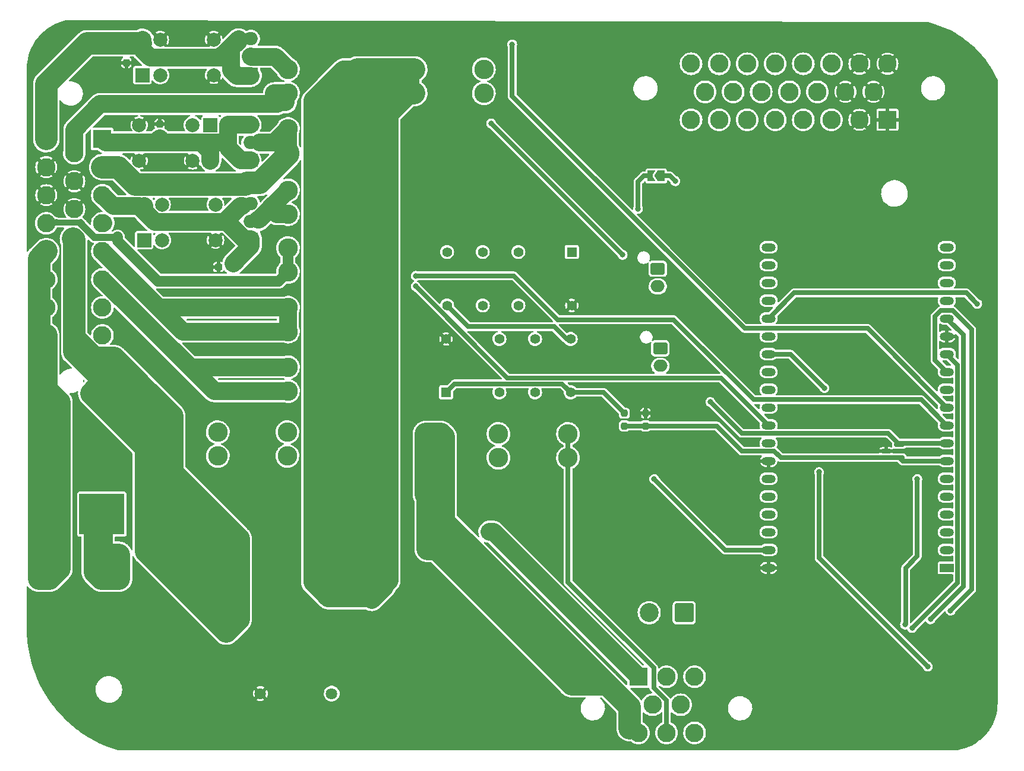
<source format=gbr>
%TF.GenerationSoftware,KiCad,Pcbnew,(6.0.1-0)*%
%TF.CreationDate,2023-02-28T13:23:53-05:00*%
%TF.ProjectId,rear-control-board,72656172-2d63-46f6-9e74-726f6c2d626f,rev?*%
%TF.SameCoordinates,Original*%
%TF.FileFunction,Copper,L2,Bot*%
%TF.FilePolarity,Positive*%
%FSLAX46Y46*%
G04 Gerber Fmt 4.6, Leading zero omitted, Abs format (unit mm)*
G04 Created by KiCad (PCBNEW (6.0.1-0)) date 2023-02-28 13:23:53*
%MOMM*%
%LPD*%
G01*
G04 APERTURE LIST*
G04 Aperture macros list*
%AMRoundRect*
0 Rectangle with rounded corners*
0 $1 Rounding radius*
0 $2 $3 $4 $5 $6 $7 $8 $9 X,Y pos of 4 corners*
0 Add a 4 corners polygon primitive as box body*
4,1,4,$2,$3,$4,$5,$6,$7,$8,$9,$2,$3,0*
0 Add four circle primitives for the rounded corners*
1,1,$1+$1,$2,$3*
1,1,$1+$1,$4,$5*
1,1,$1+$1,$6,$7*
1,1,$1+$1,$8,$9*
0 Add four rect primitives between the rounded corners*
20,1,$1+$1,$2,$3,$4,$5,0*
20,1,$1+$1,$4,$5,$6,$7,0*
20,1,$1+$1,$6,$7,$8,$9,0*
20,1,$1+$1,$8,$9,$2,$3,0*%
%AMFreePoly0*
4,1,6,1.000000,0.000000,0.500000,-0.750000,-0.500000,-0.750000,-0.500000,0.750000,0.500000,0.750000,1.000000,0.000000,1.000000,0.000000,$1*%
%AMFreePoly1*
4,1,6,0.500000,-0.750000,-0.650000,-0.750000,-0.150000,0.000000,-0.650000,0.750000,0.500000,0.750000,0.500000,-0.750000,0.500000,-0.750000,$1*%
G04 Aperture macros list end*
%TA.AperFunction,ComponentPad*%
%ADD10C,2.780000*%
%TD*%
%TA.AperFunction,ComponentPad*%
%ADD11R,2.000000X1.905000*%
%TD*%
%TA.AperFunction,ComponentPad*%
%ADD12O,2.000000X1.905000*%
%TD*%
%TA.AperFunction,ComponentPad*%
%ADD13R,1.400000X1.400000*%
%TD*%
%TA.AperFunction,ComponentPad*%
%ADD14C,1.400000*%
%TD*%
%TA.AperFunction,ComponentPad*%
%ADD15R,2.000000X1.200000*%
%TD*%
%TA.AperFunction,ComponentPad*%
%ADD16O,2.000000X1.200000*%
%TD*%
%TA.AperFunction,ComponentPad*%
%ADD17RoundRect,0.250000X-0.750000X0.600000X-0.750000X-0.600000X0.750000X-0.600000X0.750000X0.600000X0*%
%TD*%
%TA.AperFunction,ComponentPad*%
%ADD18O,2.000000X1.700000*%
%TD*%
%TA.AperFunction,ComponentPad*%
%ADD19C,1.635000*%
%TD*%
%TA.AperFunction,ComponentPad*%
%ADD20O,2.670000X5.340000*%
%TD*%
%TA.AperFunction,ComponentPad*%
%ADD21O,5.850000X2.925000*%
%TD*%
%TA.AperFunction,ComponentPad*%
%ADD22R,2.625000X2.625000*%
%TD*%
%TA.AperFunction,ComponentPad*%
%ADD23C,2.625000*%
%TD*%
%TA.AperFunction,ComponentPad*%
%ADD24R,2.000000X2.000000*%
%TD*%
%TA.AperFunction,ComponentPad*%
%ADD25C,2.000000*%
%TD*%
%TA.AperFunction,ComponentPad*%
%ADD26RoundRect,0.250001X1.099999X1.099999X-1.099999X1.099999X-1.099999X-1.099999X1.099999X-1.099999X0*%
%TD*%
%TA.AperFunction,ComponentPad*%
%ADD27C,2.700000*%
%TD*%
%TA.AperFunction,SMDPad,CuDef*%
%ADD28RoundRect,0.237500X-0.237500X0.300000X-0.237500X-0.300000X0.237500X-0.300000X0.237500X0.300000X0*%
%TD*%
%TA.AperFunction,SMDPad,CuDef*%
%ADD29R,2.200000X1.200000*%
%TD*%
%TA.AperFunction,SMDPad,CuDef*%
%ADD30R,6.400000X5.800000*%
%TD*%
%TA.AperFunction,SMDPad,CuDef*%
%ADD31FreePoly0,180.000000*%
%TD*%
%TA.AperFunction,SMDPad,CuDef*%
%ADD32FreePoly1,180.000000*%
%TD*%
%TA.AperFunction,SMDPad,CuDef*%
%ADD33RoundRect,0.237500X0.237500X-0.250000X0.237500X0.250000X-0.237500X0.250000X-0.237500X-0.250000X0*%
%TD*%
%TA.AperFunction,SMDPad,CuDef*%
%ADD34RoundRect,0.237500X0.237500X-0.300000X0.237500X0.300000X-0.237500X0.300000X-0.237500X-0.300000X0*%
%TD*%
%TA.AperFunction,SMDPad,CuDef*%
%ADD35RoundRect,0.237500X0.300000X0.237500X-0.300000X0.237500X-0.300000X-0.237500X0.300000X-0.237500X0*%
%TD*%
%TA.AperFunction,SMDPad,CuDef*%
%ADD36RoundRect,0.237500X-0.237500X0.250000X-0.237500X-0.250000X0.237500X-0.250000X0.237500X0.250000X0*%
%TD*%
%TA.AperFunction,SMDPad,CuDef*%
%ADD37RoundRect,0.150000X0.587500X0.150000X-0.587500X0.150000X-0.587500X-0.150000X0.587500X-0.150000X0*%
%TD*%
%TA.AperFunction,ViaPad*%
%ADD38C,0.800000*%
%TD*%
%TA.AperFunction,Conductor*%
%ADD39C,2.540000*%
%TD*%
%TA.AperFunction,Conductor*%
%ADD40C,3.175000*%
%TD*%
%TA.AperFunction,Conductor*%
%ADD41C,1.500000*%
%TD*%
%TA.AperFunction,Conductor*%
%ADD42C,0.635000*%
%TD*%
%TA.AperFunction,Conductor*%
%ADD43C,0.254000*%
%TD*%
G04 APERTURE END LIST*
D10*
%TO.P,F6,1*%
%TO.N,+12V*%
X105960000Y-67300000D03*
X105960000Y-70700000D03*
%TO.P,F6,2*%
%TO.N,/PUMP_12V*%
X96040000Y-70700000D03*
X96040000Y-67300000D03*
%TD*%
D11*
%TO.P,D10,1,A*%
%TO.N,/BRAKE_RTRN_12V*%
X90750000Y-91500000D03*
D12*
%TO.P,D10,2,K*%
%TO.N,/BRAKE_12V*%
X90750000Y-88960000D03*
%TO.P,D10,1,A*%
%TO.N,/BRAKE_RTRN_12V*%
X90750000Y-86420000D03*
%TD*%
D10*
%TO.P,F1,1*%
%TO.N,+12V*%
X114040000Y-67300000D03*
X114040000Y-70700000D03*
%TO.P,F1,2*%
%TO.N,INT_12V*%
X123960000Y-67300000D03*
X123960000Y-70700000D03*
%TD*%
%TO.P,F9,1*%
%TO.N,BATT_12*%
X86040000Y-119050000D03*
X86040000Y-122450000D03*
%TO.P,F9,2*%
%TO.N,/BRB_LOOP*%
X95960000Y-119050000D03*
X95960000Y-122450000D03*
%TD*%
D13*
%TO.P,K2,1*%
%TO.N,Net-(D4-Pad1)*%
X136500000Y-93351115D03*
D14*
%TO.P,K2,4*%
%TO.N,/FAULT_BMS*%
X128880000Y-93351115D03*
%TO.P,K2,6*%
%TO.N,unconnected-(K2-Pad6)*%
X123800000Y-93351115D03*
%TO.P,K2,8*%
%TO.N,Net-(D4-Pad1)*%
X118720000Y-93351115D03*
%TO.P,K2,9*%
%TO.N,Net-(K2-Pad9)*%
X118720000Y-100971115D03*
%TO.P,K2,11*%
%TO.N,unconnected-(K2-Pad11)*%
X123800000Y-100971115D03*
%TO.P,K2,13*%
%TO.N,/BRB_RTN*%
X128880000Y-100971115D03*
%TO.P,K2,16*%
%TO.N,GND*%
X136500000Y-100971115D03*
%TD*%
D15*
%TO.P,U1,1,3V3*%
%TO.N,VDD*%
X189950000Y-138403440D03*
D16*
%TO.P,U1,2,CHIP_PU*%
X189950000Y-135863440D03*
%TO.P,U1,3,SENSOR_VP/GPIO36/ADC1_CH0*%
%TO.N,/WHEEL_L*%
X189950000Y-133323440D03*
%TO.P,U1,4,SENSOR_VN/GPIO39/ADC1_CH3*%
%TO.N,/WHEEL_R*%
X189950000Y-130783440D03*
%TO.P,U1,5,VDET_1/GPIO34/ADC1_CH6*%
%TO.N,/SUSPENSION_L*%
X189950000Y-128243440D03*
%TO.P,U1,6,VDET_2/GPIO35/ADC1_CH7*%
%TO.N,/SUSPENSION_R*%
X189950000Y-125703440D03*
%TO.P,U1,7,32K_XP/GPIO32/ADC1_CH4*%
%TO.N,/Controller/FAULT_IMD*%
X189950000Y-123163440D03*
%TO.P,U1,8,32K_XN/GPIO33/ADC1_CH5*%
%TO.N,/Controller/FAULT_BMS*%
X189950000Y-120623440D03*
%TO.P,U1,9,DAC_1/ADC2_CH8/GPIO25*%
%TO.N,/Controller/BRAKE_CTRL*%
X189950000Y-118083440D03*
%TO.P,U1,10,DAC_2/ADC2_CH9/GPIO26*%
%TO.N,/Controller/FAN_CTRL*%
X189950000Y-115543440D03*
%TO.P,U1,11,ADC2_CH7/GPIO27*%
%TO.N,unconnected-(U1-Pad11)*%
X189950000Y-113003440D03*
%TO.P,U1,12,MTMS/GPIO14/ADC2_CH6*%
%TO.N,/Controller/CLK*%
X189950000Y-110463440D03*
%TO.P,U1,13,\u002AMTDI/GPIO12/ADC2_CH5*%
%TO.N,/Controller/DAT2*%
X189950000Y-107923440D03*
%TO.P,U1,14,GND*%
%TO.N,GND*%
X189950000Y-105383440D03*
%TO.P,U1,15,MTCK/GPIO13/ADC2_CH4*%
%TO.N,/Controller/DAT3*%
X189950000Y-102843440D03*
%TO.P,U1,16,SD_DATA2/GPIO9*%
%TO.N,unconnected-(U1-Pad16)*%
X189950000Y-100303440D03*
%TO.P,U1,17,SD_DATA3/GPIO10*%
%TO.N,unconnected-(U1-Pad17)*%
X189950000Y-97763440D03*
%TO.P,U1,18,CMD*%
%TO.N,unconnected-(U1-Pad18)*%
X189950000Y-95223440D03*
%TO.P,U1,19,5V*%
%TO.N,unconnected-(U1-Pad19)*%
X189950000Y-92683440D03*
%TO.P,U1,20,SD_CLK/GPIO6*%
%TO.N,unconnected-(U1-Pad20)*%
X164553680Y-92686160D03*
%TO.P,U1,21,SD_DATA0/GPIO7*%
%TO.N,unconnected-(U1-Pad21)*%
X164553680Y-95226160D03*
%TO.P,U1,22,SD_DATA1/GPIO8*%
%TO.N,unconnected-(U1-Pad22)*%
X164550000Y-97763440D03*
%TO.P,U1,23,\u002AMTDO/GPIO15/ADC2_CH3*%
%TO.N,/Controller/CMD*%
X164550000Y-100303440D03*
%TO.P,U1,24,ADC2_CH2/\u002AGPIO2*%
%TO.N,/Controller/DAT0*%
X164550000Y-102843440D03*
%TO.P,U1,25,\u002AGPIO0/BOOT/ADC2_CH1*%
%TO.N,/WATER_OUT-*%
X164550000Y-105383440D03*
%TO.P,U1,26,ADC2_CH0/GPIO4*%
%TO.N,/Controller/DAT1*%
X164550000Y-107923440D03*
%TO.P,U1,27,GPIO16*%
%TO.N,unconnected-(U1-Pad27)*%
X164550000Y-110463440D03*
%TO.P,U1,28,GPIO17*%
%TO.N,/WATER_IN-*%
X164550000Y-113003440D03*
%TO.P,U1,29,\u002AGPIO5*%
%TO.N,unconnected-(U1-Pad29)*%
X164550000Y-115543440D03*
%TO.P,U1,30,GPIO18*%
%TO.N,/Controller/PUMP_CTRL*%
X164550000Y-118083440D03*
%TO.P,U1,31,GPIO19*%
%TO.N,/Controller/CAN_MISO*%
X164550000Y-120623440D03*
%TO.P,U1,32,GND*%
%TO.N,GND*%
X164550000Y-123163440D03*
%TO.P,U1,33,GPIO21*%
%TO.N,unconnected-(U1-Pad33)*%
X164550000Y-125703440D03*
%TO.P,U1,34,U0RXD/GPIO3*%
%TO.N,unconnected-(U1-Pad34)*%
X164550000Y-128243440D03*
%TO.P,U1,35,U0TXD/GPIO1*%
%TO.N,unconnected-(U1-Pad35)*%
X164550000Y-130783440D03*
%TO.P,U1,36,GPIO22*%
%TO.N,unconnected-(U1-Pad36)*%
X164550000Y-133323440D03*
%TO.P,U1,37,GPIO23*%
%TO.N,/Controller/CAN_MOSI*%
X164550000Y-135863440D03*
%TO.P,U1,38,GND*%
%TO.N,GND*%
X164550000Y-138403440D03*
%TD*%
D17*
%TO.P,J4,1,Pin_1*%
%TO.N,INT_12V*%
X148750000Y-95750000D03*
D18*
%TO.P,J4,2,Pin_2*%
%TO.N,Net-(D4-Pad1)*%
X148750000Y-98250000D03*
%TD*%
D19*
%TO.P,K1,1*%
%TO.N,/BRB_RTN*%
X102277550Y-156344100D03*
%TO.P,K1,2*%
%TO.N,GND*%
X92117550Y-156344100D03*
D20*
%TO.P,K1,3*%
%TO.N,BATT_12*%
X87337550Y-144334100D03*
D21*
%TO.P,K1,4*%
%TO.N,+12V*%
X106087550Y-140904100D03*
%TD*%
D10*
%TO.P,F4,1*%
%TO.N,+12V*%
X105960000Y-96200000D03*
X105960000Y-92800000D03*
%TO.P,F4,2*%
%TO.N,/FRONT_12*%
X96040000Y-92800000D03*
X96040000Y-96200000D03*
%TD*%
D22*
%TO.P,J3,1,Pin_1*%
%TO.N,/BRB_LOOP*%
X146000000Y-153937500D03*
D23*
%TO.P,J3,2,Pin_2*%
%TO.N,/CAN_N*%
X150000000Y-153937500D03*
%TO.P,J3,3,Pin_3*%
%TO.N,/CAN_P*%
X154000000Y-153937500D03*
%TO.P,J3,4,Pin_4*%
%TO.N,/CAN_N*%
X148000000Y-157937500D03*
%TO.P,J3,5,Pin_5*%
%TO.N,/CAN_P*%
X152000000Y-157937500D03*
%TO.P,J3,6,Pin_6*%
%TO.N,/RINE_12*%
X146000000Y-161937500D03*
%TO.P,J3,7,Pin_7*%
%TO.N,/TSV*%
X150000000Y-161937500D03*
%TO.P,J3,8,Pin_8*%
%TO.N,/BRB_RTN*%
X154000000Y-161937500D03*
%TD*%
D24*
%TO.P,K6,1*%
%TO.N,unconnected-(K6-Pad1)*%
X85000000Y-75250000D03*
D25*
%TO.P,K6,2*%
%TO.N,/Controller/BRAKE_CTRL*%
X82460000Y-75250000D03*
%TO.P,K6,5*%
%TO.N,GND*%
X74840000Y-75250000D03*
%TO.P,K6,6*%
X74840000Y-80330000D03*
%TO.P,K6,9*%
X82460000Y-80330000D03*
%TO.P,K6,10*%
%TO.N,/FAN_RTRN_12V*%
X85000000Y-80330000D03*
%TD*%
D10*
%TO.P,F8,1*%
%TO.N,+12V*%
X105960000Y-84550000D03*
X105960000Y-87950000D03*
%TO.P,F8,2*%
%TO.N,/BRAKE_12V*%
X96040000Y-84550000D03*
X96040000Y-87950000D03*
%TD*%
D24*
%TO.P,K5,1*%
%TO.N,unconnected-(K5-Pad1)*%
X75542500Y-91657500D03*
D25*
%TO.P,K5,2*%
%TO.N,/Controller/PUMP_CTRL*%
X78082500Y-91657500D03*
%TO.P,K5,5*%
%TO.N,GND*%
X85702500Y-91657500D03*
%TO.P,K5,6*%
X85702500Y-86577500D03*
%TO.P,K5,9*%
X78082500Y-86577500D03*
%TO.P,K5,10*%
%TO.N,/BRAKE_RTRN_12V*%
X75542500Y-86577500D03*
%TD*%
D11*
%TO.P,D11,1,A*%
%TO.N,/FAN_RTRN_12V*%
X90695000Y-80290000D03*
D12*
%TO.P,D11,2,K*%
%TO.N,/FAN_12V*%
X90695000Y-77750000D03*
%TO.P,D11,1,A*%
%TO.N,/FAN_RTRN_12V*%
X90695000Y-75210000D03*
%TD*%
D10*
%TO.P,F7,1*%
%TO.N,+12V*%
X105960000Y-104700000D03*
X105960000Y-101300000D03*
%TO.P,F7,2*%
%TO.N,/HVB_12*%
X96040000Y-104700000D03*
X96040000Y-101300000D03*
%TD*%
D24*
%TO.P,K4,1*%
%TO.N,unconnected-(K4-Pad1)*%
X75292500Y-68127583D03*
D25*
%TO.P,K4,2*%
%TO.N,/Controller/FAN_CTRL*%
X77832500Y-68127583D03*
%TO.P,K4,5*%
%TO.N,GND*%
X85452500Y-68127583D03*
%TO.P,K4,6*%
X85452500Y-63047583D03*
%TO.P,K4,9*%
X77832500Y-63047583D03*
%TO.P,K4,10*%
%TO.N,/PUMP_RTRN_12V*%
X75292500Y-63047583D03*
%TD*%
D10*
%TO.P,F10,1*%
%TO.N,/SSOK*%
X126040000Y-122700000D03*
X126040000Y-119300000D03*
%TO.P,F10,2*%
%TO.N,/TSV*%
X135960000Y-119300000D03*
X135960000Y-122700000D03*
%TD*%
D17*
%TO.P,J5,1,Pin_1*%
%TO.N,INT_12V*%
X149117500Y-107101115D03*
D18*
%TO.P,J5,2,Pin_2*%
%TO.N,/FAULT_LATCHER/IMD_SWITCH*%
X149117500Y-109601115D03*
%TD*%
D10*
%TO.P,F11,1*%
%TO.N,/charge-controller/dcdc_fuse*%
X71960000Y-136550000D03*
X71960000Y-139950000D03*
%TO.P,F11,2*%
%TO.N,/DCDC_IN*%
X62040000Y-139950000D03*
X62040000Y-136550000D03*
%TD*%
%TO.P,F2,1*%
%TO.N,+12V*%
X105960000Y-75800000D03*
X105960000Y-79200000D03*
%TO.P,F2,2*%
%TO.N,/FAN_12V*%
X96040000Y-79200000D03*
X96040000Y-75800000D03*
%TD*%
D13*
%TO.P,K3,1*%
%TO.N,/FAULT_LATCHER/IMD_SWITCH*%
X118560000Y-113376115D03*
D14*
%TO.P,K3,4*%
%TO.N,/FAULT_IMD*%
X126180000Y-113376115D03*
%TO.P,K3,6*%
%TO.N,unconnected-(K3-Pad6)*%
X131260000Y-113376115D03*
%TO.P,K3,8*%
%TO.N,/FAULT_LATCHER/IMD_SWITCH*%
X136340000Y-113376115D03*
%TO.P,K3,9*%
%TO.N,Net-(K2-Pad9)*%
X136340000Y-105756115D03*
%TO.P,K3,11*%
%TO.N,unconnected-(K3-Pad11)*%
X131260000Y-105756115D03*
%TO.P,K3,13*%
%TO.N,/SSOK*%
X126180000Y-105756115D03*
%TO.P,K3,16*%
%TO.N,GND*%
X118560000Y-105756115D03*
%TD*%
D22*
%TO.P,J1,1,Pin_1*%
%TO.N,/FAN_RTRN_12V*%
X69587500Y-77250000D03*
D23*
%TO.P,J1,2,Pin_2*%
%TO.N,/FAN_12V*%
X69587500Y-81250000D03*
%TO.P,J1,3,Pin_3*%
%TO.N,/BRAKE_RTRN_12V*%
X69587500Y-85250000D03*
%TO.P,J1,4,Pin_4*%
%TO.N,/BRAKE_12V*%
X69587500Y-89250000D03*
%TO.P,J1,5,Pin_5*%
%TO.N,/HVB_12*%
X69587500Y-93250000D03*
%TO.P,J1,6,Pin_6*%
%TO.N,BMS_12V*%
X69587500Y-97250000D03*
%TO.P,J1,7,Pin_7*%
%TO.N,/FAULT_BMS*%
X69587500Y-101250000D03*
%TO.P,J1,8,Pin_8*%
%TO.N,/FAULT_IMD*%
X69587500Y-105250000D03*
%TO.P,J1,9,Pin_9*%
%TO.N,/PUMP_12V*%
X65587500Y-79250000D03*
%TO.P,J1,10,Pin_10*%
%TO.N,GND*%
X65587500Y-83250000D03*
%TO.P,J1,11,Pin_11*%
X65587500Y-87250000D03*
%TO.P,J1,12,Pin_12*%
%TO.N,BATT_12*%
X65587500Y-91250000D03*
%TO.P,J1,13,Pin_13*%
X65587500Y-95250000D03*
%TO.P,J1,14,Pin_14*%
X65587500Y-99250000D03*
%TO.P,J1,15,Pin_15*%
X65587500Y-103250000D03*
%TO.P,J1,16,Pin_16*%
%TO.N,/PUMP_RTRN_12V*%
X61587500Y-77250000D03*
%TO.P,J1,17,Pin_17*%
%TO.N,GND*%
X61587500Y-81250000D03*
%TO.P,J1,18,Pin_18*%
X61587500Y-85250000D03*
%TO.P,J1,19,Pin_19*%
%TO.N,/FRONT_12*%
X61587500Y-89250000D03*
%TO.P,J1,20,Pin_20*%
%TO.N,/DCDC_IN*%
X61587500Y-93250000D03*
%TO.P,J1,21,Pin_21*%
X61587500Y-97250000D03*
%TO.P,J1,22,Pin_22*%
X61587500Y-101250000D03*
%TO.P,J1,23,Pin_23*%
X61587500Y-105250000D03*
%TD*%
D10*
%TO.P,F5,1*%
%TO.N,+12V*%
X105960000Y-109800000D03*
X105960000Y-113200000D03*
%TO.P,F5,2*%
%TO.N,BMS_12V*%
X96040000Y-113200000D03*
X96040000Y-109800000D03*
%TD*%
%TO.P,F3,1*%
%TO.N,+12V*%
X105790000Y-119300000D03*
X105790000Y-122700000D03*
%TO.P,F3,2*%
%TO.N,/RINE_12*%
X115710000Y-119300000D03*
X115710000Y-122700000D03*
%TD*%
D22*
%TO.P,J2,1,Pin_1*%
%TO.N,GND*%
X181500000Y-74500000D03*
D23*
%TO.P,J2,2,Pin_2*%
X177500000Y-74500000D03*
%TO.P,J2,3,Pin_3*%
%TO.N,unconnected-(J2-Pad3)*%
X173500000Y-74500000D03*
%TO.P,J2,4,Pin_4*%
%TO.N,/SUSPENSION_R*%
X169500000Y-74500000D03*
%TO.P,J2,5,Pin_5*%
%TO.N,/SUSPENSION_L*%
X165500000Y-74500000D03*
%TO.P,J2,6,Pin_6*%
%TO.N,/WHEEL_R*%
X161500000Y-74500000D03*
%TO.P,J2,7,Pin_7*%
%TO.N,/WHEEL_L*%
X157500000Y-74500000D03*
%TO.P,J2,8,Pin_8*%
%TO.N,/WATER_IN-*%
X153500000Y-74500000D03*
%TO.P,J2,9,Pin_9*%
%TO.N,GND*%
X179500000Y-70500000D03*
%TO.P,J2,10,Pin_10*%
X175500000Y-70500000D03*
%TO.P,J2,11,Pin_11*%
%TO.N,unconnected-(J2-Pad11)*%
X171500000Y-70500000D03*
%TO.P,J2,12,Pin_12*%
%TO.N,unconnected-(J2-Pad12)*%
X167500000Y-70500000D03*
%TO.P,J2,13,Pin_13*%
%TO.N,unconnected-(J2-Pad13)*%
X163500000Y-70500000D03*
%TO.P,J2,14,Pin_14*%
%TO.N,unconnected-(J2-Pad14)*%
X159500000Y-70500000D03*
%TO.P,J2,15,Pin_15*%
%TO.N,/WATER_OUT-*%
X155500000Y-70500000D03*
%TO.P,J2,16,Pin_16*%
%TO.N,GND*%
X181500000Y-66500000D03*
%TO.P,J2,17,Pin_17*%
X177500000Y-66500000D03*
%TO.P,J2,18,Pin_18*%
%TO.N,VDD*%
X173500000Y-66500000D03*
%TO.P,J2,19,Pin_19*%
X169500000Y-66500000D03*
%TO.P,J2,20,Pin_20*%
X165500000Y-66500000D03*
%TO.P,J2,21,Pin_21*%
X161500000Y-66500000D03*
%TO.P,J2,22,Pin_22*%
X157500000Y-66500000D03*
%TO.P,J2,23,Pin_23*%
X153500000Y-66500000D03*
%TD*%
D26*
%TO.P,J6,1,Pin_1*%
%TO.N,/CAN_P*%
X152527500Y-144800000D03*
D27*
%TO.P,J6,2,Pin_2*%
%TO.N,/CAN_N*%
X147527500Y-144800000D03*
%TD*%
D11*
%TO.P,D12,1,A*%
%TO.N,/PUMP_RTRN_12V*%
X90750000Y-68000000D03*
D12*
X90750000Y-62920000D03*
%TO.P,D12,2,K*%
%TO.N,/PUMP_12V*%
X90750000Y-65460000D03*
%TD*%
D28*
%TO.P,C2,1*%
%TO.N,/PUMP_RTRN_12V*%
X73000000Y-64637500D03*
%TO.P,C2,2*%
%TO.N,GND*%
X73000000Y-66362500D03*
%TD*%
D29*
%TO.P,D3,1,K*%
%TO.N,BATT_12*%
X75800000Y-128470000D03*
D30*
%TO.P,D3,2,A*%
%TO.N,/charge-controller/dcdc_fuse*%
X69500000Y-130750000D03*
D29*
%TO.P,D3,3,K*%
%TO.N,BATT_12*%
X75800000Y-133030000D03*
%TD*%
D31*
%TO.P,JP1,1,A*%
%TO.N,/Controller/FAULT_BMS*%
X149250000Y-82500000D03*
D32*
%TO.P,JP1,2,B*%
%TO.N,Net-(JP1-Pad2)*%
X147800000Y-82500000D03*
%TD*%
D33*
%TO.P,R8,1*%
%TO.N,/Controller/FAULT_IMD*%
X147000000Y-118162500D03*
%TO.P,R8,2*%
%TO.N,GND*%
X147000000Y-116337500D03*
%TD*%
D34*
%TO.P,C13,1*%
%TO.N,/FAN_RTRN_12V*%
X77750000Y-76862500D03*
%TO.P,C13,2*%
%TO.N,GND*%
X77750000Y-75137500D03*
%TD*%
D35*
%TO.P,C3,1*%
%TO.N,/BRAKE_RTRN_12V*%
X87862500Y-95500000D03*
%TO.P,C3,2*%
%TO.N,GND*%
X86137500Y-95500000D03*
%TD*%
D36*
%TO.P,R5,1*%
%TO.N,/FAULT_LATCHER/IMD_SWITCH*%
X144000000Y-116337500D03*
%TO.P,R5,2*%
%TO.N,/Controller/FAULT_IMD*%
X144000000Y-118162500D03*
%TD*%
D37*
%TO.P,D7,1,K*%
%TO.N,/Controller/FAULT_BMS*%
X183187500Y-120800000D03*
%TO.P,D7,2,K*%
%TO.N,/Controller/FAULT_IMD*%
X183187500Y-122700000D03*
%TO.P,D7,3,A*%
%TO.N,GND*%
X181312500Y-121750000D03*
%TD*%
D38*
%TO.N,GND*%
X62000000Y-64000000D03*
X79750000Y-75000000D03*
X93750000Y-63000000D03*
X91250000Y-95500000D03*
X82000000Y-91750000D03*
X79500000Y-111000000D03*
X73250000Y-105250000D03*
X78750000Y-95000000D03*
X174500000Y-158000000D03*
X171750000Y-148250000D03*
X161750000Y-146750000D03*
X132250000Y-97000000D03*
X122000000Y-90500000D03*
X138000000Y-85250000D03*
X135000000Y-89750000D03*
X144500000Y-90750000D03*
X77000000Y-161250000D03*
X77000000Y-152000000D03*
X77000000Y-156750000D03*
%TO.N,BATT_12*%
X71375000Y-111125000D03*
X66727064Y-106772936D03*
X75500000Y-112750000D03*
X73010703Y-114989297D03*
X84375000Y-136375000D03*
X85625000Y-130875000D03*
X77450000Y-127800000D03*
X81675000Y-131575000D03*
X79500000Y-136250000D03*
%TO.N,GND*%
X80500000Y-154500000D03*
X81000000Y-159000000D03*
X117000000Y-160750000D03*
X122000000Y-160750000D03*
X122000000Y-155750000D03*
X117000000Y-149000000D03*
X117000000Y-155750000D03*
X111750000Y-155750000D03*
X111750000Y-149000000D03*
X142250000Y-119500000D03*
X141000000Y-116750000D03*
X149500000Y-119250000D03*
X151250000Y-116500000D03*
X146000000Y-116750000D03*
X124000000Y-119000000D03*
X113250000Y-102750000D03*
X113250000Y-90250000D03*
X118250000Y-79250000D03*
X122500000Y-78500000D03*
X115500000Y-80500000D03*
X121000000Y-74000000D03*
X122000000Y-76250000D03*
X127750000Y-80000000D03*
X151000000Y-124500000D03*
X173500000Y-120750000D03*
X145500000Y-135250000D03*
X159250000Y-108250000D03*
X129500000Y-69750000D03*
X190500000Y-153000000D03*
X82000000Y-63500000D03*
X129500000Y-75750000D03*
X177500000Y-128750000D03*
X113250000Y-112250000D03*
X150250000Y-136750000D03*
%TO.N,/PUMP_RTRN_12V*%
X72672500Y-63577500D03*
%TO.N,INT_12V*%
X143750000Y-93750000D03*
X125000000Y-75000000D03*
%TO.N,/Controller/FAN_CTRL*%
X128000000Y-63750000D03*
%TO.N,/Controller/PUMP_CTRL*%
X114250000Y-98250000D03*
%TO.N,/Controller/BRAKE_CTRL*%
X114250000Y-96750000D03*
%TO.N,/Controller/CAN_MOSI*%
X148250000Y-125750000D03*
%TO.N,/Controller/DAT2*%
X185000000Y-147000000D03*
%TO.N,/Controller/DAT3*%
X187623500Y-145750000D03*
%TO.N,/Controller/CMD*%
X187250000Y-152500000D03*
X171750000Y-124750000D03*
%TO.N,/Controller/CLK*%
X190500000Y-144500000D03*
%TO.N,/Controller/DAT0*%
X194289020Y-100750000D03*
%TO.N,/Controller/DAT1*%
X184000000Y-146500000D03*
X172500000Y-112750000D03*
X185750000Y-125750000D03*
%TO.N,/BRB_LOOP*%
X124750000Y-133250000D03*
%TO.N,/Controller/FAULT_BMS*%
X156250000Y-114750000D03*
X151250000Y-83250000D03*
%TO.N,Net-(JP1-Pad2)*%
X145937500Y-87187500D03*
%TD*%
D39*
%TO.N,/PUMP_12V*%
X65587500Y-79250000D02*
X65587500Y-75912500D01*
X65587500Y-75912500D02*
X69250000Y-72250000D01*
X69250000Y-72250000D02*
X94490000Y-72250000D01*
X94490000Y-72250000D02*
X96040000Y-70700000D01*
%TO.N,/PUMP_RTRN_12V*%
X87922011Y-67422011D02*
X88739520Y-68239520D01*
X88739520Y-68239520D02*
X90750000Y-68239520D01*
%TO.N,/BRAKE_RTRN_12V*%
X90750000Y-92500000D02*
X88250000Y-95000000D01*
X90750000Y-91500000D02*
X90750000Y-92500000D01*
%TO.N,/BRAKE_12V*%
X93545000Y-87045000D02*
X93545000Y-87100226D01*
X93545000Y-87100226D02*
X91884746Y-88760480D01*
X91884746Y-88760480D02*
X91750000Y-88760480D01*
%TO.N,/BRAKE_RTRN_12V*%
X87364258Y-89047011D02*
X87364258Y-88692762D01*
X87364258Y-88692762D02*
X89250000Y-86807020D01*
X89250000Y-86807020D02*
X89500000Y-86807020D01*
X69587500Y-85250000D02*
X71144520Y-86807020D01*
X71144520Y-86807020D02*
X74819603Y-86807020D01*
X74819603Y-86807020D02*
X75542500Y-87529917D01*
X90750000Y-91500000D02*
X89817247Y-91500000D01*
X89817247Y-91500000D02*
X87364258Y-89047011D01*
X75542500Y-87529917D02*
X75542500Y-86807020D01*
X87364258Y-89047011D02*
X77059594Y-89047011D01*
X77059594Y-89047011D02*
X75542500Y-87529917D01*
%TO.N,/FAN_12V*%
X96040000Y-79200000D02*
X96040000Y-75800000D01*
D40*
X69587500Y-81250000D02*
X71818570Y-81250000D01*
X71818570Y-81250000D02*
X74318570Y-83750000D01*
X74318570Y-83750000D02*
X90000000Y-83750000D01*
X90000000Y-83750000D02*
X90250000Y-83500000D01*
X90250000Y-83500000D02*
X92000000Y-83500000D01*
X92000000Y-83500000D02*
X96040000Y-79460000D01*
X96040000Y-79460000D02*
X96040000Y-79200000D01*
D41*
X96040000Y-75800000D02*
X94090000Y-77750000D01*
X94090000Y-77750000D02*
X90695000Y-77750000D01*
D39*
X96040000Y-79200000D02*
X94575367Y-77735367D01*
X94575367Y-77735367D02*
X92014633Y-77735367D01*
%TO.N,/FAN_RTRN_12V*%
X87469511Y-77719511D02*
X87469511Y-78469511D01*
X87469511Y-78469511D02*
X89290000Y-80290000D01*
X83719511Y-77719511D02*
X87469511Y-77719511D01*
X87469511Y-75210000D02*
X90695000Y-75210000D01*
X87469511Y-77719511D02*
X87469511Y-75210000D01*
X77175009Y-77719511D02*
X83719511Y-77719511D01*
X83719511Y-77719511D02*
X85000000Y-79000000D01*
X85000000Y-79000000D02*
X85000000Y-80330000D01*
X69587500Y-77250000D02*
X70057011Y-77719511D01*
X70057011Y-77719511D02*
X77175009Y-77719511D01*
X77175009Y-77719511D02*
X77750000Y-77144520D01*
D41*
%TO.N,/FRONT_12*%
X96040000Y-96200000D02*
X94740000Y-97500000D01*
X94740000Y-97500000D02*
X77500000Y-97500000D01*
X71750000Y-91750000D02*
X71750000Y-91222745D01*
X77500000Y-97500000D02*
X71750000Y-91750000D01*
D42*
%TO.N,/PUMP_RTRN_12V*%
X90750000Y-62920000D02*
X89086861Y-62920000D01*
X89086861Y-62920000D02*
X89000000Y-63006861D01*
D39*
X86600394Y-65658072D02*
X89000000Y-63258466D01*
X75292500Y-64542500D02*
X76408072Y-65658072D01*
X89000000Y-63006861D02*
X86600394Y-65658072D01*
X89000000Y-63258466D02*
X89000000Y-63006861D01*
X86348789Y-65658072D02*
X89000000Y-63006861D01*
X76408072Y-65658072D02*
X86348789Y-65658072D01*
X87922011Y-64084850D02*
X87922011Y-67422011D01*
X75292500Y-63047583D02*
X75292500Y-64542500D01*
X89000000Y-63006861D02*
X87922011Y-64084850D01*
%TO.N,/PUMP_12V*%
X95750000Y-72000000D02*
X95350000Y-72000000D01*
X95350000Y-72000000D02*
X94050000Y-70700000D01*
X94050000Y-70700000D02*
X96040000Y-70700000D01*
D42*
%TO.N,/Controller/FAN_CTRL*%
X128000000Y-63750000D02*
X128000000Y-71119104D01*
X128000000Y-71119104D02*
X161147316Y-104266420D01*
X178672980Y-104266420D02*
X189950000Y-115543440D01*
X161147316Y-104266420D02*
X178672980Y-104266420D01*
D40*
%TO.N,/PUMP_RTRN_12V*%
X61587500Y-77250000D02*
X61587500Y-69412500D01*
X61587500Y-69412500D02*
X67422500Y-63577500D01*
X67422500Y-63577500D02*
X75045489Y-63577500D01*
%TO.N,+12V*%
X114040000Y-70700000D02*
X113140000Y-70700000D01*
X113140000Y-70700000D02*
X110500000Y-73340000D01*
D39*
X110500000Y-140250000D02*
X110500000Y-73340000D01*
X110500000Y-73340000D02*
X108155000Y-70995000D01*
D42*
%TO.N,/Controller/FAULT_IMD*%
X165350000Y-121750000D02*
X160750000Y-121750000D01*
X147000000Y-118162500D02*
X157162500Y-118162500D01*
X157162500Y-118162500D02*
X160750000Y-121750000D01*
X144000000Y-118162500D02*
X147000000Y-118162500D01*
%TO.N,/FAULT_LATCHER/IMD_SWITCH*%
X136340000Y-113376115D02*
X141038615Y-113376115D01*
X141038615Y-113376115D02*
X144000000Y-116337500D01*
%TO.N,/TSV*%
X150000000Y-161937500D02*
X150000000Y-157350180D01*
X150000000Y-157350180D02*
X148170489Y-155520669D01*
X148170489Y-155520669D02*
X148170489Y-152670489D01*
X148170489Y-152670489D02*
X135960000Y-140460000D01*
X135960000Y-140460000D02*
X135960000Y-119300000D01*
D39*
%TO.N,/BRB_LOOP*%
X125312500Y-133250000D02*
X146000000Y-153937500D01*
X124750000Y-133250000D02*
X125312500Y-133250000D01*
D40*
%TO.N,/charge-controller/dcdc_fuse*%
X71960000Y-139950000D02*
X71960000Y-136550000D01*
X69460000Y-139950000D02*
X71960000Y-139950000D01*
X69460000Y-136550000D02*
X71960000Y-136550000D01*
D39*
%TO.N,+12V*%
X108750000Y-69000000D02*
X113500000Y-69000000D01*
X105960000Y-67300000D02*
X107660000Y-69000000D01*
X107660000Y-69000000D02*
X108750000Y-69000000D01*
D40*
X114040000Y-70700000D02*
X108450000Y-70700000D01*
X108450000Y-70700000D02*
X105960000Y-70700000D01*
X108155000Y-130905000D02*
X108155000Y-70995000D01*
X108155000Y-70995000D02*
X108450000Y-70700000D01*
D42*
%TO.N,Net-(K2-Pad9)*%
X136340000Y-105756115D02*
X135756115Y-105756115D01*
X135756115Y-105756115D02*
X134000000Y-104000000D01*
X121748885Y-104000000D02*
X118720000Y-100971115D01*
X134000000Y-104000000D02*
X121748885Y-104000000D01*
D40*
%TO.N,BATT_12*%
X71375000Y-111125000D02*
X76500000Y-116250000D01*
X75500000Y-112750000D02*
X79540000Y-116790000D01*
X81675000Y-131575000D02*
X87337550Y-137237550D01*
D42*
%TO.N,/FRONT_12*%
X66420489Y-89079511D02*
X66500000Y-89000000D01*
X63079511Y-89079511D02*
X66420489Y-89079511D01*
X66875000Y-89375000D02*
X66750000Y-89250000D01*
X66500000Y-89000000D02*
X66875000Y-89375000D01*
X61587500Y-89250000D02*
X62750000Y-89250000D01*
X63000000Y-89000000D02*
X63079511Y-89079511D01*
X62750000Y-89250000D02*
X63000000Y-89000000D01*
X68579511Y-91079511D02*
X66875000Y-89375000D01*
X68579511Y-91079511D02*
X68004331Y-91079511D01*
X71500000Y-91079511D02*
X68579511Y-91079511D01*
X66750000Y-89250000D02*
X66174820Y-89250000D01*
X68004331Y-91079511D02*
X68345309Y-91420489D01*
X68345309Y-91420489D02*
X71552256Y-91420489D01*
X71552256Y-91420489D02*
X71750000Y-91222745D01*
X68004331Y-91079511D02*
X66174820Y-89250000D01*
X66174820Y-89250000D02*
X61587500Y-89250000D01*
D40*
%TO.N,BATT_12*%
X76950000Y-122450000D02*
X79540000Y-122450000D01*
X68010703Y-113510703D02*
X76950000Y-122450000D01*
X70500000Y-111021406D02*
X68010703Y-113510703D01*
X70500000Y-110250000D02*
X70500000Y-111021406D01*
D39*
%TO.N,+12V*%
X101500000Y-69750000D02*
X99500000Y-71750000D01*
X99500000Y-71750000D02*
X99500000Y-140500000D01*
X99500000Y-140500000D02*
X101750000Y-142750000D01*
X101750000Y-142750000D02*
X107750000Y-142750000D01*
X107750000Y-142750000D02*
X108000000Y-143000000D01*
X108000000Y-143000000D02*
X109845900Y-141154100D01*
X109845900Y-141154100D02*
X109845900Y-140904100D01*
X103950000Y-67300000D02*
X105960000Y-67300000D01*
X101500000Y-69750000D02*
X103950000Y-67300000D01*
X106087550Y-140904100D02*
X103404100Y-140904100D01*
X101500000Y-134750000D02*
X101500000Y-69750000D01*
X99750000Y-136500000D02*
X101500000Y-134750000D01*
X99750000Y-137250000D02*
X99750000Y-136500000D01*
X103404100Y-140904100D02*
X99750000Y-137250000D01*
%TO.N,/BRAKE_12V*%
X69587500Y-89250000D02*
X69750000Y-89250000D01*
D43*
%TO.N,/PUMP_RTRN_12V*%
X73750000Y-64637500D02*
X73732500Y-64637500D01*
X73732500Y-64637500D02*
X72672500Y-63577500D01*
D42*
%TO.N,INT_12V*%
X143750000Y-93750000D02*
X125000000Y-75000000D01*
D40*
%TO.N,+12V*%
X105960000Y-128710000D02*
X108155000Y-130905000D01*
X105960000Y-70700000D02*
X105960000Y-128710000D01*
D39*
X102000000Y-136945000D02*
X102128450Y-136945000D01*
D40*
X103500000Y-69760000D02*
X103500000Y-135445000D01*
X103500000Y-135445000D02*
X105960000Y-137905000D01*
D39*
X108155000Y-137905000D02*
X105960000Y-137905000D01*
D40*
X105960000Y-128710000D02*
X105960000Y-137905000D01*
D39*
X106405000Y-137905000D02*
X107750000Y-139250000D01*
X102000000Y-136945000D02*
X103500000Y-135445000D01*
X110500000Y-140250000D02*
X108155000Y-137905000D01*
D40*
X105960000Y-67300000D02*
X103500000Y-69760000D01*
D39*
X102128450Y-136945000D02*
X106087550Y-140904100D01*
X105960000Y-137905000D02*
X106405000Y-137905000D01*
X109845900Y-140904100D02*
X110500000Y-140250000D01*
D40*
X105960000Y-67300000D02*
X114040000Y-67300000D01*
D39*
X106087550Y-140904100D02*
X109845900Y-140904100D01*
D40*
X108155000Y-130905000D02*
X108155000Y-137905000D01*
D39*
%TO.N,/FAN_12V*%
X96040000Y-75800000D02*
X94590000Y-77250000D01*
D40*
%TO.N,BATT_12*%
X75800000Y-128470000D02*
X75800000Y-128800000D01*
X75800000Y-122300000D02*
X77140000Y-122300000D01*
X71250000Y-108500000D02*
X71250000Y-109500000D01*
X87250000Y-147500000D02*
X75800000Y-136050000D01*
X65587500Y-103250000D02*
X65587500Y-107566094D01*
X77140000Y-122300000D02*
X79540000Y-124700000D01*
X87337550Y-140837550D02*
X86712550Y-140837550D01*
X79540000Y-121300000D02*
X79540000Y-124700000D01*
X75800000Y-136050000D02*
X75800000Y-133030000D01*
X76033450Y-133030000D02*
X87337550Y-144334100D01*
X79540000Y-121300000D02*
X79540000Y-124790000D01*
X75800000Y-117778594D02*
X76018594Y-117778594D01*
X75800000Y-133030000D02*
X76033450Y-133030000D01*
X78905000Y-133030000D02*
X81705100Y-133030000D01*
X65587500Y-103250000D02*
X65587500Y-105633372D01*
X87337550Y-138662450D02*
X87337550Y-140837550D01*
X78905000Y-131905000D02*
X78905000Y-133030000D01*
X65587500Y-103250000D02*
X65587500Y-91638920D01*
X71250000Y-108500000D02*
X75500000Y-112750000D01*
X76018594Y-117778594D02*
X79540000Y-121300000D01*
X79540000Y-116790000D02*
X79540000Y-121300000D01*
X70500000Y-110250000D02*
X71375000Y-111125000D01*
X71250000Y-109500000D02*
X70500000Y-110250000D01*
X87337550Y-140837550D02*
X87337550Y-144334100D01*
X75800000Y-133030000D02*
X78905000Y-133030000D01*
X89000000Y-134250000D02*
X89000000Y-145250000D01*
X79540000Y-124700000D02*
X78800000Y-124700000D01*
X75800000Y-122300000D02*
X75800000Y-125700000D01*
X89000000Y-145250000D02*
X88253450Y-145250000D01*
X87337550Y-135837550D02*
X87337550Y-144334100D01*
X75800000Y-117778594D02*
X75800000Y-122300000D01*
X65587500Y-91638920D02*
X65393040Y-91444460D01*
X87337550Y-137237550D02*
X87337550Y-138662450D01*
X88253450Y-145250000D02*
X87337550Y-144334100D01*
X89000000Y-145750000D02*
X87250000Y-147500000D01*
X76500000Y-116250000D02*
X76750000Y-116250000D01*
X79540000Y-124790000D02*
X89000000Y-134250000D01*
X78800000Y-124700000D02*
X77500000Y-126000000D01*
X86712550Y-140837550D02*
X78905000Y-133030000D01*
X75800000Y-125700000D02*
X81675000Y-131575000D01*
X89000000Y-145250000D02*
X89000000Y-145750000D01*
X81705100Y-133030000D02*
X87337550Y-138662450D01*
X68454128Y-108500000D02*
X71250000Y-108500000D01*
X75800000Y-128800000D02*
X78905000Y-131905000D01*
X65587500Y-107566094D02*
X75800000Y-117778594D01*
X77500000Y-126000000D02*
X87337550Y-135837550D01*
X65587500Y-105633372D02*
X68454128Y-108500000D01*
X75800000Y-125700000D02*
X75800000Y-133030000D01*
D42*
%TO.N,/FAULT_LATCHER/IMD_SWITCH*%
X136340000Y-113376115D02*
X135122989Y-112159104D01*
X119777011Y-112159104D02*
X118560000Y-113376115D01*
X136375000Y-113411115D02*
X136340000Y-113376115D01*
X135122989Y-112159104D02*
X119777011Y-112159104D01*
D39*
%TO.N,/PUMP_12V*%
X94240000Y-65500000D02*
X90790000Y-65500000D01*
X90790000Y-65500000D02*
X90750000Y-65460000D01*
X94240000Y-65500000D02*
X96040000Y-67300000D01*
%TO.N,/BRAKE_12V*%
X96040000Y-87950000D02*
X94450000Y-87950000D01*
X94450000Y-87950000D02*
X93545000Y-87045000D01*
X93545000Y-87045000D02*
X96040000Y-84550000D01*
D40*
%TO.N,/DCDC_IN*%
X60540000Y-94297500D02*
X61587500Y-93250000D01*
X61587500Y-105250000D02*
X61587500Y-112933906D01*
X60540000Y-139950000D02*
X60540000Y-136550000D01*
X61587500Y-112933906D02*
X63451797Y-114798203D01*
X62050000Y-139950000D02*
X60540000Y-139950000D01*
X63451797Y-138548203D02*
X62050000Y-139950000D01*
X60540000Y-139950000D02*
X60540000Y-94297500D01*
X63451797Y-114798203D02*
X63451797Y-138548203D01*
D39*
%TO.N,/FAN_RTRN_12V*%
X89290000Y-80290000D02*
X90695000Y-80290000D01*
D42*
%TO.N,/Controller/FAULT_IMD*%
X183187500Y-122700000D02*
X183650940Y-123163440D01*
X166300000Y-122700000D02*
X165350000Y-121750000D01*
X183187500Y-122700000D02*
X166300000Y-122700000D01*
X183650940Y-123163440D02*
X189950000Y-123163440D01*
%TO.N,/Controller/PUMP_CTRL*%
X157791144Y-111324584D02*
X164550000Y-118083440D01*
X127324584Y-111324584D02*
X157791144Y-111324584D01*
X114250000Y-98250000D02*
X127324584Y-111324584D01*
%TO.N,/Controller/BRAKE_CTRL*%
X151000000Y-103000000D02*
X134500000Y-103000000D01*
X186292980Y-114426420D02*
X162426420Y-114426420D01*
X128250000Y-96750000D02*
X114250000Y-96750000D01*
X189950000Y-118083440D02*
X186292980Y-114426420D01*
X134500000Y-103000000D02*
X128250000Y-96750000D01*
X162426420Y-114426420D02*
X151000000Y-103000000D01*
%TO.N,/Controller/CAN_MOSI*%
X158363440Y-135863440D02*
X164550000Y-135863440D01*
X148250000Y-125750000D02*
X158363440Y-135863440D01*
D40*
%TO.N,/charge-controller/dcdc_fuse*%
X69460000Y-131710000D02*
X68500000Y-130750000D01*
X69460000Y-139950000D02*
X69460000Y-136550000D01*
X68500000Y-130750000D02*
X68500000Y-138990000D01*
X68500000Y-138990000D02*
X69460000Y-139950000D01*
X69460000Y-136550000D02*
X69460000Y-131710000D01*
D42*
%TO.N,/Controller/DAT2*%
X191467020Y-109440460D02*
X189950000Y-107923440D01*
X185000000Y-147000000D02*
X191467020Y-140532980D01*
X191467020Y-140532980D02*
X191467020Y-109440460D01*
%TO.N,/Controller/DAT3*%
X192301540Y-141071960D02*
X192301540Y-105194980D01*
X192301540Y-105194980D02*
X189950000Y-102843440D01*
X187623500Y-145750000D02*
X192301540Y-141071960D01*
%TO.N,/Controller/CMD*%
X187250000Y-152500000D02*
X171750000Y-137000000D01*
X171750000Y-137000000D02*
X171750000Y-124750000D01*
%TO.N,/Controller/CLK*%
X188250000Y-102563736D02*
X188250000Y-108763440D01*
X193500000Y-141500000D02*
X193500000Y-104413736D01*
X193500000Y-104413736D02*
X190812684Y-101726420D01*
X189087316Y-101726420D02*
X188250000Y-102563736D01*
X190500000Y-144500000D02*
X193500000Y-141500000D01*
X190812684Y-101726420D02*
X189087316Y-101726420D01*
X188250000Y-108763440D02*
X189950000Y-110463440D01*
%TO.N,/Controller/DAT0*%
X168207020Y-99186420D02*
X164550000Y-102843440D01*
X192725440Y-99186420D02*
X168207020Y-99186420D01*
X194289020Y-100750000D02*
X192725440Y-99186420D01*
%TO.N,/Controller/DAT1*%
X184082989Y-138417011D02*
X184082989Y-146417011D01*
X184082989Y-146417011D02*
X184000000Y-146500000D01*
X164550000Y-107923440D02*
X167673440Y-107923440D01*
X167673440Y-107923440D02*
X172500000Y-112750000D01*
X185750000Y-136750000D02*
X184082989Y-138417011D01*
X185750000Y-125750000D02*
X185750000Y-136750000D01*
D39*
%TO.N,BMS_12V*%
X96040000Y-109800000D02*
X82137500Y-109800000D01*
X85537500Y-113200000D02*
X82137500Y-109800000D01*
X82137500Y-109800000D02*
X69587500Y-97250000D01*
X96040000Y-113200000D02*
X85537500Y-113200000D01*
D40*
%TO.N,/RINE_12*%
X115960000Y-131450000D02*
X115960000Y-128220780D01*
X117800000Y-119300000D02*
X118250000Y-119750000D01*
X125500000Y-144000000D02*
X136500000Y-155000000D01*
X115960000Y-131450000D02*
X117925756Y-131450000D01*
X118250000Y-131125756D02*
X117925756Y-131450000D01*
X118250000Y-119750000D02*
X118250000Y-131125756D01*
X141250000Y-155000000D02*
X141362878Y-154887122D01*
X115960000Y-128220780D02*
X115710000Y-127970780D01*
X122750000Y-139000000D02*
X138750000Y-155000000D01*
X144750000Y-158274244D02*
X144750000Y-161250000D01*
X136500000Y-155000000D02*
X139250000Y-155000000D01*
X115710000Y-127970780D02*
X115710000Y-119300000D01*
X115960000Y-131450000D02*
X122750000Y-138240000D01*
X117925756Y-131450000D02*
X141362878Y-154887122D01*
X141362878Y-154887122D02*
X144750000Y-158274244D01*
X117210000Y-135710000D02*
X125500000Y-144000000D01*
X115960000Y-135710000D02*
X117210000Y-135710000D01*
X115960000Y-131450000D02*
X115960000Y-135710000D01*
X138750000Y-155000000D02*
X139250000Y-155000000D01*
X139250000Y-155000000D02*
X141250000Y-155000000D01*
X115710000Y-119300000D02*
X117800000Y-119300000D01*
X122750000Y-138240000D02*
X122750000Y-139000000D01*
D41*
%TO.N,/FRONT_12*%
X96040000Y-92800000D02*
X96040000Y-96200000D01*
D39*
%TO.N,/HVB_12*%
X96040000Y-101300000D02*
X77637500Y-101300000D01*
X96040000Y-104700000D02*
X81037500Y-104700000D01*
X81037500Y-104700000D02*
X77637500Y-101300000D01*
X77637500Y-101300000D02*
X69587500Y-93250000D01*
X96040000Y-104700000D02*
X96040000Y-101300000D01*
D42*
%TO.N,/Controller/FAULT_BMS*%
X183187500Y-120800000D02*
X183364060Y-120623440D01*
X150500000Y-82500000D02*
X151250000Y-83250000D01*
X181587960Y-119200460D02*
X160700460Y-119200460D01*
X149250000Y-82500000D02*
X150500000Y-82500000D01*
X183187500Y-120800000D02*
X181587960Y-119200460D01*
X183364060Y-120623440D02*
X189950000Y-120623440D01*
X160700460Y-119200460D02*
X156250000Y-114750000D01*
%TO.N,Net-(JP1-Pad2)*%
X145937500Y-87187500D02*
X145937500Y-83312500D01*
X146750000Y-82500000D02*
X147732980Y-82500000D01*
X145937500Y-83312500D02*
X146750000Y-82500000D01*
%TD*%
%TA.AperFunction,Conductor*%
%TO.N,GND*%
G36*
X187199581Y-60549898D02*
G01*
X187224083Y-60553030D01*
X187869374Y-60719305D01*
X187874031Y-60720627D01*
X188549312Y-60930325D01*
X188553899Y-60931873D01*
X189218159Y-61174345D01*
X189222664Y-61176116D01*
X189874250Y-61450761D01*
X189878664Y-61452750D01*
X190516052Y-61758922D01*
X190520363Y-61761124D01*
X191142014Y-62098086D01*
X191146213Y-62100496D01*
X191750689Y-62467469D01*
X191754742Y-62470068D01*
X192292995Y-62833995D01*
X192340529Y-62866134D01*
X192344472Y-62868943D01*
X192910187Y-63293167D01*
X192913988Y-63296165D01*
X193136469Y-63480661D01*
X193458300Y-63747546D01*
X193461930Y-63750708D01*
X193974642Y-64220027D01*
X193983535Y-64228167D01*
X193987020Y-64231517D01*
X194159718Y-64405862D01*
X194484653Y-64733896D01*
X194487975Y-64737418D01*
X194688134Y-64960295D01*
X194927655Y-65227002D01*
X194960443Y-65263512D01*
X194963587Y-65267189D01*
X195402245Y-65806497D01*
X195409778Y-65815759D01*
X195412737Y-65819583D01*
X195540175Y-65992931D01*
X195831585Y-66389322D01*
X195834356Y-66393292D01*
X196224833Y-66982796D01*
X196227407Y-66986896D01*
X196588612Y-67594805D01*
X196590982Y-67599026D01*
X196922031Y-68223856D01*
X196924192Y-68228188D01*
X197190641Y-68796645D01*
X197200000Y-68838662D01*
X197200000Y-157226990D01*
X197199344Y-157238370D01*
X197195908Y-157268064D01*
X197197915Y-157276488D01*
X197197915Y-157276490D01*
X197198583Y-157279293D01*
X197201252Y-157300005D01*
X197211718Y-157765042D01*
X197211613Y-157772333D01*
X197190196Y-158190609D01*
X197186366Y-158265398D01*
X197185726Y-158272660D01*
X197124258Y-158762560D01*
X197123084Y-158769755D01*
X197057709Y-159094801D01*
X197026794Y-159248514D01*
X197025736Y-159253772D01*
X197024039Y-159260852D01*
X196941904Y-159555183D01*
X196891327Y-159736424D01*
X196889111Y-159743368D01*
X196737981Y-160162857D01*
X196721763Y-160207872D01*
X196719043Y-160214629D01*
X196603877Y-160472899D01*
X196517964Y-160665564D01*
X196514751Y-160672109D01*
X196281038Y-161107009D01*
X196277353Y-161113299D01*
X196059186Y-161456101D01*
X196012271Y-161529817D01*
X196008133Y-161535820D01*
X195713102Y-161931719D01*
X195708533Y-161937400D01*
X195698563Y-161948904D01*
X195405924Y-162286565D01*
X195385186Y-162310493D01*
X195380213Y-162315821D01*
X195215864Y-162479400D01*
X195030270Y-162664123D01*
X195024917Y-162669072D01*
X194655836Y-162985916D01*
X194650299Y-162990669D01*
X194644599Y-162995208D01*
X194301332Y-163248514D01*
X194247324Y-163288368D01*
X194241302Y-163292478D01*
X193823538Y-163555600D01*
X193817230Y-163559256D01*
X193381222Y-163790928D01*
X193374662Y-163794109D01*
X192922815Y-163993053D01*
X192916039Y-163995744D01*
X192450743Y-164160909D01*
X192443787Y-164163093D01*
X191967613Y-164293563D01*
X191960516Y-164295229D01*
X191476040Y-164390300D01*
X191468839Y-164391440D01*
X191218849Y-164421614D01*
X191007034Y-164447179D01*
X190986154Y-164447480D01*
X190984687Y-164447346D01*
X190983283Y-164447217D01*
X190983281Y-164447217D01*
X190974658Y-164446428D01*
X190966284Y-164448636D01*
X190957650Y-164449357D01*
X190957603Y-164448791D01*
X190948277Y-164450000D01*
X71812664Y-164450000D01*
X71782201Y-164445197D01*
X71047438Y-164207575D01*
X71043189Y-164206093D01*
X70269320Y-163916356D01*
X70265161Y-163914690D01*
X69505277Y-163590088D01*
X69501204Y-163588239D01*
X69058721Y-163374945D01*
X68756822Y-163229419D01*
X68752814Y-163227373D01*
X68469861Y-163074760D01*
X68025541Y-162835113D01*
X68021654Y-162832901D01*
X67562085Y-162557359D01*
X67312950Y-162407986D01*
X67309144Y-162405585D01*
X66620487Y-161948904D01*
X66616794Y-161946332D01*
X66046761Y-161529817D01*
X65949615Y-161458833D01*
X65946048Y-161456101D01*
X65922898Y-161437514D01*
X65301694Y-160938767D01*
X65298250Y-160935870D01*
X64678110Y-160389818D01*
X64674801Y-160386768D01*
X64080091Y-159813071D01*
X64076923Y-159809874D01*
X64017924Y-159747539D01*
X63595927Y-159301686D01*
X63508900Y-159209739D01*
X63505882Y-159206401D01*
X62965734Y-158581088D01*
X62962870Y-158577616D01*
X62778307Y-158343210D01*
X62451681Y-157928377D01*
X62448985Y-157924787D01*
X62384155Y-157834269D01*
X61967851Y-157253016D01*
X61965317Y-157249303D01*
X61959806Y-157240818D01*
X61515187Y-156556321D01*
X61512830Y-156552505D01*
X61501339Y-156532919D01*
X61271138Y-156140570D01*
X61094677Y-155839812D01*
X61092488Y-155835880D01*
X61070006Y-155793233D01*
X68594906Y-155793233D01*
X68595246Y-155796795D01*
X68595246Y-155796802D01*
X68613274Y-155985748D01*
X68621102Y-156067792D01*
X68686657Y-156335694D01*
X68790199Y-156591326D01*
X68792010Y-156594419D01*
X68792011Y-156594421D01*
X68857242Y-156705828D01*
X68929558Y-156829335D01*
X69101816Y-157044732D01*
X69135783Y-157076462D01*
X69296922Y-157226990D01*
X69303364Y-157233008D01*
X69529979Y-157390216D01*
X69533184Y-157391811D01*
X69533190Y-157391814D01*
X69773699Y-157511466D01*
X69773704Y-157511468D01*
X69776914Y-157513065D01*
X69780325Y-157514183D01*
X69780327Y-157514184D01*
X70035593Y-157597864D01*
X70035596Y-157597865D01*
X70038998Y-157598980D01*
X70310738Y-157646162D01*
X70361160Y-157648672D01*
X70396644Y-157650439D01*
X70396657Y-157650439D01*
X70397876Y-157650500D01*
X70570070Y-157650500D01*
X70775083Y-157635625D01*
X70805490Y-157628912D01*
X71040904Y-157576937D01*
X71040910Y-157576935D01*
X71044403Y-157576164D01*
X71047752Y-157574895D01*
X71047756Y-157574894D01*
X71151815Y-157535470D01*
X71302319Y-157478449D01*
X71543428Y-157344525D01*
X71570003Y-157324244D01*
X71641837Y-157269421D01*
X71658042Y-157257054D01*
X91569078Y-157257054D01*
X91576307Y-157264566D01*
X91683886Y-157324689D01*
X91692708Y-157328544D01*
X91882606Y-157390246D01*
X91892020Y-157392315D01*
X92090284Y-157415957D01*
X92099911Y-157416159D01*
X92298988Y-157400841D01*
X92308479Y-157399167D01*
X92500791Y-157345472D01*
X92509771Y-157341990D01*
X92659521Y-157266345D01*
X92667560Y-157258362D01*
X92662368Y-157248128D01*
X92128636Y-156714396D01*
X92116753Y-156708342D01*
X92111722Y-156709138D01*
X91574555Y-157246305D01*
X91569078Y-157257054D01*
X71658042Y-157257054D01*
X71762678Y-157177198D01*
X71955477Y-156979974D01*
X71960005Y-156973754D01*
X72115682Y-156759876D01*
X72117787Y-156756984D01*
X72120102Y-156752585D01*
X72242605Y-156519743D01*
X72246206Y-156512899D01*
X72309402Y-156333943D01*
X91045395Y-156333943D01*
X91062102Y-156532919D01*
X91063840Y-156542386D01*
X91118875Y-156734316D01*
X91122426Y-156743284D01*
X91195622Y-156885705D01*
X91203750Y-156893776D01*
X91213814Y-156888626D01*
X91747254Y-156355186D01*
X91752496Y-156344897D01*
X92481792Y-156344897D01*
X92482588Y-156349928D01*
X93019579Y-156886919D01*
X93030434Y-156892450D01*
X93037842Y-156885371D01*
X93095085Y-156784605D01*
X93099006Y-156775798D01*
X93162031Y-156586341D01*
X93164166Y-156576939D01*
X93189449Y-156376804D01*
X93189836Y-156371277D01*
X93190176Y-156346870D01*
X93189945Y-156341342D01*
X93187333Y-156314709D01*
X101155145Y-156314709D01*
X101168583Y-156519743D01*
X101169697Y-156524130D01*
X101169698Y-156524135D01*
X101205903Y-156666689D01*
X101219162Y-156718895D01*
X101305185Y-156905495D01*
X101423774Y-157073294D01*
X101570955Y-157216672D01*
X101574730Y-157219194D01*
X101574732Y-157219196D01*
X101625354Y-157253020D01*
X101741801Y-157330827D01*
X101745968Y-157332617D01*
X101745973Y-157332620D01*
X101842356Y-157374029D01*
X101930589Y-157411937D01*
X102130996Y-157457284D01*
X102233654Y-157461317D01*
X102331779Y-157465173D01*
X102331780Y-157465173D01*
X102336312Y-157465351D01*
X102539660Y-157435867D01*
X102543959Y-157434408D01*
X102543962Y-157434407D01*
X102729929Y-157371280D01*
X102734230Y-157369820D01*
X102777707Y-157345472D01*
X102860240Y-157299251D01*
X102913505Y-157269421D01*
X103071482Y-157138032D01*
X103202871Y-156980055D01*
X103255030Y-156886919D01*
X103301052Y-156804741D01*
X103301053Y-156804739D01*
X103303270Y-156800780D01*
X103333383Y-156712069D01*
X103367857Y-156610512D01*
X103367858Y-156610509D01*
X103369317Y-156606210D01*
X103382510Y-156515220D01*
X103398381Y-156405762D01*
X103398382Y-156405754D01*
X103398801Y-156402862D01*
X103399259Y-156385402D01*
X103400264Y-156347014D01*
X103400264Y-156347009D01*
X103400340Y-156344100D01*
X103399995Y-156340338D01*
X103386889Y-156197716D01*
X103381539Y-156139488D01*
X103325765Y-155941728D01*
X103234886Y-155757444D01*
X103111946Y-155592807D01*
X102961061Y-155453331D01*
X102942192Y-155441425D01*
X102791123Y-155346108D01*
X102787286Y-155343687D01*
X102596440Y-155267547D01*
X102394914Y-155227461D01*
X102292185Y-155226116D01*
X102193996Y-155224830D01*
X102193991Y-155224830D01*
X102189457Y-155224771D01*
X102184982Y-155225540D01*
X102184981Y-155225540D01*
X101991420Y-155258800D01*
X101986951Y-155259568D01*
X101904472Y-155289996D01*
X101798439Y-155329113D01*
X101798436Y-155329114D01*
X101794176Y-155330686D01*
X101790273Y-155333008D01*
X101790271Y-155333009D01*
X101758709Y-155351787D01*
X101617591Y-155435744D01*
X101614176Y-155438739D01*
X101614173Y-155438741D01*
X101490291Y-155547382D01*
X101463107Y-155571222D01*
X101335899Y-155732585D01*
X101240227Y-155914427D01*
X101238882Y-155918758D01*
X101238881Y-155918761D01*
X101191526Y-156071272D01*
X101179296Y-156110659D01*
X101155145Y-156314709D01*
X93187333Y-156314709D01*
X93170258Y-156140570D01*
X93168388Y-156131122D01*
X93110676Y-155939971D01*
X93107006Y-155931067D01*
X93038965Y-155803100D01*
X93030548Y-155794972D01*
X93020830Y-155800030D01*
X92487846Y-156333014D01*
X92481792Y-156344897D01*
X91752496Y-156344897D01*
X91753308Y-156343303D01*
X91752512Y-156338272D01*
X91215130Y-155800890D01*
X91204488Y-155795468D01*
X91196874Y-155802847D01*
X91133961Y-155917285D01*
X91130161Y-155926149D01*
X91069789Y-156116465D01*
X91067785Y-156125893D01*
X91045529Y-156324315D01*
X91045395Y-156333943D01*
X72309402Y-156333943D01*
X72338045Y-156252832D01*
X72391380Y-155982232D01*
X72393397Y-155941728D01*
X72404159Y-155725556D01*
X72405094Y-155706767D01*
X72404754Y-155703205D01*
X72404754Y-155703198D01*
X72379239Y-155435779D01*
X72379238Y-155435775D01*
X72378898Y-155432208D01*
X72378534Y-155430721D01*
X91568166Y-155430721D01*
X91573270Y-155440610D01*
X92106464Y-155973804D01*
X92118347Y-155979858D01*
X92123378Y-155979062D01*
X92661015Y-155441425D01*
X92666382Y-155430891D01*
X92658855Y-155423177D01*
X92537484Y-155357553D01*
X92528598Y-155353818D01*
X92337860Y-155294774D01*
X92328428Y-155292838D01*
X92129855Y-155271967D01*
X92120217Y-155271900D01*
X91921373Y-155289996D01*
X91911907Y-155291802D01*
X91720370Y-155348174D01*
X91711429Y-155351787D01*
X91576270Y-155422446D01*
X91568166Y-155430721D01*
X72378534Y-155430721D01*
X72313343Y-155164306D01*
X72209801Y-154908674D01*
X72070442Y-154670665D01*
X71898184Y-154455268D01*
X71696636Y-154266992D01*
X71470021Y-154109784D01*
X71466816Y-154108189D01*
X71466810Y-154108186D01*
X71226301Y-153988534D01*
X71226296Y-153988532D01*
X71223086Y-153986935D01*
X71219675Y-153985817D01*
X71219673Y-153985816D01*
X70964407Y-153902136D01*
X70964404Y-153902135D01*
X70961002Y-153901020D01*
X70689262Y-153853838D01*
X70638840Y-153851328D01*
X70603356Y-153849561D01*
X70603343Y-153849561D01*
X70602124Y-153849500D01*
X70429930Y-153849500D01*
X70224917Y-153864375D01*
X70221406Y-153865150D01*
X70221407Y-153865150D01*
X69959096Y-153923063D01*
X69959090Y-153923065D01*
X69955597Y-153923836D01*
X69952248Y-153925105D01*
X69952244Y-153925106D01*
X69929759Y-153933625D01*
X69697681Y-154021551D01*
X69456572Y-154155475D01*
X69453716Y-154157655D01*
X69453714Y-154157656D01*
X69410536Y-154190609D01*
X69237322Y-154322802D01*
X69044523Y-154520026D01*
X69042414Y-154522923D01*
X69042411Y-154522927D01*
X68931451Y-154675370D01*
X68882213Y-154743016D01*
X68753794Y-154987101D01*
X68661955Y-155247168D01*
X68661261Y-155250689D01*
X68653514Y-155289996D01*
X68608620Y-155517768D01*
X68594906Y-155793233D01*
X61070006Y-155793233D01*
X61007985Y-155675581D01*
X60707144Y-155104893D01*
X60705145Y-155100881D01*
X60353436Y-154353172D01*
X60351613Y-154349057D01*
X60034234Y-153586099D01*
X60032601Y-153581905D01*
X59750245Y-152805366D01*
X59748803Y-152801103D01*
X59502015Y-152012483D01*
X59500769Y-152008158D01*
X59290081Y-151209160D01*
X59289033Y-151204784D01*
X59114876Y-150397029D01*
X59114028Y-150392609D01*
X58976763Y-149577795D01*
X58976116Y-149573341D01*
X58953627Y-149389042D01*
X58922718Y-149135752D01*
X58876023Y-148753095D01*
X58875580Y-148748617D01*
X58812869Y-147924708D01*
X58812629Y-147920213D01*
X58787428Y-147094275D01*
X58787393Y-147089775D01*
X58796881Y-146455604D01*
X58798952Y-146317166D01*
X58799414Y-146308989D01*
X58799764Y-146305421D01*
X58799765Y-146305407D01*
X58800000Y-146303007D01*
X58800000Y-146292500D01*
X58802221Y-146271646D01*
X58804412Y-146261479D01*
X58800925Y-146236156D01*
X58800000Y-146222651D01*
X58800000Y-141078870D01*
X58818907Y-141020679D01*
X58868407Y-140984715D01*
X58929593Y-140984715D01*
X58979863Y-141022255D01*
X58979888Y-141022235D01*
X58979964Y-141022331D01*
X58979966Y-141022332D01*
X58982124Y-141025031D01*
X58982126Y-141025034D01*
X59051351Y-141111596D01*
X59052733Y-141113365D01*
X59122189Y-141204373D01*
X59124755Y-141206881D01*
X59124759Y-141206886D01*
X59133255Y-141215192D01*
X59141365Y-141224152D01*
X59151013Y-141236216D01*
X59153636Y-141238666D01*
X59234629Y-141314325D01*
X59236253Y-141315877D01*
X59309853Y-141387826D01*
X59318116Y-141395904D01*
X59330625Y-141405009D01*
X59339932Y-141412694D01*
X59351235Y-141423253D01*
X59445283Y-141488497D01*
X59447107Y-141489794D01*
X59539640Y-141557146D01*
X59553017Y-141564184D01*
X59553321Y-141564344D01*
X59563654Y-141570615D01*
X59573407Y-141577381D01*
X59573415Y-141577386D01*
X59576359Y-141579428D01*
X59678822Y-141630402D01*
X59680817Y-141631422D01*
X59782119Y-141684720D01*
X59785500Y-141685914D01*
X59785509Y-141685918D01*
X59796703Y-141689871D01*
X59807823Y-141694579D01*
X59821671Y-141701468D01*
X59930476Y-141737136D01*
X59932497Y-141737824D01*
X60040475Y-141775955D01*
X60043989Y-141776648D01*
X60043994Y-141776649D01*
X60055649Y-141778946D01*
X60067335Y-141782001D01*
X60082030Y-141786818D01*
X60085559Y-141787431D01*
X60085564Y-141787432D01*
X60164655Y-141801164D01*
X60194840Y-141806405D01*
X60197027Y-141806811D01*
X60309295Y-141828939D01*
X60320802Y-141829512D01*
X60324732Y-141829708D01*
X60336737Y-141831044D01*
X60349005Y-141833174D01*
X60349021Y-141833176D01*
X60351983Y-141833690D01*
X60354987Y-141833840D01*
X60354991Y-141833840D01*
X60437327Y-141837939D01*
X60437340Y-141837939D01*
X60438559Y-141838000D01*
X60488823Y-141838000D01*
X60493745Y-141838122D01*
X60582948Y-141842563D01*
X60586510Y-141842223D01*
X60586517Y-141842223D01*
X60626078Y-141838448D01*
X60635481Y-141838000D01*
X61939001Y-141838000D01*
X61949948Y-141838607D01*
X61977330Y-141841654D01*
X62082980Y-141838057D01*
X62086349Y-141838000D01*
X62119600Y-141838000D01*
X62139705Y-141836541D01*
X62148582Y-141835897D01*
X62152379Y-141835694D01*
X62247584Y-141832453D01*
X62247586Y-141832453D01*
X62251163Y-141832331D01*
X62281783Y-141826794D01*
X62292236Y-141825474D01*
X62292722Y-141825439D01*
X62323274Y-141823222D01*
X62419820Y-141801907D01*
X62423505Y-141801167D01*
X62520783Y-141783577D01*
X62550288Y-141773676D01*
X62560438Y-141770861D01*
X62587321Y-141764926D01*
X62587322Y-141764926D01*
X62590822Y-141764153D01*
X62594171Y-141762884D01*
X62594175Y-141762883D01*
X62683245Y-141729137D01*
X62686825Y-141727859D01*
X62777134Y-141697554D01*
X62777147Y-141697549D01*
X62780540Y-141696410D01*
X62793457Y-141689871D01*
X62808294Y-141682360D01*
X62817933Y-141678109D01*
X62843685Y-141668352D01*
X62843687Y-141668351D01*
X62847042Y-141667080D01*
X62850167Y-141665344D01*
X62850174Y-141665341D01*
X62933472Y-141619073D01*
X62936829Y-141617292D01*
X62984245Y-141593288D01*
X63024993Y-141572660D01*
X63050442Y-141554741D01*
X63059355Y-141549151D01*
X63083426Y-141535781D01*
X63083430Y-141535778D01*
X63086565Y-141534037D01*
X63089418Y-141531860D01*
X63165157Y-141474058D01*
X63168222Y-141471811D01*
X63246547Y-141416661D01*
X63246550Y-141416658D01*
X63249022Y-141414918D01*
X63251473Y-141412700D01*
X63280204Y-141386693D01*
X63286580Y-141381390D01*
X63301522Y-141369987D01*
X63301524Y-141369986D01*
X63304373Y-141367811D01*
X63397569Y-141272476D01*
X63398357Y-141271678D01*
X64708326Y-139961709D01*
X64716498Y-139954396D01*
X64735218Y-139939425D01*
X64738013Y-139937190D01*
X64810161Y-139859956D01*
X64812502Y-139857533D01*
X64836029Y-139834006D01*
X64855052Y-139812006D01*
X64857586Y-139809187D01*
X64922600Y-139739591D01*
X64922602Y-139739589D01*
X64925050Y-139736968D01*
X64942786Y-139711402D01*
X64949242Y-139703079D01*
X64967251Y-139682252D01*
X64969599Y-139679537D01*
X65022787Y-139596208D01*
X65024881Y-139593063D01*
X65079178Y-139514795D01*
X65079179Y-139514793D01*
X65081225Y-139511844D01*
X65082822Y-139508635D01*
X65082825Y-139508629D01*
X65095085Y-139483985D01*
X65100272Y-139474818D01*
X65115082Y-139451615D01*
X65115086Y-139451608D01*
X65117016Y-139448584D01*
X65157617Y-139358454D01*
X65159240Y-139355029D01*
X65201663Y-139269753D01*
X65201665Y-139269748D01*
X65203265Y-139266532D01*
X65212961Y-139236955D01*
X65216767Y-139227142D01*
X65228078Y-139202034D01*
X65228079Y-139202031D01*
X65229549Y-139198768D01*
X65231723Y-139191163D01*
X65256715Y-139103715D01*
X65257830Y-139100081D01*
X65287496Y-139009588D01*
X65287498Y-139009582D01*
X65288615Y-139006173D01*
X65293939Y-138975509D01*
X65296288Y-138965251D01*
X65304842Y-138935324D01*
X65317999Y-138837365D01*
X65318577Y-138833609D01*
X65334969Y-138739201D01*
X65335487Y-138736220D01*
X65337579Y-138694200D01*
X65338338Y-138685945D01*
X65340839Y-138667323D01*
X65340839Y-138667322D01*
X65341316Y-138663771D01*
X65339803Y-138530398D01*
X65339797Y-138529275D01*
X65339797Y-114909202D01*
X65340404Y-114898252D01*
X65343055Y-114874431D01*
X65343451Y-114870873D01*
X65339854Y-114765223D01*
X65339797Y-114761854D01*
X65339797Y-114728603D01*
X65338040Y-114704390D01*
X65337694Y-114699621D01*
X65337491Y-114695824D01*
X65334250Y-114600619D01*
X65334250Y-114600617D01*
X65334128Y-114597040D01*
X65328591Y-114566419D01*
X65327271Y-114555967D01*
X65325279Y-114528518D01*
X65325019Y-114524929D01*
X65303704Y-114428383D01*
X65302961Y-114424682D01*
X65302903Y-114424357D01*
X65285374Y-114327420D01*
X65275473Y-114297915D01*
X65272658Y-114287765D01*
X65266723Y-114260882D01*
X65266723Y-114260881D01*
X65265950Y-114257381D01*
X65262877Y-114249268D01*
X65230934Y-114164958D01*
X65229656Y-114161378D01*
X65199351Y-114071069D01*
X65199346Y-114071056D01*
X65198207Y-114067663D01*
X65189960Y-114051373D01*
X65184157Y-114039909D01*
X65179906Y-114030270D01*
X65170149Y-114004518D01*
X65170148Y-114004516D01*
X65168877Y-114001161D01*
X65167141Y-113998036D01*
X65167138Y-113998029D01*
X65120870Y-113914731D01*
X65119089Y-113911374D01*
X65092077Y-113858016D01*
X65074457Y-113823210D01*
X65056538Y-113797761D01*
X65050948Y-113788848D01*
X65037578Y-113764777D01*
X65037575Y-113764773D01*
X65035834Y-113761638D01*
X65020502Y-113741548D01*
X64975855Y-113683046D01*
X64973608Y-113679981D01*
X64939469Y-113631496D01*
X64921427Y-113573031D01*
X64941195Y-113515127D01*
X64991224Y-113479902D01*
X65020416Y-113475500D01*
X65154257Y-113475500D01*
X65349269Y-113460666D01*
X65462289Y-113434469D01*
X65601352Y-113402236D01*
X65601357Y-113402234D01*
X65605013Y-113401387D01*
X65703543Y-113362078D01*
X65726931Y-113352747D01*
X65848849Y-113304107D01*
X65982435Y-113225576D01*
X66042181Y-113212385D01*
X66098270Y-113236832D01*
X66129278Y-113289578D01*
X66130725Y-113324099D01*
X66121184Y-113395135D01*
X66121225Y-113398708D01*
X66121224Y-113398716D01*
X66121359Y-113410603D01*
X66120758Y-113422670D01*
X66119445Y-113434469D01*
X66119445Y-113434477D01*
X66119049Y-113438033D01*
X66122652Y-113543830D01*
X66122943Y-113552389D01*
X66122993Y-113554613D01*
X66124292Y-113669109D01*
X66124850Y-113672651D01*
X66126698Y-113684387D01*
X66127846Y-113696419D01*
X66128372Y-113711866D01*
X66141601Y-113785024D01*
X66148734Y-113824474D01*
X66149109Y-113826688D01*
X66162447Y-113911374D01*
X66166918Y-113939765D01*
X66167981Y-113943188D01*
X66167982Y-113943193D01*
X66171500Y-113954522D01*
X66174373Y-113966262D01*
X66177126Y-113981486D01*
X66213075Y-114088612D01*
X66213541Y-114090001D01*
X66214232Y-114092140D01*
X66247104Y-114198007D01*
X66247106Y-114198013D01*
X66248168Y-114201432D01*
X66254834Y-114215376D01*
X66259369Y-114226569D01*
X66264293Y-114241243D01*
X66265912Y-114244441D01*
X66265914Y-114244446D01*
X66315981Y-114343347D01*
X66316965Y-114345347D01*
X66366340Y-114448631D01*
X66374957Y-114461478D01*
X66381059Y-114471900D01*
X66388043Y-114485696D01*
X66453973Y-114579330D01*
X66455190Y-114581102D01*
X66516960Y-114673201D01*
X66516967Y-114673210D01*
X66518959Y-114676180D01*
X66521364Y-114678837D01*
X66529333Y-114687641D01*
X66536874Y-114697070D01*
X66545785Y-114709725D01*
X66547815Y-114711967D01*
X66547816Y-114711969D01*
X66550023Y-114714407D01*
X66603956Y-114773991D01*
X66639513Y-114809548D01*
X66642906Y-114813115D01*
X66702828Y-114879316D01*
X66705600Y-114881605D01*
X66705602Y-114881607D01*
X66736232Y-114906901D01*
X66743198Y-114913233D01*
X73883004Y-122053039D01*
X73910781Y-122107556D01*
X73912000Y-122123043D01*
X73912000Y-122248823D01*
X73911878Y-122253745D01*
X73907437Y-122342948D01*
X73907777Y-122346510D01*
X73907777Y-122346517D01*
X73911552Y-122386078D01*
X73912000Y-122395481D01*
X73912000Y-125589001D01*
X73911393Y-125599948D01*
X73908346Y-125627330D01*
X73908468Y-125630910D01*
X73911943Y-125732980D01*
X73912000Y-125736349D01*
X73912000Y-128689001D01*
X73911393Y-128699948D01*
X73908346Y-128727330D01*
X73908468Y-128730910D01*
X73911943Y-128832980D01*
X73912000Y-128836349D01*
X73912000Y-132978823D01*
X73911878Y-132983745D01*
X73907437Y-133072948D01*
X73907777Y-133076510D01*
X73907777Y-133076517D01*
X73911552Y-133116078D01*
X73912000Y-133125481D01*
X73912000Y-135831806D01*
X73893093Y-135889997D01*
X73843593Y-135925961D01*
X73782407Y-135925961D01*
X73732907Y-135889997D01*
X73721240Y-135868970D01*
X73718445Y-135862069D01*
X73717627Y-135859980D01*
X73704012Y-135824044D01*
X73677080Y-135752958D01*
X73669573Y-135739442D01*
X73664361Y-135728540D01*
X73659903Y-135717533D01*
X73659898Y-135717524D01*
X73658555Y-135714207D01*
X73600697Y-135615395D01*
X73599656Y-135613569D01*
X73544037Y-135513435D01*
X73534658Y-135501146D01*
X73527923Y-135491104D01*
X73521930Y-135480868D01*
X73521922Y-135480856D01*
X73520112Y-135477765D01*
X73448649Y-135388404D01*
X73447267Y-135386635D01*
X73379989Y-135298481D01*
X73377811Y-135295627D01*
X73375245Y-135293119D01*
X73375241Y-135293114D01*
X73366745Y-135284808D01*
X73358635Y-135275848D01*
X73351229Y-135266588D01*
X73348987Y-135263784D01*
X73265371Y-135185675D01*
X73263747Y-135184123D01*
X73184451Y-135106605D01*
X73184448Y-135106602D01*
X73181884Y-135104096D01*
X73169375Y-135094991D01*
X73160068Y-135087306D01*
X73148765Y-135076747D01*
X73054712Y-135011499D01*
X73052887Y-135010202D01*
X72963256Y-134944962D01*
X72963257Y-134944962D01*
X72960360Y-134942854D01*
X72946679Y-134935656D01*
X72936346Y-134929385D01*
X72926593Y-134922619D01*
X72926585Y-134922614D01*
X72923641Y-134920572D01*
X72821173Y-134869596D01*
X72819178Y-134868575D01*
X72721057Y-134816951D01*
X72717881Y-134815280D01*
X72714500Y-134814086D01*
X72714491Y-134814082D01*
X72703297Y-134810129D01*
X72692177Y-134805421D01*
X72678329Y-134798532D01*
X72569524Y-134762864D01*
X72567503Y-134762176D01*
X72459525Y-134724045D01*
X72456011Y-134723352D01*
X72456006Y-134723351D01*
X72444351Y-134721054D01*
X72432665Y-134717999D01*
X72417970Y-134713182D01*
X72414441Y-134712569D01*
X72414436Y-134712568D01*
X72332747Y-134698385D01*
X72305160Y-134693595D01*
X72302973Y-134693189D01*
X72190705Y-134671061D01*
X72179198Y-134670488D01*
X72175268Y-134670292D01*
X72163263Y-134668956D01*
X72150995Y-134666826D01*
X72150979Y-134666824D01*
X72148017Y-134666310D01*
X72145013Y-134666160D01*
X72145009Y-134666160D01*
X72062673Y-134662061D01*
X72062660Y-134662061D01*
X72061441Y-134662000D01*
X72011177Y-134662000D01*
X72006254Y-134661878D01*
X71999706Y-134661552D01*
X71917052Y-134657437D01*
X71913490Y-134657777D01*
X71913483Y-134657777D01*
X71873922Y-134661552D01*
X71864519Y-134662000D01*
X71447000Y-134662000D01*
X71388809Y-134643093D01*
X71352845Y-134593593D01*
X71348000Y-134563000D01*
X71348000Y-134049500D01*
X71366907Y-133991309D01*
X71416407Y-133955345D01*
X71447000Y-133950500D01*
X72744646Y-133950500D01*
X72762561Y-133948368D01*
X72763469Y-133948260D01*
X72763470Y-133948260D01*
X72770846Y-133947382D01*
X72873153Y-133901939D01*
X72952241Y-133822713D01*
X72986722Y-133744720D01*
X72994496Y-133727136D01*
X72994496Y-133727134D01*
X72997506Y-133720327D01*
X73000500Y-133694646D01*
X73000500Y-127805354D01*
X72997382Y-127779154D01*
X72951939Y-127676847D01*
X72872713Y-127597759D01*
X72843591Y-127584884D01*
X72777136Y-127555504D01*
X72777134Y-127555504D01*
X72770327Y-127552494D01*
X72756322Y-127550861D01*
X72747494Y-127549832D01*
X72747493Y-127549832D01*
X72744646Y-127549500D01*
X66255354Y-127549500D01*
X66238951Y-127551452D01*
X66236531Y-127551740D01*
X66236530Y-127551740D01*
X66229154Y-127552618D01*
X66126847Y-127598061D01*
X66047759Y-127677287D01*
X66002494Y-127779673D01*
X65999500Y-127805354D01*
X65999500Y-133694646D01*
X66002618Y-133720846D01*
X66048061Y-133823153D01*
X66127287Y-133902241D01*
X66135645Y-133905936D01*
X66222864Y-133944496D01*
X66222866Y-133944496D01*
X66229673Y-133947506D01*
X66237067Y-133948368D01*
X66252378Y-133950153D01*
X66255354Y-133950500D01*
X66513000Y-133950500D01*
X66571191Y-133969407D01*
X66607155Y-134018907D01*
X66612000Y-134049500D01*
X66612000Y-138879001D01*
X66611393Y-138889948D01*
X66608346Y-138917330D01*
X66608468Y-138920910D01*
X66611943Y-139022980D01*
X66612000Y-139026349D01*
X66612000Y-139059600D01*
X66613066Y-139074286D01*
X66614103Y-139088582D01*
X66614306Y-139092379D01*
X66617393Y-139183051D01*
X66617669Y-139191163D01*
X66619635Y-139202034D01*
X66623206Y-139221784D01*
X66624526Y-139232236D01*
X66626778Y-139263274D01*
X66648093Y-139359820D01*
X66648833Y-139363505D01*
X66666423Y-139460783D01*
X66672625Y-139479263D01*
X66676323Y-139490284D01*
X66679139Y-139500438D01*
X66685847Y-139530822D01*
X66687116Y-139534171D01*
X66687117Y-139534175D01*
X66720863Y-139623245D01*
X66722141Y-139626825D01*
X66752446Y-139717134D01*
X66752451Y-139717147D01*
X66753590Y-139720540D01*
X66755208Y-139723736D01*
X66767640Y-139748294D01*
X66771891Y-139757933D01*
X66781648Y-139783685D01*
X66782920Y-139787042D01*
X66784656Y-139790167D01*
X66784659Y-139790174D01*
X66830927Y-139873472D01*
X66832708Y-139876829D01*
X66877340Y-139964993D01*
X66895259Y-139990442D01*
X66900849Y-139999355D01*
X66915963Y-140026565D01*
X66918138Y-140029415D01*
X66918140Y-140029418D01*
X66975942Y-140105157D01*
X66978189Y-140108222D01*
X67029226Y-140180705D01*
X67035082Y-140189022D01*
X67037110Y-140191262D01*
X67037112Y-140191265D01*
X67063307Y-140220204D01*
X67068609Y-140226579D01*
X67082189Y-140244373D01*
X67142174Y-140303012D01*
X67177523Y-140337568D01*
X67178322Y-140338357D01*
X68030586Y-141190621D01*
X68039281Y-141200563D01*
X68042189Y-141204373D01*
X68044755Y-141206881D01*
X68044759Y-141206886D01*
X68053255Y-141215192D01*
X68061365Y-141224152D01*
X68071013Y-141236216D01*
X68101744Y-141264923D01*
X68148247Y-141308364D01*
X68150670Y-141310705D01*
X68174197Y-141334232D01*
X68175538Y-141335392D01*
X68175547Y-141335400D01*
X68179113Y-141338484D01*
X68183557Y-141342571D01*
X68235549Y-141393395D01*
X68238116Y-141395904D01*
X68250625Y-141405009D01*
X68259932Y-141412694D01*
X68271235Y-141423253D01*
X68274183Y-141425298D01*
X68296800Y-141440988D01*
X68305123Y-141447445D01*
X68328666Y-141467802D01*
X68392993Y-141508861D01*
X68397956Y-141512247D01*
X68459640Y-141557146D01*
X68462807Y-141558812D01*
X68462810Y-141558814D01*
X68473321Y-141564344D01*
X68483654Y-141570615D01*
X68493400Y-141577376D01*
X68493407Y-141577380D01*
X68496359Y-141579428D01*
X68499568Y-141581025D01*
X68499574Y-141581028D01*
X68524218Y-141593288D01*
X68533385Y-141598475D01*
X68556588Y-141613285D01*
X68556595Y-141613289D01*
X68559619Y-141615219D01*
X68629187Y-141646557D01*
X68634613Y-141649204D01*
X68702119Y-141684720D01*
X68705485Y-141685909D01*
X68705497Y-141685914D01*
X68716703Y-141689871D01*
X68727823Y-141694579D01*
X68741671Y-141701468D01*
X68745074Y-141702583D01*
X68745075Y-141702584D01*
X68771236Y-141711160D01*
X68781053Y-141714968D01*
X68809435Y-141727753D01*
X68812887Y-141728739D01*
X68812888Y-141728740D01*
X68882807Y-141748723D01*
X68888567Y-141750562D01*
X68960475Y-141775955D01*
X68963989Y-141776648D01*
X68963994Y-141776649D01*
X68975649Y-141778946D01*
X68987335Y-141782001D01*
X69002030Y-141786818D01*
X69005559Y-141787431D01*
X69005564Y-141787432D01*
X69032687Y-141792141D01*
X69042956Y-141794493D01*
X69069435Y-141802061D01*
X69069439Y-141802062D01*
X69072879Y-141803045D01*
X69148512Y-141813204D01*
X69154448Y-141814187D01*
X69229295Y-141828939D01*
X69232875Y-141829117D01*
X69232881Y-141829118D01*
X69244732Y-141829708D01*
X69256737Y-141831044D01*
X69269005Y-141833174D01*
X69269021Y-141833176D01*
X69271983Y-141833690D01*
X69274985Y-141833839D01*
X69274990Y-141833840D01*
X69314003Y-141835782D01*
X69322258Y-141836541D01*
X69340880Y-141839042D01*
X69340881Y-141839042D01*
X69344432Y-141839519D01*
X69420720Y-141838653D01*
X69426757Y-141838770D01*
X69499361Y-141842385D01*
X69499369Y-141842385D01*
X69502948Y-141842563D01*
X69506510Y-141842223D01*
X69506517Y-141842223D01*
X69546078Y-141838448D01*
X69555481Y-141838000D01*
X71908823Y-141838000D01*
X71913746Y-141838122D01*
X71999366Y-141842385D01*
X71999371Y-141842385D01*
X72002948Y-141842563D01*
X72116929Y-141831689D01*
X72119159Y-141831502D01*
X72233274Y-141823222D01*
X72236774Y-141822449D01*
X72236782Y-141822448D01*
X72248371Y-141819889D01*
X72260313Y-141818008D01*
X72272129Y-141816881D01*
X72272131Y-141816881D01*
X72275702Y-141816540D01*
X72279185Y-141815688D01*
X72279195Y-141815686D01*
X72386868Y-141789339D01*
X72389054Y-141788830D01*
X72497318Y-141764927D01*
X72497323Y-141764926D01*
X72500822Y-141764153D01*
X72504180Y-141762881D01*
X72504183Y-141762880D01*
X72515289Y-141758673D01*
X72526819Y-141755092D01*
X72541841Y-141751416D01*
X72545165Y-141750070D01*
X72545170Y-141750068D01*
X72647929Y-141708446D01*
X72650020Y-141707627D01*
X72696886Y-141689871D01*
X72757042Y-141667080D01*
X72766202Y-141661992D01*
X72770558Y-141659573D01*
X72781460Y-141654361D01*
X72792467Y-141649903D01*
X72792476Y-141649898D01*
X72795793Y-141648555D01*
X72894605Y-141590697D01*
X72896431Y-141589656D01*
X72996565Y-141534037D01*
X73008854Y-141524658D01*
X73018896Y-141517923D01*
X73029132Y-141511930D01*
X73029144Y-141511922D01*
X73032235Y-141510112D01*
X73078756Y-141472909D01*
X73121596Y-141438649D01*
X73123365Y-141437267D01*
X73211519Y-141369989D01*
X73214373Y-141367811D01*
X73216881Y-141365245D01*
X73216886Y-141365241D01*
X73225192Y-141356745D01*
X73234152Y-141348635D01*
X73246216Y-141338987D01*
X73324325Y-141255371D01*
X73325877Y-141253747D01*
X73403395Y-141174451D01*
X73403398Y-141174448D01*
X73405904Y-141171884D01*
X73415009Y-141159375D01*
X73422694Y-141150068D01*
X73433253Y-141138765D01*
X73498501Y-141044712D01*
X73499798Y-141042887D01*
X73514816Y-141022255D01*
X73567146Y-140950360D01*
X73574344Y-140936679D01*
X73580615Y-140926346D01*
X73587381Y-140916593D01*
X73587386Y-140916585D01*
X73589428Y-140913641D01*
X73640404Y-140811173D01*
X73641425Y-140809178D01*
X73653729Y-140785793D01*
X73694720Y-140707881D01*
X73695914Y-140704500D01*
X73695918Y-140704491D01*
X73699871Y-140693297D01*
X73704579Y-140682177D01*
X73711468Y-140668329D01*
X73747136Y-140559524D01*
X73747824Y-140557503D01*
X73785955Y-140449525D01*
X73788946Y-140434351D01*
X73792001Y-140422665D01*
X73796818Y-140407970D01*
X73797963Y-140401379D01*
X73816403Y-140295171D01*
X73816813Y-140292962D01*
X73834344Y-140204016D01*
X73838939Y-140180705D01*
X73839708Y-140165268D01*
X73841044Y-140153263D01*
X73843174Y-140140995D01*
X73843176Y-140140979D01*
X73843690Y-140138017D01*
X73843840Y-140135009D01*
X73847939Y-140052673D01*
X73847939Y-140052660D01*
X73848000Y-140051441D01*
X73848000Y-140001177D01*
X73848122Y-139996254D01*
X73852385Y-139910626D01*
X73852563Y-139907052D01*
X73852223Y-139903490D01*
X73852223Y-139903483D01*
X73848448Y-139863922D01*
X73848000Y-139854519D01*
X73848000Y-136774090D01*
X73866907Y-136715899D01*
X73916407Y-136679935D01*
X73977593Y-136679935D01*
X74027093Y-136715899D01*
X74040857Y-136742594D01*
X74041334Y-136744016D01*
X74051426Y-136774090D01*
X74053590Y-136780540D01*
X74055208Y-136783736D01*
X74067640Y-136808294D01*
X74071891Y-136817933D01*
X74081648Y-136843685D01*
X74082920Y-136847042D01*
X74084656Y-136850167D01*
X74084659Y-136850174D01*
X74130927Y-136933472D01*
X74132708Y-136936829D01*
X74177340Y-137024993D01*
X74195259Y-137050442D01*
X74200849Y-137059355D01*
X74215963Y-137086565D01*
X74218138Y-137089415D01*
X74218140Y-137089418D01*
X74275942Y-137165157D01*
X74278189Y-137168222D01*
X74329717Y-137241403D01*
X74335082Y-137249022D01*
X74337110Y-137251262D01*
X74337112Y-137251265D01*
X74363307Y-137280204D01*
X74368609Y-137286579D01*
X74382189Y-137304373D01*
X74422415Y-137343696D01*
X74477523Y-137397568D01*
X74478322Y-137398357D01*
X85878810Y-148798845D01*
X85882203Y-148802412D01*
X85942125Y-148868613D01*
X85989311Y-148907579D01*
X86030374Y-148941489D01*
X86032089Y-148942939D01*
X86055161Y-148962889D01*
X86118666Y-149017802D01*
X86131708Y-149026127D01*
X86141471Y-149033234D01*
X86153392Y-149043078D01*
X86156460Y-149044940D01*
X86156466Y-149044944D01*
X86251224Y-149102444D01*
X86253103Y-149103613D01*
X86349619Y-149165219D01*
X86352883Y-149166689D01*
X86352890Y-149166693D01*
X86363718Y-149171570D01*
X86374421Y-149177201D01*
X86384566Y-149183358D01*
X86384570Y-149183360D01*
X86387630Y-149185217D01*
X86493005Y-149229838D01*
X86495063Y-149230738D01*
X86596164Y-149276280D01*
X86596170Y-149276282D01*
X86599435Y-149277753D01*
X86614310Y-149282005D01*
X86625689Y-149286023D01*
X86639935Y-149292055D01*
X86750643Y-149320995D01*
X86752773Y-149321577D01*
X86862879Y-149353045D01*
X86866425Y-149353521D01*
X86866433Y-149353523D01*
X86878207Y-149355104D01*
X86890065Y-149357441D01*
X86905019Y-149361350D01*
X87018785Y-149374011D01*
X87020950Y-149374277D01*
X87134432Y-149389519D01*
X87138005Y-149389478D01*
X87138013Y-149389479D01*
X87149900Y-149389344D01*
X87161967Y-149389945D01*
X87173766Y-149391258D01*
X87173774Y-149391258D01*
X87177330Y-149391654D01*
X87291710Y-149387759D01*
X87293910Y-149387710D01*
X87341356Y-149387171D01*
X87404822Y-149386452D01*
X87404827Y-149386452D01*
X87408406Y-149386411D01*
X87423683Y-149384005D01*
X87435716Y-149382857D01*
X87447583Y-149382453D01*
X87447584Y-149382453D01*
X87451163Y-149382331D01*
X87563768Y-149361969D01*
X87565985Y-149361594D01*
X87675520Y-149344343D01*
X87675522Y-149344343D01*
X87679062Y-149343785D01*
X87682485Y-149342722D01*
X87682490Y-149342721D01*
X87693819Y-149339203D01*
X87705559Y-149336330D01*
X87707442Y-149335989D01*
X87720783Y-149333577D01*
X87829332Y-149297151D01*
X87831437Y-149296471D01*
X87937306Y-149263598D01*
X87937308Y-149263597D01*
X87940729Y-149262535D01*
X87943963Y-149260989D01*
X87954680Y-149255866D01*
X87965873Y-149251332D01*
X87980540Y-149246410D01*
X88082658Y-149194715D01*
X88084673Y-149193724D01*
X88184691Y-149145910D01*
X88184702Y-149145904D01*
X88187927Y-149144362D01*
X88190895Y-149142371D01*
X88190899Y-149142369D01*
X88200764Y-149135752D01*
X88211188Y-149129648D01*
X88224993Y-149122660D01*
X88318650Y-149056714D01*
X88320376Y-149055528D01*
X88415477Y-148991743D01*
X88426940Y-148981367D01*
X88436373Y-148973824D01*
X88446550Y-148966659D01*
X88446555Y-148966655D01*
X88449022Y-148964918D01*
X88513288Y-148906747D01*
X88548847Y-148871188D01*
X88552415Y-148867794D01*
X88615947Y-148810288D01*
X88618613Y-148807875D01*
X88646199Y-148774470D01*
X88652530Y-148767505D01*
X90256529Y-147163506D01*
X90264701Y-147156193D01*
X90283421Y-147141222D01*
X90286216Y-147138987D01*
X90358364Y-147061753D01*
X90360705Y-147059330D01*
X90384232Y-147035803D01*
X90403255Y-147013803D01*
X90405789Y-147010984D01*
X90470803Y-146941388D01*
X90470805Y-146941386D01*
X90473253Y-146938765D01*
X90490989Y-146913199D01*
X90497445Y-146904876D01*
X90515454Y-146884049D01*
X90517802Y-146881334D01*
X90570990Y-146798005D01*
X90573084Y-146794860D01*
X90627381Y-146716592D01*
X90627382Y-146716590D01*
X90629428Y-146713641D01*
X90631025Y-146710432D01*
X90631028Y-146710426D01*
X90643288Y-146685782D01*
X90648475Y-146676615D01*
X90663289Y-146653406D01*
X90663294Y-146653398D01*
X90665219Y-146650381D01*
X90705832Y-146560222D01*
X90707442Y-146556825D01*
X90751468Y-146468329D01*
X90761160Y-146438764D01*
X90764969Y-146428944D01*
X90771733Y-146413928D01*
X90777753Y-146400565D01*
X90781746Y-146386596D01*
X90804926Y-146305488D01*
X90806041Y-146301854D01*
X90832005Y-146222651D01*
X90836818Y-146207970D01*
X90837430Y-146204444D01*
X90837432Y-146204437D01*
X90842140Y-146177320D01*
X90844492Y-146167051D01*
X90852062Y-146140565D01*
X90852063Y-146140561D01*
X90853046Y-146137121D01*
X90866207Y-146039137D01*
X90866785Y-146035380D01*
X90868373Y-146026236D01*
X90883690Y-145938017D01*
X90885781Y-145896012D01*
X90886540Y-145887755D01*
X90889043Y-145869118D01*
X90889520Y-145865568D01*
X90888006Y-145732150D01*
X90888000Y-145731027D01*
X90888000Y-145301177D01*
X90888122Y-145296254D01*
X90892385Y-145210626D01*
X90892563Y-145207052D01*
X90892223Y-145203490D01*
X90892223Y-145203483D01*
X90888448Y-145163922D01*
X90888000Y-145154519D01*
X90888000Y-134360999D01*
X90888607Y-134350049D01*
X90891258Y-134326228D01*
X90891654Y-134322670D01*
X90888057Y-134217019D01*
X90888000Y-134213650D01*
X90888000Y-134180400D01*
X90885897Y-134151418D01*
X90885694Y-134147621D01*
X90882453Y-134052414D01*
X90882453Y-134052411D01*
X90882331Y-134048836D01*
X90876794Y-134018215D01*
X90875474Y-134007763D01*
X90873482Y-133980315D01*
X90873222Y-133976726D01*
X90851906Y-133880176D01*
X90851161Y-133876465D01*
X90842689Y-133829611D01*
X90833576Y-133779217D01*
X90823677Y-133749717D01*
X90820862Y-133739566D01*
X90814925Y-133712674D01*
X90814924Y-133712672D01*
X90814153Y-133709178D01*
X90779122Y-133616715D01*
X90777856Y-133613166D01*
X90747554Y-133522866D01*
X90747549Y-133522853D01*
X90746410Y-133519460D01*
X90732360Y-133491706D01*
X90728109Y-133482067D01*
X90718352Y-133456315D01*
X90718351Y-133456313D01*
X90717080Y-133452958D01*
X90715344Y-133449833D01*
X90715341Y-133449826D01*
X90669073Y-133366528D01*
X90667292Y-133363171D01*
X90660028Y-133348823D01*
X90622660Y-133275007D01*
X90604741Y-133249558D01*
X90599151Y-133240645D01*
X90585781Y-133216574D01*
X90585778Y-133216570D01*
X90584037Y-133213435D01*
X90524058Y-133134843D01*
X90521811Y-133131778D01*
X90466661Y-133053453D01*
X90466658Y-133053450D01*
X90464918Y-133050978D01*
X90462864Y-133048708D01*
X90436693Y-133019796D01*
X90431390Y-133013420D01*
X90419987Y-132998478D01*
X90419986Y-132998476D01*
X90417811Y-132995627D01*
X90322476Y-132902431D01*
X90321678Y-132901643D01*
X81456996Y-124036961D01*
X81429219Y-123982444D01*
X81428000Y-123966957D01*
X81428000Y-122501177D01*
X81428122Y-122496254D01*
X81429696Y-122464631D01*
X81432563Y-122407052D01*
X81432427Y-122405624D01*
X84345341Y-122405624D01*
X84345517Y-122409280D01*
X84345517Y-122409292D01*
X84349812Y-122498705D01*
X84357396Y-122656598D01*
X84406415Y-122903033D01*
X84407655Y-122906488D01*
X84407656Y-122906490D01*
X84433276Y-122977847D01*
X84491321Y-123139516D01*
X84493059Y-123142751D01*
X84493061Y-123142755D01*
X84535950Y-123222575D01*
X84610249Y-123360852D01*
X84612449Y-123363798D01*
X84753275Y-123552387D01*
X84760586Y-123562178D01*
X84828829Y-123629828D01*
X84920015Y-123720221D01*
X84939030Y-123739071D01*
X85141660Y-123887645D01*
X85364025Y-124004637D01*
X85367496Y-124005849D01*
X85367498Y-124005850D01*
X85449497Y-124034485D01*
X85601240Y-124087476D01*
X85848093Y-124134343D01*
X85973628Y-124139275D01*
X86095493Y-124144063D01*
X86095496Y-124144063D01*
X86099163Y-124144207D01*
X86227441Y-124130158D01*
X86345292Y-124117252D01*
X86345295Y-124117251D01*
X86348933Y-124116853D01*
X86591916Y-124052881D01*
X86822775Y-123953696D01*
X86850014Y-123936840D01*
X87033311Y-123823413D01*
X87033316Y-123823409D01*
X87036437Y-123821478D01*
X87044358Y-123814773D01*
X87136838Y-123736482D01*
X87228209Y-123659131D01*
X87393879Y-123470221D01*
X87529806Y-123258899D01*
X87532126Y-123253750D01*
X87631497Y-123033154D01*
X87631498Y-123033152D01*
X87633005Y-123029806D01*
X87647659Y-122977847D01*
X87700211Y-122791512D01*
X87700212Y-122791509D01*
X87701208Y-122787976D01*
X87732917Y-122538722D01*
X87735006Y-122458944D01*
X87735175Y-122452492D01*
X87735175Y-122452487D01*
X87735240Y-122450000D01*
X87731942Y-122405624D01*
X94265341Y-122405624D01*
X94265517Y-122409280D01*
X94265517Y-122409292D01*
X94269812Y-122498705D01*
X94277396Y-122656598D01*
X94326415Y-122903033D01*
X94327655Y-122906488D01*
X94327656Y-122906490D01*
X94353276Y-122977847D01*
X94411321Y-123139516D01*
X94413059Y-123142751D01*
X94413061Y-123142755D01*
X94455950Y-123222575D01*
X94530249Y-123360852D01*
X94532449Y-123363798D01*
X94673275Y-123552387D01*
X94680586Y-123562178D01*
X94748829Y-123629828D01*
X94840015Y-123720221D01*
X94859030Y-123739071D01*
X95061660Y-123887645D01*
X95284025Y-124004637D01*
X95287496Y-124005849D01*
X95287498Y-124005850D01*
X95369497Y-124034485D01*
X95521240Y-124087476D01*
X95768093Y-124134343D01*
X95893628Y-124139275D01*
X96015493Y-124144063D01*
X96015496Y-124144063D01*
X96019163Y-124144207D01*
X96147441Y-124130158D01*
X96265292Y-124117252D01*
X96265295Y-124117251D01*
X96268933Y-124116853D01*
X96511916Y-124052881D01*
X96742775Y-123953696D01*
X96770014Y-123936840D01*
X96953311Y-123823413D01*
X96953316Y-123823409D01*
X96956437Y-123821478D01*
X96964358Y-123814773D01*
X97056838Y-123736482D01*
X97148209Y-123659131D01*
X97313879Y-123470221D01*
X97449806Y-123258899D01*
X97452126Y-123253750D01*
X97551497Y-123033154D01*
X97551498Y-123033152D01*
X97553005Y-123029806D01*
X97567659Y-122977847D01*
X97620211Y-122791512D01*
X97620212Y-122791509D01*
X97621208Y-122787976D01*
X97652917Y-122538722D01*
X97655006Y-122458944D01*
X97655175Y-122452492D01*
X97655175Y-122452487D01*
X97655240Y-122450000D01*
X97642441Y-122277766D01*
X97636891Y-122203082D01*
X97636890Y-122203076D01*
X97636619Y-122199428D01*
X97581166Y-121954360D01*
X97503726Y-121755222D01*
X97491429Y-121723599D01*
X97491427Y-121723594D01*
X97490099Y-121720180D01*
X97469289Y-121683769D01*
X97369774Y-121509656D01*
X97365418Y-121502034D01*
X97209862Y-121304712D01*
X97107312Y-121208243D01*
X97029522Y-121135065D01*
X97029518Y-121135062D01*
X97026849Y-121132551D01*
X96820399Y-120989332D01*
X96595048Y-120878201D01*
X96583452Y-120874489D01*
X96494784Y-120846106D01*
X96445128Y-120810358D01*
X96425967Y-120752251D01*
X96444620Y-120693978D01*
X96499763Y-120656081D01*
X96508357Y-120653819D01*
X96508369Y-120653815D01*
X96511916Y-120652881D01*
X96742775Y-120553696D01*
X96791216Y-120523720D01*
X96953311Y-120423413D01*
X96953316Y-120423409D01*
X96956437Y-120421478D01*
X96964358Y-120414773D01*
X97056838Y-120336482D01*
X97148209Y-120259131D01*
X97313879Y-120070221D01*
X97449806Y-119858899D01*
X97459506Y-119837367D01*
X97551497Y-119633154D01*
X97551498Y-119633152D01*
X97553005Y-119629806D01*
X97584477Y-119518216D01*
X97620211Y-119391512D01*
X97620212Y-119391509D01*
X97621208Y-119387976D01*
X97652917Y-119138722D01*
X97654827Y-119065775D01*
X97655175Y-119052492D01*
X97655175Y-119052487D01*
X97655240Y-119050000D01*
X97642721Y-118881539D01*
X97636891Y-118803082D01*
X97636890Y-118803076D01*
X97636619Y-118799428D01*
X97581166Y-118554360D01*
X97578979Y-118548735D01*
X97491429Y-118323599D01*
X97491427Y-118323594D01*
X97490099Y-118320180D01*
X97480170Y-118302807D01*
X97367240Y-118105222D01*
X97365418Y-118102034D01*
X97209862Y-117904712D01*
X97107810Y-117808711D01*
X97029522Y-117735065D01*
X97029518Y-117735062D01*
X97026849Y-117732551D01*
X96820399Y-117589332D01*
X96804820Y-117581649D01*
X96697044Y-117528500D01*
X96595048Y-117478201D01*
X96591551Y-117477082D01*
X96591547Y-117477080D01*
X96359248Y-117402721D01*
X96355746Y-117401600D01*
X96107750Y-117361211D01*
X96104086Y-117361163D01*
X95982129Y-117359567D01*
X95856508Y-117357922D01*
X95852880Y-117358416D01*
X95852876Y-117358416D01*
X95734695Y-117374500D01*
X95607540Y-117391805D01*
X95366314Y-117462116D01*
X95138131Y-117567310D01*
X94928003Y-117705076D01*
X94925270Y-117707515D01*
X94925269Y-117707516D01*
X94779402Y-117837707D01*
X94740546Y-117872387D01*
X94738199Y-117875209D01*
X94738198Y-117875210D01*
X94703419Y-117917028D01*
X94579879Y-118065569D01*
X94449530Y-118280377D01*
X94352364Y-118512092D01*
X94351460Y-118515654D01*
X94351459Y-118515655D01*
X94295506Y-118735974D01*
X94290515Y-118755625D01*
X94265341Y-119005624D01*
X94265517Y-119009280D01*
X94265517Y-119009292D01*
X94268230Y-119065775D01*
X94277396Y-119256598D01*
X94326415Y-119503033D01*
X94327655Y-119506488D01*
X94327656Y-119506490D01*
X94402458Y-119714831D01*
X94411321Y-119739516D01*
X94413059Y-119742751D01*
X94413061Y-119742755D01*
X94463898Y-119837367D01*
X94530249Y-119960852D01*
X94532449Y-119963798D01*
X94640801Y-120108899D01*
X94680586Y-120162178D01*
X94729687Y-120210852D01*
X94840015Y-120320221D01*
X94859030Y-120339071D01*
X95061660Y-120487645D01*
X95284025Y-120604637D01*
X95287496Y-120605849D01*
X95287498Y-120605850D01*
X95431355Y-120656087D01*
X95480059Y-120693122D01*
X95497692Y-120751712D01*
X95477520Y-120809476D01*
X95426419Y-120844597D01*
X95366314Y-120862116D01*
X95138131Y-120967310D01*
X95006543Y-121053583D01*
X94936168Y-121099723D01*
X94928003Y-121105076D01*
X94925270Y-121107515D01*
X94925269Y-121107516D01*
X94770050Y-121246054D01*
X94740546Y-121272387D01*
X94738199Y-121275209D01*
X94738198Y-121275210D01*
X94617819Y-121419951D01*
X94579879Y-121465569D01*
X94449530Y-121680377D01*
X94352364Y-121912092D01*
X94351460Y-121915654D01*
X94351459Y-121915655D01*
X94292613Y-122147366D01*
X94290515Y-122155625D01*
X94265341Y-122405624D01*
X87731942Y-122405624D01*
X87722441Y-122277766D01*
X87716891Y-122203082D01*
X87716890Y-122203076D01*
X87716619Y-122199428D01*
X87661166Y-121954360D01*
X87583726Y-121755222D01*
X87571429Y-121723599D01*
X87571427Y-121723594D01*
X87570099Y-121720180D01*
X87549289Y-121683769D01*
X87449774Y-121509656D01*
X87445418Y-121502034D01*
X87289862Y-121304712D01*
X87187312Y-121208243D01*
X87109522Y-121135065D01*
X87109518Y-121135062D01*
X87106849Y-121132551D01*
X86900399Y-120989332D01*
X86675048Y-120878201D01*
X86663452Y-120874489D01*
X86574784Y-120846106D01*
X86525128Y-120810358D01*
X86505967Y-120752251D01*
X86524620Y-120693978D01*
X86579763Y-120656081D01*
X86588357Y-120653819D01*
X86588369Y-120653815D01*
X86591916Y-120652881D01*
X86822775Y-120553696D01*
X86871216Y-120523720D01*
X87033311Y-120423413D01*
X87033316Y-120423409D01*
X87036437Y-120421478D01*
X87044358Y-120414773D01*
X87136838Y-120336482D01*
X87228209Y-120259131D01*
X87393879Y-120070221D01*
X87529806Y-119858899D01*
X87539506Y-119837367D01*
X87631497Y-119633154D01*
X87631498Y-119633152D01*
X87633005Y-119629806D01*
X87664477Y-119518216D01*
X87700211Y-119391512D01*
X87700212Y-119391509D01*
X87701208Y-119387976D01*
X87732917Y-119138722D01*
X87734827Y-119065775D01*
X87735175Y-119052492D01*
X87735175Y-119052487D01*
X87735240Y-119050000D01*
X87722721Y-118881539D01*
X87716891Y-118803082D01*
X87716890Y-118803076D01*
X87716619Y-118799428D01*
X87661166Y-118554360D01*
X87658979Y-118548735D01*
X87571429Y-118323599D01*
X87571427Y-118323594D01*
X87570099Y-118320180D01*
X87560170Y-118302807D01*
X87447240Y-118105222D01*
X87445418Y-118102034D01*
X87289862Y-117904712D01*
X87187810Y-117808711D01*
X87109522Y-117735065D01*
X87109518Y-117735062D01*
X87106849Y-117732551D01*
X86900399Y-117589332D01*
X86884820Y-117581649D01*
X86777044Y-117528500D01*
X86675048Y-117478201D01*
X86671551Y-117477082D01*
X86671547Y-117477080D01*
X86439248Y-117402721D01*
X86435746Y-117401600D01*
X86187750Y-117361211D01*
X86184086Y-117361163D01*
X86062129Y-117359567D01*
X85936508Y-117357922D01*
X85932880Y-117358416D01*
X85932876Y-117358416D01*
X85814695Y-117374500D01*
X85687540Y-117391805D01*
X85446314Y-117462116D01*
X85218131Y-117567310D01*
X85008003Y-117705076D01*
X85005270Y-117707515D01*
X85005269Y-117707516D01*
X84859402Y-117837707D01*
X84820546Y-117872387D01*
X84818199Y-117875209D01*
X84818198Y-117875210D01*
X84783419Y-117917028D01*
X84659879Y-118065569D01*
X84529530Y-118280377D01*
X84432364Y-118512092D01*
X84431460Y-118515654D01*
X84431459Y-118515655D01*
X84375506Y-118735974D01*
X84370515Y-118755625D01*
X84345341Y-119005624D01*
X84345517Y-119009280D01*
X84345517Y-119009292D01*
X84348230Y-119065775D01*
X84357396Y-119256598D01*
X84406415Y-119503033D01*
X84407655Y-119506488D01*
X84407656Y-119506490D01*
X84482458Y-119714831D01*
X84491321Y-119739516D01*
X84493059Y-119742751D01*
X84493061Y-119742755D01*
X84543898Y-119837367D01*
X84610249Y-119960852D01*
X84612449Y-119963798D01*
X84720801Y-120108899D01*
X84760586Y-120162178D01*
X84809687Y-120210852D01*
X84920015Y-120320221D01*
X84939030Y-120339071D01*
X85141660Y-120487645D01*
X85364025Y-120604637D01*
X85367496Y-120605849D01*
X85367498Y-120605850D01*
X85511355Y-120656087D01*
X85560059Y-120693122D01*
X85577692Y-120751712D01*
X85557520Y-120809476D01*
X85506419Y-120844597D01*
X85446314Y-120862116D01*
X85218131Y-120967310D01*
X85086543Y-121053583D01*
X85016168Y-121099723D01*
X85008003Y-121105076D01*
X85005270Y-121107515D01*
X85005269Y-121107516D01*
X84850050Y-121246054D01*
X84820546Y-121272387D01*
X84818199Y-121275209D01*
X84818198Y-121275210D01*
X84697819Y-121419951D01*
X84659879Y-121465569D01*
X84529530Y-121680377D01*
X84432364Y-121912092D01*
X84431460Y-121915654D01*
X84431459Y-121915655D01*
X84372613Y-122147366D01*
X84370515Y-122155625D01*
X84345341Y-122405624D01*
X81432427Y-122405624D01*
X81432223Y-122403490D01*
X81432223Y-122403483D01*
X81428448Y-122363922D01*
X81428000Y-122354519D01*
X81428000Y-121410999D01*
X81428607Y-121400049D01*
X81428826Y-121398087D01*
X81431654Y-121372670D01*
X81428057Y-121267020D01*
X81428000Y-121263651D01*
X81428000Y-116901000D01*
X81428607Y-116890051D01*
X81431258Y-116866230D01*
X81431258Y-116866228D01*
X81431654Y-116862670D01*
X81428057Y-116757020D01*
X81428000Y-116753651D01*
X81428000Y-116720400D01*
X81426783Y-116703628D01*
X81425897Y-116691418D01*
X81425694Y-116687621D01*
X81422453Y-116592416D01*
X81422453Y-116592414D01*
X81422331Y-116588837D01*
X81416794Y-116558216D01*
X81415474Y-116547764D01*
X81413482Y-116520312D01*
X81413222Y-116516726D01*
X81407165Y-116489289D01*
X81395396Y-116435985D01*
X81391908Y-116420187D01*
X81391162Y-116416469D01*
X81374217Y-116322755D01*
X81374216Y-116322749D01*
X81373577Y-116319218D01*
X81372436Y-116315818D01*
X81372434Y-116315810D01*
X81363677Y-116289713D01*
X81360862Y-116279564D01*
X81354926Y-116252680D01*
X81354153Y-116249178D01*
X81319134Y-116156747D01*
X81317856Y-116153167D01*
X81287554Y-116062866D01*
X81287547Y-116062849D01*
X81286410Y-116059461D01*
X81272355Y-116031696D01*
X81268110Y-116022071D01*
X81258350Y-115996310D01*
X81257080Y-115992958D01*
X81254279Y-115987914D01*
X81209071Y-115906524D01*
X81207290Y-115903167D01*
X81200009Y-115888784D01*
X81162660Y-115815007D01*
X81144741Y-115789558D01*
X81139151Y-115780645D01*
X81125781Y-115756574D01*
X81125778Y-115756570D01*
X81124037Y-115753435D01*
X81064058Y-115674843D01*
X81061811Y-115671778D01*
X81006661Y-115593453D01*
X81006658Y-115593450D01*
X81004918Y-115590978D01*
X80976692Y-115559795D01*
X80971390Y-115553420D01*
X80959987Y-115538478D01*
X80959986Y-115538476D01*
X80957811Y-115535627D01*
X80862476Y-115442431D01*
X80861678Y-115441643D01*
X72679414Y-107259379D01*
X72670719Y-107249437D01*
X72669990Y-107248482D01*
X72669989Y-107248481D01*
X72667811Y-107245627D01*
X72665245Y-107243119D01*
X72665241Y-107243114D01*
X72656745Y-107234808D01*
X72648635Y-107225848D01*
X72641229Y-107216588D01*
X72638987Y-107213784D01*
X72561753Y-107141636D01*
X72559330Y-107139295D01*
X72535803Y-107115768D01*
X72534462Y-107114608D01*
X72534453Y-107114600D01*
X72530887Y-107111516D01*
X72526443Y-107107429D01*
X72474450Y-107056604D01*
X72474447Y-107056601D01*
X72471884Y-107054096D01*
X72459375Y-107044991D01*
X72450068Y-107037306D01*
X72438765Y-107026747D01*
X72413199Y-107009011D01*
X72404876Y-107002555D01*
X72384053Y-106984549D01*
X72384052Y-106984548D01*
X72381334Y-106982198D01*
X72317007Y-106941139D01*
X72312044Y-106937753D01*
X72250360Y-106892854D01*
X72236679Y-106885656D01*
X72226346Y-106879385D01*
X72216600Y-106872624D01*
X72216593Y-106872620D01*
X72213641Y-106870572D01*
X72210432Y-106868975D01*
X72210426Y-106868972D01*
X72185782Y-106856712D01*
X72176615Y-106851525D01*
X72153412Y-106836715D01*
X72153405Y-106836711D01*
X72150381Y-106834781D01*
X72080813Y-106803443D01*
X72075387Y-106800796D01*
X72011049Y-106766947D01*
X72007881Y-106765280D01*
X72004515Y-106764091D01*
X72004503Y-106764086D01*
X71993297Y-106760129D01*
X71982177Y-106755421D01*
X71968329Y-106748532D01*
X71962299Y-106746555D01*
X71938764Y-106738840D01*
X71928944Y-106735031D01*
X71900565Y-106722247D01*
X71827192Y-106701277D01*
X71821433Y-106699438D01*
X71749525Y-106674045D01*
X71746011Y-106673352D01*
X71746006Y-106673351D01*
X71734351Y-106671054D01*
X71722665Y-106667999D01*
X71707970Y-106663182D01*
X71704441Y-106662569D01*
X71704436Y-106662568D01*
X71677313Y-106657859D01*
X71667044Y-106655507D01*
X71640565Y-106647939D01*
X71640561Y-106647938D01*
X71637121Y-106646955D01*
X71561488Y-106636796D01*
X71555552Y-106635813D01*
X71480705Y-106621061D01*
X71477125Y-106620883D01*
X71477119Y-106620882D01*
X71465268Y-106620292D01*
X71453263Y-106618956D01*
X71440995Y-106616826D01*
X71440979Y-106616824D01*
X71438017Y-106616310D01*
X71435015Y-106616161D01*
X71435010Y-106616160D01*
X71395997Y-106614218D01*
X71387742Y-106613459D01*
X71369120Y-106610958D01*
X71369119Y-106610958D01*
X71365568Y-106610481D01*
X71289280Y-106611347D01*
X71283243Y-106611230D01*
X71210639Y-106607615D01*
X71210631Y-106607615D01*
X71207052Y-106607437D01*
X71203490Y-106607777D01*
X71203483Y-106607777D01*
X71163922Y-106611552D01*
X71154519Y-106612000D01*
X70744801Y-106612000D01*
X70686610Y-106593093D01*
X70650646Y-106543593D01*
X70650646Y-106482407D01*
X70680506Y-106437720D01*
X70722779Y-106401615D01*
X70731590Y-106394090D01*
X70823718Y-106286222D01*
X70893952Y-106203989D01*
X70893952Y-106203988D01*
X70896480Y-106201029D01*
X71029138Y-105984551D01*
X71126298Y-105749986D01*
X71185568Y-105503109D01*
X71186445Y-105491972D01*
X71205183Y-105253875D01*
X71205488Y-105250000D01*
X71201535Y-105199768D01*
X71185873Y-105000761D01*
X71185872Y-105000756D01*
X71185568Y-104996891D01*
X71157124Y-104878412D01*
X71127205Y-104753791D01*
X71127204Y-104753788D01*
X71126298Y-104750014D01*
X71029138Y-104515449D01*
X70896480Y-104298971D01*
X70887136Y-104288030D01*
X70734124Y-104108877D01*
X70731590Y-104105910D01*
X70592743Y-103987323D01*
X70541489Y-103943548D01*
X70541488Y-103943548D01*
X70538529Y-103941020D01*
X70322051Y-103808362D01*
X70087486Y-103711202D01*
X70083712Y-103710296D01*
X70083709Y-103710295D01*
X69944346Y-103676837D01*
X69840609Y-103651932D01*
X69836744Y-103651628D01*
X69836739Y-103651627D01*
X69591375Y-103632317D01*
X69587500Y-103632012D01*
X69583625Y-103632317D01*
X69338261Y-103651627D01*
X69338256Y-103651628D01*
X69334391Y-103651932D01*
X69230654Y-103676837D01*
X69091291Y-103710295D01*
X69091288Y-103710296D01*
X69087514Y-103711202D01*
X68852949Y-103808362D01*
X68636471Y-103941020D01*
X68633512Y-103943548D01*
X68633511Y-103943548D01*
X68582257Y-103987323D01*
X68443410Y-104105910D01*
X68440876Y-104108877D01*
X68287865Y-104288030D01*
X68278520Y-104298971D01*
X68145862Y-104515449D01*
X68048702Y-104750014D01*
X68047796Y-104753788D01*
X68047795Y-104753791D01*
X68017876Y-104878412D01*
X67989432Y-104996891D01*
X67985137Y-105051470D01*
X67979404Y-105124306D01*
X67955989Y-105180834D01*
X67903820Y-105212803D01*
X67842823Y-105208002D01*
X67810705Y-105186542D01*
X67504496Y-104880333D01*
X67476719Y-104825816D01*
X67475500Y-104810329D01*
X67475500Y-91749919D01*
X67476107Y-91738969D01*
X67478758Y-91715148D01*
X67479154Y-91711590D01*
X67477711Y-91669194D01*
X67494628Y-91610393D01*
X67542876Y-91572767D01*
X67604026Y-91570685D01*
X67646658Y-91595822D01*
X67853372Y-91802536D01*
X67859649Y-91809436D01*
X67862011Y-91812291D01*
X67865347Y-91817548D01*
X67869883Y-91821807D01*
X67869885Y-91821810D01*
X67914030Y-91863264D01*
X67916264Y-91865428D01*
X67935811Y-91884975D01*
X67938266Y-91886879D01*
X67938267Y-91886880D01*
X67939816Y-91888081D01*
X67946909Y-91894139D01*
X67979171Y-91924435D01*
X67998137Y-91934862D01*
X68011110Y-91943384D01*
X68028221Y-91956656D01*
X68033938Y-91959130D01*
X68068847Y-91974236D01*
X68077212Y-91978334D01*
X68116000Y-91999658D01*
X68136958Y-92005039D01*
X68151656Y-92010072D01*
X68165804Y-92016195D01*
X68165814Y-92016198D01*
X68171522Y-92018668D01*
X68177666Y-92019641D01*
X68177669Y-92019642D01*
X68215241Y-92025593D01*
X68224370Y-92027484D01*
X68261204Y-92036941D01*
X68261211Y-92036942D01*
X68267237Y-92038489D01*
X68286246Y-92038489D01*
X68344437Y-92057396D01*
X68380401Y-92106896D01*
X68380401Y-92168082D01*
X68361528Y-92201781D01*
X68278520Y-92298971D01*
X68145862Y-92515449D01*
X68048702Y-92750014D01*
X68047796Y-92753788D01*
X68047795Y-92753791D01*
X68027645Y-92837721D01*
X67989432Y-92996891D01*
X67989128Y-93000756D01*
X67989127Y-93000761D01*
X67975452Y-93174528D01*
X67969512Y-93250000D01*
X67969817Y-93253875D01*
X67988321Y-93488989D01*
X67989432Y-93503109D01*
X68006062Y-93572376D01*
X68041793Y-93721206D01*
X68048702Y-93749986D01*
X68145862Y-93984551D01*
X68278520Y-94201029D01*
X68281048Y-94203988D01*
X68281048Y-94203989D01*
X68320106Y-94249720D01*
X68443410Y-94394090D01*
X68490771Y-94434540D01*
X68610810Y-94537063D01*
X68636471Y-94558980D01*
X68719075Y-94609600D01*
X68727166Y-94614558D01*
X68745443Y-94628965D01*
X69584894Y-95468416D01*
X69612671Y-95522933D01*
X69603100Y-95583365D01*
X69559835Y-95626630D01*
X69522658Y-95637115D01*
X69480270Y-95640451D01*
X69334391Y-95651932D01*
X69233433Y-95676170D01*
X69091291Y-95710295D01*
X69091288Y-95710296D01*
X69087514Y-95711202D01*
X68852949Y-95808362D01*
X68636471Y-95941020D01*
X68633512Y-95943548D01*
X68633511Y-95943548D01*
X68622348Y-95953082D01*
X68443410Y-96105910D01*
X68278520Y-96298971D01*
X68145862Y-96515449D01*
X68048702Y-96750014D01*
X68047796Y-96753788D01*
X68047795Y-96753791D01*
X68040746Y-96783154D01*
X67989432Y-96996891D01*
X67989128Y-97000756D01*
X67989127Y-97000761D01*
X67971188Y-97228699D01*
X67969512Y-97250000D01*
X67969817Y-97253875D01*
X67988299Y-97488708D01*
X67989432Y-97503109D01*
X68010587Y-97591224D01*
X68043823Y-97729662D01*
X68048702Y-97749986D01*
X68145862Y-97984551D01*
X68278520Y-98201029D01*
X68443410Y-98394090D01*
X68446377Y-98396624D01*
X68626723Y-98550654D01*
X68636471Y-98558980D01*
X68724627Y-98613002D01*
X68727166Y-98614558D01*
X68745443Y-98628965D01*
X69584894Y-99468416D01*
X69612671Y-99522933D01*
X69603100Y-99583365D01*
X69559835Y-99626630D01*
X69522658Y-99637115D01*
X69480270Y-99640451D01*
X69334391Y-99651932D01*
X69222737Y-99678738D01*
X69091291Y-99710295D01*
X69091288Y-99710296D01*
X69087514Y-99711202D01*
X68852949Y-99808362D01*
X68636471Y-99941020D01*
X68633512Y-99943548D01*
X68633511Y-99943548D01*
X68587153Y-99983142D01*
X68443410Y-100105910D01*
X68440876Y-100108877D01*
X68306279Y-100266470D01*
X68278520Y-100298971D01*
X68145862Y-100515449D01*
X68048702Y-100750014D01*
X68047796Y-100753788D01*
X68047795Y-100753791D01*
X68021646Y-100862712D01*
X67989432Y-100996891D01*
X67989128Y-101000756D01*
X67989127Y-101000761D01*
X67975604Y-101172592D01*
X67969512Y-101250000D01*
X67969817Y-101253875D01*
X67989127Y-101499239D01*
X67989128Y-101499244D01*
X67989432Y-101503109D01*
X67990338Y-101506882D01*
X68036499Y-101699155D01*
X68048702Y-101749986D01*
X68145862Y-101984551D01*
X68278520Y-102201029D01*
X68281048Y-102203988D01*
X68281048Y-102203989D01*
X68309728Y-102237569D01*
X68443410Y-102394090D01*
X68462526Y-102410417D01*
X68585090Y-102515096D01*
X68636471Y-102558980D01*
X68852949Y-102691638D01*
X69087514Y-102788798D01*
X69091288Y-102789704D01*
X69091291Y-102789705D01*
X69222737Y-102821262D01*
X69334391Y-102848068D01*
X69338256Y-102848372D01*
X69338261Y-102848373D01*
X69583625Y-102867683D01*
X69587500Y-102867988D01*
X69591375Y-102867683D01*
X69836739Y-102848373D01*
X69836744Y-102848372D01*
X69840609Y-102848068D01*
X69952263Y-102821262D01*
X70083709Y-102789705D01*
X70083712Y-102789704D01*
X70087486Y-102788798D01*
X70322051Y-102691638D01*
X70538529Y-102558980D01*
X70589911Y-102515096D01*
X70712474Y-102410417D01*
X70731590Y-102394090D01*
X70865272Y-102237569D01*
X70893952Y-102203989D01*
X70893952Y-102203988D01*
X70896480Y-102201029D01*
X71029138Y-101984551D01*
X71126298Y-101749986D01*
X71138502Y-101699155D01*
X71184662Y-101506882D01*
X71185568Y-101503109D01*
X71199441Y-101326836D01*
X71200385Y-101314842D01*
X71223800Y-101258315D01*
X71275969Y-101226345D01*
X71336966Y-101231146D01*
X71369084Y-101252606D01*
X81009645Y-110893167D01*
X81011572Y-110895149D01*
X81083212Y-110970906D01*
X81086371Y-110973321D01*
X81095703Y-110980456D01*
X81105577Y-110989099D01*
X84409645Y-114293167D01*
X84411572Y-114295149D01*
X84483212Y-114370906D01*
X84536308Y-114411501D01*
X84548866Y-114421102D01*
X84552900Y-114424357D01*
X84612812Y-114475347D01*
X84612818Y-114475351D01*
X84615835Y-114477919D01*
X84628677Y-114485696D01*
X84646581Y-114496539D01*
X84655427Y-114502574D01*
X84683980Y-114524404D01*
X84756803Y-114563451D01*
X84761306Y-114566019D01*
X84828604Y-114606777D01*
X84828607Y-114606779D01*
X84832006Y-114608837D01*
X84835695Y-114610327D01*
X84835696Y-114610328D01*
X84865333Y-114622302D01*
X84875028Y-114626844D01*
X84906706Y-114643829D01*
X84910461Y-114645122D01*
X84910468Y-114645125D01*
X84984849Y-114670736D01*
X84989704Y-114672551D01*
X85062636Y-114702017D01*
X85066329Y-114703509D01*
X85070204Y-114704389D01*
X85070206Y-114704390D01*
X85101386Y-114711474D01*
X85111669Y-114714403D01*
X85145662Y-114726108D01*
X85149587Y-114726786D01*
X85149591Y-114726787D01*
X85193971Y-114734452D01*
X85227084Y-114740172D01*
X85232143Y-114741182D01*
X85264564Y-114748548D01*
X85308898Y-114758621D01*
X85308900Y-114758621D01*
X85312772Y-114759501D01*
X85338870Y-114761143D01*
X85348661Y-114761759D01*
X85359294Y-114763009D01*
X85391620Y-114768593D01*
X85391630Y-114768594D01*
X85394698Y-114769124D01*
X85417962Y-114770180D01*
X85423894Y-114770450D01*
X85423900Y-114770450D01*
X85424998Y-114770500D01*
X85484488Y-114770500D01*
X85490703Y-114770695D01*
X85564998Y-114775369D01*
X85609831Y-114770973D01*
X85619492Y-114770500D01*
X95392661Y-114770500D01*
X95425300Y-114776035D01*
X95601240Y-114837476D01*
X95848093Y-114884343D01*
X95973628Y-114889275D01*
X96095493Y-114894063D01*
X96095496Y-114894063D01*
X96099163Y-114894207D01*
X96235133Y-114879316D01*
X96345292Y-114867252D01*
X96345295Y-114867251D01*
X96348933Y-114866853D01*
X96591916Y-114802881D01*
X96822775Y-114703696D01*
X96835496Y-114695824D01*
X97033311Y-114573413D01*
X97033316Y-114573409D01*
X97036437Y-114571478D01*
X97042886Y-114566019D01*
X97122135Y-114498930D01*
X97228209Y-114409131D01*
X97393879Y-114220221D01*
X97529806Y-114008899D01*
X97531780Y-114004518D01*
X97631497Y-113783154D01*
X97631498Y-113783152D01*
X97633005Y-113779806D01*
X97680111Y-113612781D01*
X97700211Y-113541512D01*
X97700212Y-113541509D01*
X97701208Y-113537976D01*
X97732292Y-113293635D01*
X97758391Y-113238296D01*
X97780591Y-113226117D01*
X97750407Y-113204187D01*
X97731772Y-113153333D01*
X97716891Y-112953082D01*
X97716890Y-112953076D01*
X97716619Y-112949428D01*
X97661166Y-112704360D01*
X97648374Y-112671464D01*
X97571429Y-112473599D01*
X97571427Y-112473594D01*
X97570099Y-112470180D01*
X97557365Y-112447899D01*
X97447240Y-112255222D01*
X97445418Y-112252034D01*
X97289862Y-112054712D01*
X97170666Y-111942584D01*
X97109522Y-111885065D01*
X97109518Y-111885062D01*
X97106849Y-111882551D01*
X96900399Y-111739332D01*
X96675048Y-111628201D01*
X96671546Y-111627080D01*
X96574784Y-111596106D01*
X96525128Y-111560358D01*
X96505967Y-111502251D01*
X96524620Y-111443978D01*
X96579763Y-111406081D01*
X96588357Y-111403819D01*
X96588369Y-111403815D01*
X96591916Y-111402881D01*
X96822775Y-111303696D01*
X96840297Y-111292853D01*
X97033311Y-111173413D01*
X97033316Y-111173409D01*
X97036437Y-111171478D01*
X97228209Y-111009131D01*
X97393879Y-110820221D01*
X97529806Y-110608899D01*
X97566132Y-110528260D01*
X97631497Y-110383154D01*
X97631498Y-110383152D01*
X97633005Y-110379806D01*
X97647890Y-110327029D01*
X97700211Y-110141512D01*
X97700212Y-110141509D01*
X97701208Y-110137976D01*
X97732292Y-109893635D01*
X97758391Y-109838296D01*
X97780591Y-109826117D01*
X97750407Y-109804187D01*
X97731772Y-109753333D01*
X97716891Y-109553082D01*
X97716890Y-109553076D01*
X97716619Y-109549428D01*
X97661166Y-109304360D01*
X97658620Y-109297813D01*
X97571429Y-109073599D01*
X97571427Y-109073594D01*
X97570099Y-109070180D01*
X97550656Y-109036161D01*
X97471538Y-108897734D01*
X97445418Y-108852034D01*
X97289862Y-108654712D01*
X97189549Y-108560347D01*
X97109522Y-108485065D01*
X97109518Y-108485062D01*
X97106849Y-108482551D01*
X96900399Y-108339332D01*
X96872633Y-108325639D01*
X96678347Y-108229828D01*
X96675048Y-108228201D01*
X96671551Y-108227082D01*
X96671547Y-108227080D01*
X96439248Y-108152721D01*
X96435746Y-108151600D01*
X96187750Y-108111211D01*
X96184086Y-108111163D01*
X96062129Y-108109567D01*
X95936508Y-108107922D01*
X95932880Y-108108416D01*
X95932876Y-108108416D01*
X95812024Y-108124864D01*
X95687540Y-108141805D01*
X95446314Y-108212116D01*
X95428330Y-108220407D01*
X95386885Y-108229500D01*
X82829030Y-108229500D01*
X82770839Y-108210593D01*
X82759026Y-108200504D01*
X81002460Y-106443938D01*
X80974683Y-106389421D01*
X80984254Y-106328989D01*
X81027519Y-106285724D01*
X81065095Y-106276358D01*
X81064998Y-106275369D01*
X81109831Y-106270973D01*
X81119492Y-106270500D01*
X95392661Y-106270500D01*
X95425300Y-106276035D01*
X95601240Y-106337476D01*
X95848093Y-106384343D01*
X95973628Y-106389275D01*
X96095493Y-106394063D01*
X96095496Y-106394063D01*
X96099163Y-106394207D01*
X96227441Y-106380158D01*
X96345292Y-106367252D01*
X96345295Y-106367251D01*
X96348933Y-106366853D01*
X96591916Y-106302881D01*
X96822775Y-106203696D01*
X96825902Y-106201761D01*
X97033311Y-106073413D01*
X97033316Y-106073409D01*
X97036437Y-106071478D01*
X97041439Y-106067244D01*
X97135199Y-105987870D01*
X97228209Y-105909131D01*
X97393879Y-105720221D01*
X97529806Y-105508899D01*
X97532415Y-105503109D01*
X97631497Y-105283154D01*
X97631498Y-105283152D01*
X97633005Y-105279806D01*
X97660918Y-105180834D01*
X97700211Y-105041512D01*
X97700212Y-105041509D01*
X97701208Y-105037976D01*
X97732292Y-104793635D01*
X97758391Y-104738296D01*
X97780591Y-104726117D01*
X97750407Y-104704187D01*
X97731772Y-104653333D01*
X97716891Y-104453082D01*
X97716890Y-104453076D01*
X97716619Y-104449428D01*
X97661166Y-104204360D01*
X97648712Y-104172333D01*
X97617231Y-104091381D01*
X97610500Y-104055500D01*
X97610500Y-101951033D01*
X97619236Y-101910372D01*
X97631497Y-101883154D01*
X97631498Y-101883152D01*
X97633005Y-101879806D01*
X97656156Y-101797718D01*
X97700211Y-101641512D01*
X97700212Y-101641509D01*
X97701208Y-101637976D01*
X97732292Y-101393635D01*
X97758391Y-101338296D01*
X97780591Y-101326117D01*
X97750407Y-101304187D01*
X97731772Y-101253333D01*
X97716891Y-101053082D01*
X97716890Y-101053076D01*
X97716619Y-101049428D01*
X97661166Y-100804360D01*
X97655780Y-100790509D01*
X97571429Y-100573599D01*
X97571427Y-100573594D01*
X97570099Y-100570180D01*
X97445418Y-100352034D01*
X97289862Y-100154712D01*
X97222372Y-100091224D01*
X97109522Y-99985065D01*
X97109518Y-99985062D01*
X97106849Y-99982551D01*
X96900399Y-99839332D01*
X96881170Y-99829849D01*
X96678347Y-99729828D01*
X96675048Y-99728201D01*
X96671551Y-99727082D01*
X96671547Y-99727080D01*
X96439248Y-99652721D01*
X96435746Y-99651600D01*
X96187750Y-99611211D01*
X96184086Y-99611163D01*
X96062129Y-99609566D01*
X95936508Y-99607922D01*
X95932880Y-99608416D01*
X95932876Y-99608416D01*
X95812024Y-99624864D01*
X95687540Y-99641805D01*
X95446314Y-99712116D01*
X95428330Y-99720407D01*
X95386885Y-99729500D01*
X78329030Y-99729500D01*
X78270839Y-99710593D01*
X78259026Y-99700504D01*
X77267479Y-98708957D01*
X77239702Y-98654440D01*
X77249273Y-98594008D01*
X77292538Y-98550743D01*
X77347488Y-98540460D01*
X77387890Y-98544564D01*
X77388920Y-98544674D01*
X77438108Y-98550191D01*
X77438110Y-98550191D01*
X77440864Y-98550500D01*
X77443636Y-98550500D01*
X77446391Y-98550654D01*
X77446385Y-98550757D01*
X77451325Y-98551007D01*
X77496315Y-98555577D01*
X77501128Y-98555122D01*
X77501129Y-98555122D01*
X77545379Y-98550939D01*
X77554696Y-98550500D01*
X94677330Y-98550500D01*
X94688022Y-98551079D01*
X94724129Y-98555002D01*
X94724133Y-98555002D01*
X94728947Y-98555525D01*
X94782075Y-98550877D01*
X94787002Y-98550662D01*
X94787000Y-98550618D01*
X94789407Y-98550500D01*
X94791841Y-98550500D01*
X94836567Y-98546114D01*
X94837518Y-98546026D01*
X94875488Y-98542704D01*
X94929355Y-98537992D01*
X94929357Y-98537992D01*
X94934176Y-98537570D01*
X94938742Y-98536244D01*
X94939033Y-98536186D01*
X94940060Y-98535988D01*
X94940290Y-98535945D01*
X94945030Y-98535480D01*
X94949669Y-98534079D01*
X94949671Y-98534079D01*
X95037900Y-98507441D01*
X95038848Y-98507160D01*
X95132010Y-98480094D01*
X95136242Y-98477900D01*
X95136426Y-98477824D01*
X95137391Y-98477432D01*
X95137699Y-98477309D01*
X95142251Y-98475935D01*
X95227927Y-98430381D01*
X95228844Y-98429900D01*
X95310612Y-98387515D01*
X95314912Y-98385286D01*
X95318620Y-98382326D01*
X95318881Y-98382153D01*
X95319771Y-98381568D01*
X95319947Y-98381454D01*
X95324151Y-98379218D01*
X95399448Y-98317807D01*
X95400114Y-98317270D01*
X95441000Y-98284631D01*
X95442949Y-98282682D01*
X95445024Y-98280827D01*
X95445092Y-98280903D01*
X95448760Y-98277589D01*
X95480048Y-98252071D01*
X95483800Y-98249011D01*
X95515209Y-98211044D01*
X95521486Y-98204145D01*
X95810925Y-97914706D01*
X95865442Y-97886929D01*
X95884815Y-97885786D01*
X96095493Y-97894063D01*
X96095496Y-97894063D01*
X96099163Y-97894207D01*
X96227441Y-97880158D01*
X96345292Y-97867252D01*
X96345295Y-97867251D01*
X96348933Y-97866853D01*
X96591916Y-97802881D01*
X96822775Y-97703696D01*
X96879176Y-97668794D01*
X97033311Y-97573413D01*
X97033316Y-97573409D01*
X97036437Y-97571478D01*
X97041210Y-97567438D01*
X97140199Y-97483637D01*
X97228209Y-97409131D01*
X97393879Y-97220221D01*
X97529806Y-97008899D01*
X97535216Y-96996891D01*
X97631497Y-96783154D01*
X97631498Y-96783152D01*
X97633005Y-96779806D01*
X97642420Y-96746424D01*
X97700211Y-96541512D01*
X97700212Y-96541509D01*
X97701208Y-96537976D01*
X97732292Y-96293635D01*
X97758391Y-96238296D01*
X97780591Y-96226117D01*
X97750407Y-96204187D01*
X97731772Y-96153333D01*
X97716891Y-95953082D01*
X97716890Y-95953076D01*
X97716619Y-95949428D01*
X97661166Y-95704360D01*
X97652891Y-95683081D01*
X97571429Y-95473599D01*
X97571427Y-95473594D01*
X97570099Y-95470180D01*
X97549289Y-95433769D01*
X97447240Y-95255222D01*
X97445418Y-95252034D01*
X97289862Y-95054712D01*
X97287189Y-95052198D01*
X97287184Y-95052192D01*
X97121667Y-94896490D01*
X97092237Y-94842847D01*
X97090500Y-94824381D01*
X97090500Y-94171612D01*
X97109407Y-94113421D01*
X97125534Y-94096052D01*
X97225409Y-94011501D01*
X97228209Y-94009131D01*
X97393879Y-93820221D01*
X97529806Y-93608899D01*
X97541050Y-93583940D01*
X97631497Y-93383154D01*
X97631498Y-93383152D01*
X97633005Y-93379806D01*
X97638030Y-93361989D01*
X97700211Y-93141512D01*
X97700212Y-93141509D01*
X97701208Y-93137976D01*
X97732292Y-92893635D01*
X97758391Y-92838296D01*
X97780591Y-92826117D01*
X97750407Y-92804187D01*
X97731772Y-92753333D01*
X97716891Y-92553082D01*
X97716890Y-92553076D01*
X97716619Y-92549428D01*
X97661166Y-92304360D01*
X97659836Y-92300939D01*
X97571429Y-92073599D01*
X97571427Y-92073594D01*
X97570099Y-92070180D01*
X97562793Y-92057396D01*
X97469483Y-91894139D01*
X97445418Y-91852034D01*
X97289862Y-91654712D01*
X97202752Y-91572767D01*
X97109522Y-91485065D01*
X97109518Y-91485062D01*
X97106849Y-91482551D01*
X96900399Y-91339332D01*
X96675048Y-91228201D01*
X96671551Y-91227082D01*
X96671547Y-91227080D01*
X96439248Y-91152721D01*
X96435746Y-91151600D01*
X96187750Y-91111211D01*
X96184086Y-91111163D01*
X96062129Y-91109567D01*
X95936508Y-91107922D01*
X95932880Y-91108416D01*
X95932876Y-91108416D01*
X95812024Y-91124864D01*
X95687540Y-91141805D01*
X95446314Y-91212116D01*
X95218131Y-91317310D01*
X95129575Y-91375370D01*
X95017289Y-91448988D01*
X95008003Y-91455076D01*
X95005270Y-91457515D01*
X95005269Y-91457516D01*
X94977220Y-91482551D01*
X94820546Y-91622387D01*
X94818199Y-91625209D01*
X94818198Y-91625210D01*
X94714479Y-91749919D01*
X94659879Y-91815569D01*
X94529530Y-92030377D01*
X94432364Y-92262092D01*
X94431460Y-92265654D01*
X94431459Y-92265655D01*
X94372022Y-92499693D01*
X94370515Y-92505625D01*
X94345341Y-92755624D01*
X94345517Y-92759290D01*
X94345517Y-92759292D01*
X94347729Y-92805342D01*
X94357396Y-93006598D01*
X94406415Y-93253033D01*
X94407655Y-93256488D01*
X94407656Y-93256490D01*
X94465740Y-93418268D01*
X94491321Y-93489516D01*
X94493059Y-93492751D01*
X94493061Y-93492755D01*
X94534382Y-93569656D01*
X94610249Y-93710852D01*
X94617981Y-93721206D01*
X94754363Y-93903844D01*
X94760586Y-93912178D01*
X94782894Y-93934292D01*
X94931626Y-94081731D01*
X94939030Y-94089071D01*
X94946838Y-94094796D01*
X94949042Y-94096412D01*
X94984788Y-94146070D01*
X94989500Y-94176249D01*
X94989500Y-94827253D01*
X94970593Y-94885444D01*
X94956422Y-94901113D01*
X94903096Y-94948708D01*
X94820546Y-95022387D01*
X94818199Y-95025209D01*
X94818198Y-95025210D01*
X94793662Y-95054712D01*
X94659879Y-95215569D01*
X94529530Y-95430377D01*
X94432364Y-95662092D01*
X94431460Y-95665654D01*
X94431459Y-95665655D01*
X94384877Y-95849075D01*
X94370515Y-95905625D01*
X94345341Y-96155624D01*
X94345517Y-96159289D01*
X94345517Y-96159292D01*
X94354473Y-96345750D01*
X94338379Y-96404781D01*
X94290662Y-96443078D01*
X94255587Y-96449500D01*
X89231865Y-96449500D01*
X89173674Y-96430593D01*
X89137710Y-96381093D01*
X89137710Y-96319907D01*
X89174798Y-96269603D01*
X89212430Y-96243057D01*
X89249712Y-96216757D01*
X89256019Y-96212308D01*
X89256020Y-96212307D01*
X89258562Y-96210514D01*
X89270077Y-96200000D01*
X89280151Y-96190801D01*
X89280158Y-96190795D01*
X89280960Y-96190062D01*
X91843185Y-93627838D01*
X91845167Y-93625911D01*
X91866708Y-93605541D01*
X91920906Y-93554288D01*
X91971093Y-93488646D01*
X91974348Y-93484612D01*
X92025343Y-93424693D01*
X92027920Y-93421665D01*
X92046551Y-93390902D01*
X92052577Y-93382069D01*
X92052677Y-93381939D01*
X92074404Y-93353520D01*
X92106972Y-93292781D01*
X92113459Y-93280684D01*
X92116027Y-93276183D01*
X92139102Y-93238080D01*
X92158837Y-93205494D01*
X92172302Y-93172167D01*
X92176844Y-93162471D01*
X92187486Y-93142624D01*
X92193829Y-93130794D01*
X92195122Y-93127039D01*
X92195125Y-93127032D01*
X92220736Y-93052651D01*
X92222551Y-93047796D01*
X92252017Y-92974864D01*
X92252017Y-92974863D01*
X92253509Y-92971171D01*
X92255459Y-92962591D01*
X92261474Y-92936114D01*
X92264403Y-92925831D01*
X92276108Y-92891838D01*
X92276793Y-92887877D01*
X92287460Y-92826117D01*
X92290172Y-92810416D01*
X92291185Y-92805342D01*
X92291448Y-92804187D01*
X92309501Y-92724728D01*
X92311759Y-92688839D01*
X92313009Y-92678206D01*
X92318593Y-92645880D01*
X92318594Y-92645870D01*
X92319124Y-92642802D01*
X92320500Y-92612502D01*
X92320500Y-92553012D01*
X92320695Y-92546796D01*
X92324998Y-92478402D01*
X92325369Y-92472502D01*
X92320973Y-92427669D01*
X92320500Y-92418008D01*
X92320500Y-91538628D01*
X92320602Y-91534137D01*
X92321091Y-91523365D01*
X92324649Y-91445012D01*
X92323505Y-91435119D01*
X92314636Y-91358468D01*
X92313473Y-91348420D01*
X92313138Y-91344999D01*
X92312851Y-91341425D01*
X92308911Y-91292462D01*
X92305660Y-91252052D01*
X92305660Y-91252049D01*
X92305341Y-91248090D01*
X92304393Y-91244232D01*
X92304392Y-91244223D01*
X92300255Y-91227380D01*
X92298053Y-91215145D01*
X92297881Y-91213655D01*
X92295602Y-91193963D01*
X92288399Y-91168505D01*
X92269129Y-91100407D01*
X92268247Y-91097067D01*
X92246006Y-91006521D01*
X92245058Y-91002661D01*
X92236721Y-90983019D01*
X92232597Y-90971308D01*
X92226790Y-90950787D01*
X92185698Y-90862665D01*
X92184305Y-90859536D01*
X92147862Y-90773682D01*
X92147859Y-90773677D01*
X92146310Y-90770027D01*
X92136965Y-90755187D01*
X92134949Y-90751985D01*
X92128999Y-90741072D01*
X92121669Y-90725353D01*
X92121665Y-90725346D01*
X92119984Y-90721741D01*
X92117749Y-90718452D01*
X92117746Y-90718447D01*
X92067619Y-90644688D01*
X92050500Y-90589042D01*
X92050500Y-90502854D01*
X92047382Y-90476654D01*
X92038195Y-90455971D01*
X92031852Y-90395115D01*
X92062491Y-90342154D01*
X92120733Y-90317102D01*
X92123768Y-90316858D01*
X92132697Y-90316140D01*
X92132703Y-90316139D01*
X92136656Y-90315821D01*
X92171580Y-90307242D01*
X92182071Y-90305260D01*
X92217711Y-90300505D01*
X92296840Y-90276615D01*
X92301817Y-90275254D01*
X92382085Y-90255538D01*
X92385746Y-90253984D01*
X92385749Y-90253983D01*
X92402177Y-90247009D01*
X92415176Y-90241492D01*
X92425242Y-90237848D01*
X92455842Y-90228610D01*
X92455849Y-90228607D01*
X92459649Y-90227460D01*
X92463225Y-90225716D01*
X92533938Y-90191228D01*
X92538653Y-90189079D01*
X92611057Y-90158345D01*
X92611063Y-90158342D01*
X92614719Y-90156790D01*
X92645126Y-90137642D01*
X92654479Y-90132436D01*
X92683222Y-90118417D01*
X92683230Y-90118412D01*
X92686796Y-90116673D01*
X92754319Y-90069041D01*
X92758631Y-90066165D01*
X92825211Y-90024237D01*
X92828573Y-90022120D01*
X92855545Y-89998341D01*
X92863937Y-89991714D01*
X92890762Y-89972791D01*
X92890772Y-89972783D01*
X92893308Y-89970994D01*
X92915706Y-89950542D01*
X92957774Y-89908475D01*
X92962306Y-89904219D01*
X93015161Y-89857620D01*
X93018144Y-89854990D01*
X93046738Y-89820179D01*
X93053235Y-89813013D01*
X93541473Y-89324775D01*
X93595990Y-89296998D01*
X93658255Y-89307528D01*
X93669299Y-89313449D01*
X93673805Y-89316018D01*
X93744506Y-89358837D01*
X93748194Y-89360327D01*
X93748198Y-89360329D01*
X93777834Y-89372303D01*
X93787531Y-89376845D01*
X93815704Y-89391952D01*
X93815712Y-89391956D01*
X93819206Y-89393829D01*
X93822956Y-89395120D01*
X93822967Y-89395125D01*
X93897351Y-89420737D01*
X93902206Y-89422552D01*
X93975142Y-89452020D01*
X93975144Y-89452021D01*
X93978828Y-89453509D01*
X94013884Y-89461474D01*
X94024178Y-89464406D01*
X94058162Y-89476108D01*
X94062087Y-89476786D01*
X94062091Y-89476787D01*
X94119615Y-89486723D01*
X94139594Y-89490174D01*
X94144655Y-89491184D01*
X94225272Y-89509500D01*
X94229238Y-89509750D01*
X94229241Y-89509750D01*
X94261155Y-89511758D01*
X94271772Y-89513005D01*
X94307198Y-89519124D01*
X94310308Y-89519265D01*
X94310315Y-89519266D01*
X94336394Y-89520450D01*
X94336400Y-89520450D01*
X94337498Y-89520500D01*
X94396992Y-89520500D01*
X94403209Y-89520695D01*
X94477498Y-89525369D01*
X94522331Y-89520973D01*
X94531992Y-89520500D01*
X95392661Y-89520500D01*
X95425300Y-89526035D01*
X95601240Y-89587476D01*
X95848093Y-89634343D01*
X95973628Y-89639275D01*
X96095493Y-89644063D01*
X96095496Y-89644063D01*
X96099163Y-89644207D01*
X96227441Y-89630158D01*
X96345292Y-89617252D01*
X96345295Y-89617251D01*
X96348933Y-89616853D01*
X96591916Y-89552881D01*
X96822775Y-89453696D01*
X96826527Y-89451374D01*
X97033311Y-89323413D01*
X97033316Y-89323409D01*
X97036437Y-89321478D01*
X97042886Y-89316019D01*
X97181128Y-89198988D01*
X97228209Y-89159131D01*
X97393879Y-88970221D01*
X97529806Y-88758899D01*
X97533809Y-88750014D01*
X97631497Y-88533154D01*
X97631498Y-88533152D01*
X97633005Y-88529806D01*
X97634218Y-88525506D01*
X97700211Y-88291512D01*
X97700212Y-88291509D01*
X97701208Y-88287976D01*
X97732292Y-88043635D01*
X97758391Y-87988296D01*
X97780591Y-87976117D01*
X97750407Y-87954187D01*
X97731772Y-87903333D01*
X97716891Y-87703082D01*
X97716890Y-87703076D01*
X97716619Y-87699428D01*
X97661166Y-87454360D01*
X97659836Y-87450939D01*
X97571429Y-87223599D01*
X97571427Y-87223594D01*
X97570099Y-87220180D01*
X97563385Y-87208432D01*
X97447240Y-87005222D01*
X97445418Y-87002034D01*
X97289862Y-86804712D01*
X97168144Y-86690211D01*
X97109522Y-86635065D01*
X97109518Y-86635062D01*
X97106849Y-86632551D01*
X96900399Y-86489332D01*
X96675048Y-86378201D01*
X96671551Y-86377082D01*
X96671547Y-86377080D01*
X96646176Y-86368959D01*
X96596520Y-86333212D01*
X96577359Y-86275104D01*
X96596012Y-86216831D01*
X96606351Y-86204672D01*
X96694581Y-86116442D01*
X96725502Y-86095488D01*
X96807171Y-86060400D01*
X96822775Y-86053696D01*
X96825902Y-86051761D01*
X97033311Y-85923413D01*
X97033316Y-85923409D01*
X97036437Y-85921478D01*
X97051462Y-85908759D01*
X97218213Y-85767593D01*
X97228209Y-85759131D01*
X97393879Y-85570221D01*
X97529806Y-85358899D01*
X97532954Y-85351912D01*
X97631497Y-85133154D01*
X97631498Y-85133152D01*
X97633005Y-85129806D01*
X97634522Y-85124428D01*
X97700211Y-84891512D01*
X97700212Y-84891509D01*
X97701208Y-84887976D01*
X97732292Y-84643635D01*
X97758391Y-84588296D01*
X97780591Y-84576117D01*
X97750407Y-84554187D01*
X97731772Y-84503333D01*
X97716891Y-84303082D01*
X97716890Y-84303076D01*
X97716619Y-84299428D01*
X97661166Y-84054360D01*
X97637311Y-83993016D01*
X97571429Y-83823599D01*
X97571427Y-83823594D01*
X97570099Y-83820180D01*
X97563345Y-83808362D01*
X97447240Y-83605222D01*
X97445418Y-83602034D01*
X97289862Y-83404712D01*
X97217886Y-83337004D01*
X97109522Y-83235065D01*
X97109518Y-83235062D01*
X97106849Y-83232551D01*
X96900399Y-83089332D01*
X96876871Y-83077729D01*
X96678347Y-82979828D01*
X96675048Y-82978201D01*
X96671551Y-82977082D01*
X96671547Y-82977080D01*
X96439248Y-82902721D01*
X96435746Y-82901600D01*
X96187750Y-82861211D01*
X96184086Y-82861163D01*
X96062129Y-82859566D01*
X95936508Y-82857922D01*
X95932880Y-82858416D01*
X95932876Y-82858416D01*
X95812024Y-82874863D01*
X95687540Y-82891805D01*
X95684020Y-82892831D01*
X95480697Y-82952094D01*
X95419540Y-82950225D01*
X95371162Y-82912767D01*
X95354040Y-82854026D01*
X95374716Y-82796439D01*
X95382990Y-82787045D01*
X97296529Y-80873506D01*
X97304701Y-80866193D01*
X97323421Y-80851222D01*
X97326216Y-80848987D01*
X97398364Y-80771753D01*
X97400705Y-80769330D01*
X97424232Y-80745803D01*
X97443255Y-80723803D01*
X97445789Y-80720984D01*
X97510803Y-80651388D01*
X97510805Y-80651386D01*
X97513253Y-80648765D01*
X97530989Y-80623199D01*
X97537445Y-80614876D01*
X97555454Y-80594049D01*
X97557802Y-80591334D01*
X97610990Y-80508005D01*
X97613084Y-80504860D01*
X97667381Y-80426592D01*
X97667382Y-80426590D01*
X97669428Y-80423641D01*
X97671025Y-80420432D01*
X97671028Y-80420426D01*
X97683288Y-80395782D01*
X97688475Y-80386615D01*
X97703289Y-80363406D01*
X97703294Y-80363398D01*
X97705219Y-80360381D01*
X97740235Y-80282648D01*
X97781374Y-80237357D01*
X97841278Y-80224897D01*
X97897064Y-80250027D01*
X97927425Y-80303148D01*
X97929500Y-80323309D01*
X97929500Y-84495996D01*
X97910593Y-84554187D01*
X97881792Y-84575112D01*
X97917296Y-84608511D01*
X97929500Y-84656129D01*
X97929500Y-87895996D01*
X97910593Y-87954187D01*
X97881792Y-87975112D01*
X97917296Y-88008511D01*
X97929500Y-88056129D01*
X97929500Y-92745996D01*
X97910593Y-92804187D01*
X97881792Y-92825112D01*
X97917296Y-92858511D01*
X97929500Y-92906129D01*
X97929500Y-96145996D01*
X97910593Y-96204187D01*
X97881792Y-96225112D01*
X97917296Y-96258511D01*
X97929500Y-96306129D01*
X97929500Y-101245996D01*
X97910593Y-101304187D01*
X97881792Y-101325112D01*
X97917296Y-101358511D01*
X97929500Y-101406129D01*
X97929500Y-104645996D01*
X97910593Y-104704187D01*
X97881792Y-104725112D01*
X97917296Y-104758511D01*
X97929500Y-104806129D01*
X97929500Y-109745996D01*
X97910593Y-109804187D01*
X97881792Y-109825112D01*
X97917296Y-109858511D01*
X97929500Y-109906129D01*
X97929500Y-113145996D01*
X97910593Y-113204187D01*
X97881792Y-113225112D01*
X97917296Y-113258511D01*
X97929500Y-113306129D01*
X97929500Y-140475474D01*
X97929461Y-140478238D01*
X97926550Y-140582461D01*
X97927076Y-140586403D01*
X97937479Y-140664373D01*
X97938030Y-140669526D01*
X97939400Y-140686546D01*
X97944659Y-140751910D01*
X97953238Y-140786834D01*
X97955220Y-140797325D01*
X97959975Y-140832965D01*
X97978082Y-140892939D01*
X97983862Y-140912083D01*
X97985226Y-140917071D01*
X98004942Y-140997339D01*
X98006496Y-141001000D01*
X98006497Y-141001003D01*
X98013471Y-141017431D01*
X98017191Y-141026194D01*
X98018987Y-141030426D01*
X98022632Y-141040496D01*
X98031870Y-141071096D01*
X98031873Y-141071103D01*
X98033020Y-141074903D01*
X98034763Y-141078478D01*
X98034764Y-141078479D01*
X98069252Y-141149192D01*
X98071401Y-141153907D01*
X98102135Y-141226311D01*
X98102138Y-141226317D01*
X98103690Y-141229973D01*
X98105811Y-141233341D01*
X98122838Y-141260380D01*
X98128044Y-141269733D01*
X98142063Y-141298476D01*
X98142068Y-141298484D01*
X98143807Y-141302050D01*
X98146097Y-141305296D01*
X98146098Y-141305298D01*
X98191439Y-141369573D01*
X98194315Y-141373885D01*
X98238360Y-141443827D01*
X98262139Y-141470799D01*
X98268766Y-141479191D01*
X98287689Y-141506016D01*
X98287697Y-141506026D01*
X98289486Y-141508562D01*
X98291581Y-141510857D01*
X98291584Y-141510860D01*
X98309199Y-141530151D01*
X98309938Y-141530960D01*
X98352012Y-141573034D01*
X98356269Y-141577568D01*
X98391291Y-141617292D01*
X98405490Y-141633398D01*
X98424733Y-141649204D01*
X98440301Y-141661992D01*
X98447467Y-141668489D01*
X100622162Y-143843185D01*
X100624089Y-143845167D01*
X100695712Y-143920906D01*
X100698871Y-143923321D01*
X100761354Y-143971093D01*
X100765388Y-143974348D01*
X100828335Y-144027920D01*
X100831732Y-144029977D01*
X100859090Y-144046546D01*
X100867935Y-144052580D01*
X100896480Y-144074404D01*
X100969288Y-144113443D01*
X100973790Y-144116010D01*
X101044506Y-144158838D01*
X101077840Y-144172305D01*
X101087535Y-144176847D01*
X101119206Y-144193829D01*
X101172874Y-144212308D01*
X101197345Y-144220734D01*
X101202198Y-144222548D01*
X101278829Y-144253509D01*
X101282704Y-144254389D01*
X101282706Y-144254390D01*
X101313886Y-144261474D01*
X101324169Y-144264403D01*
X101358162Y-144276108D01*
X101439593Y-144290174D01*
X101444647Y-144291183D01*
X101525273Y-144309501D01*
X101529237Y-144309750D01*
X101529241Y-144309751D01*
X101561160Y-144311759D01*
X101571783Y-144313007D01*
X101607198Y-144319124D01*
X101630462Y-144320180D01*
X101636394Y-144320450D01*
X101636400Y-144320450D01*
X101637498Y-144320500D01*
X101696988Y-144320500D01*
X101703203Y-144320695D01*
X101777498Y-144325369D01*
X101822331Y-144320973D01*
X101831992Y-144320500D01*
X107117737Y-144320500D01*
X107166032Y-144333079D01*
X107208391Y-144356753D01*
X107211330Y-144358464D01*
X107294506Y-144408837D01*
X107298192Y-144410326D01*
X107314280Y-144416826D01*
X107325494Y-144422199D01*
X107340634Y-144430661D01*
X107340638Y-144430663D01*
X107344104Y-144432600D01*
X107433309Y-144465068D01*
X107435451Y-144465848D01*
X107438677Y-144467086D01*
X107525142Y-144502020D01*
X107525144Y-144502021D01*
X107528828Y-144503509D01*
X107532703Y-144504389D01*
X107532705Y-144504390D01*
X107549625Y-144508234D01*
X107561547Y-144511743D01*
X107581587Y-144519037D01*
X107585492Y-144519782D01*
X107585496Y-144519783D01*
X107624301Y-144527185D01*
X107677107Y-144537259D01*
X107680432Y-144537953D01*
X107732085Y-144549688D01*
X107771406Y-144558622D01*
X107771410Y-144558623D01*
X107775272Y-144559500D01*
X107788970Y-144560362D01*
X107796549Y-144560839D01*
X107808881Y-144562397D01*
X107825927Y-144565649D01*
X107825933Y-144565650D01*
X107829835Y-144566394D01*
X107927021Y-144569108D01*
X107930463Y-144569264D01*
X107946745Y-144570288D01*
X108023534Y-144575120D01*
X108023539Y-144575120D01*
X108027498Y-144575369D01*
X108047072Y-144573450D01*
X108048725Y-144573288D01*
X108061147Y-144572855D01*
X108078485Y-144573339D01*
X108082461Y-144573450D01*
X108178857Y-144560588D01*
X108182265Y-144560194D01*
X108279016Y-144550707D01*
X108282869Y-144549689D01*
X108282874Y-144549688D01*
X108299634Y-144545260D01*
X108311829Y-144542845D01*
X108317026Y-144542151D01*
X108332965Y-144540025D01*
X108426082Y-144511911D01*
X108429361Y-144510983D01*
X108523356Y-144486149D01*
X108526987Y-144484532D01*
X108526994Y-144484530D01*
X108542834Y-144477478D01*
X108554482Y-144473146D01*
X108560412Y-144471355D01*
X108574903Y-144466980D01*
X108578469Y-144465241D01*
X108578481Y-144465236D01*
X108662315Y-144424347D01*
X108665448Y-144422886D01*
X108666991Y-144422199D01*
X108754231Y-144383358D01*
X108772072Y-144371683D01*
X108782881Y-144365543D01*
X108798469Y-144357940D01*
X108798473Y-144357937D01*
X108802050Y-144356193D01*
X108805298Y-144353902D01*
X108805301Y-144353900D01*
X108881488Y-144300155D01*
X108884329Y-144298223D01*
X108965702Y-144244975D01*
X108968638Y-144242294D01*
X108981450Y-144230595D01*
X108991139Y-144222805D01*
X109006019Y-144212308D01*
X109006021Y-144212307D01*
X109008562Y-144210514D01*
X109026835Y-144193829D01*
X109030151Y-144190801D01*
X109030158Y-144190795D01*
X109030960Y-144190062D01*
X109083210Y-144137812D01*
X109086458Y-144134709D01*
X109149392Y-144077242D01*
X109152327Y-144074562D01*
X109171201Y-144050749D01*
X109178783Y-144042239D01*
X110058319Y-143162704D01*
X110939085Y-142281938D01*
X110941067Y-142280011D01*
X111013919Y-142211118D01*
X111016806Y-142208388D01*
X111066993Y-142142746D01*
X111070248Y-142138712D01*
X111123820Y-142075765D01*
X111142446Y-142045010D01*
X111148480Y-142036165D01*
X111167886Y-142010783D01*
X111167888Y-142010781D01*
X111170304Y-142007620D01*
X111209344Y-141934811D01*
X111211911Y-141930309D01*
X111231236Y-141898400D01*
X111254738Y-141859594D01*
X111268206Y-141826259D01*
X111272748Y-141816562D01*
X111275532Y-141811371D01*
X111289729Y-141784894D01*
X111316634Y-141706754D01*
X111318449Y-141701900D01*
X111344343Y-141637810D01*
X111366130Y-141604892D01*
X111583196Y-141387826D01*
X111586444Y-141384723D01*
X111649394Y-141327242D01*
X111652328Y-141324563D01*
X111656486Y-141319316D01*
X111666044Y-141308887D01*
X111668011Y-141307027D01*
X111668020Y-141307017D01*
X111670906Y-141304288D01*
X111673317Y-141301134D01*
X111673321Y-141301130D01*
X111721102Y-141238634D01*
X111724357Y-141234600D01*
X111725368Y-141233412D01*
X111777919Y-141171665D01*
X111779975Y-141168271D01*
X111779981Y-141168262D01*
X111788967Y-141153425D01*
X111796060Y-141143219D01*
X111806839Y-141129619D01*
X111806839Y-141129618D01*
X111809307Y-141126505D01*
X111812574Y-141120659D01*
X111820343Y-141108831D01*
X111824404Y-141103520D01*
X111863452Y-141030696D01*
X111866019Y-141026194D01*
X111883494Y-140997339D01*
X111908837Y-140955494D01*
X111916827Y-140935718D01*
X111922192Y-140924521D01*
X111932601Y-140905896D01*
X111934892Y-140899603D01*
X111940666Y-140886694D01*
X111943829Y-140880794D01*
X111945122Y-140877039D01*
X111945125Y-140877032D01*
X111970736Y-140802651D01*
X111972551Y-140797796D01*
X112002018Y-140724863D01*
X112002020Y-140724856D01*
X112003509Y-140721171D01*
X112007557Y-140703355D01*
X112008233Y-140700380D01*
X112011741Y-140688460D01*
X112017676Y-140672153D01*
X112017677Y-140672151D01*
X112019037Y-140668413D01*
X112020291Y-140661840D01*
X112023930Y-140648166D01*
X112024811Y-140645607D01*
X112024814Y-140645597D01*
X112026108Y-140641838D01*
X112040172Y-140560416D01*
X112041185Y-140555342D01*
X112042123Y-140551217D01*
X112059501Y-140474728D01*
X112060840Y-140453439D01*
X112062399Y-140441105D01*
X112066394Y-140420165D01*
X112066581Y-140413471D01*
X112067985Y-140399396D01*
X112069124Y-140392802D01*
X112070500Y-140362502D01*
X112070500Y-140303012D01*
X112070695Y-140296796D01*
X112075120Y-140226467D01*
X112075120Y-140226461D01*
X112075369Y-140222502D01*
X112073288Y-140201275D01*
X112072855Y-140188853D01*
X112073339Y-140171514D01*
X112073450Y-140167539D01*
X112072924Y-140163596D01*
X112071370Y-140151949D01*
X112070500Y-140138856D01*
X112070500Y-119342948D01*
X113817437Y-119342948D01*
X113817777Y-119346510D01*
X113817777Y-119346517D01*
X113821552Y-119386078D01*
X113822000Y-119395481D01*
X113822000Y-127859781D01*
X113821393Y-127870728D01*
X113818346Y-127898110D01*
X113818468Y-127901690D01*
X113821943Y-128003760D01*
X113822000Y-128007129D01*
X113822000Y-128040380D01*
X113822131Y-128042181D01*
X113824103Y-128069362D01*
X113824306Y-128073159D01*
X113827547Y-128168364D01*
X113827669Y-128171943D01*
X113828307Y-128175469D01*
X113833206Y-128202564D01*
X113834526Y-128213016D01*
X113836778Y-128244054D01*
X113858093Y-128340600D01*
X113858833Y-128344285D01*
X113876423Y-128441563D01*
X113877564Y-128444963D01*
X113886323Y-128471064D01*
X113889139Y-128481218D01*
X113895847Y-128511602D01*
X113897116Y-128514951D01*
X113897117Y-128514955D01*
X113930863Y-128604025D01*
X113932141Y-128607605D01*
X113962446Y-128697914D01*
X113962451Y-128697927D01*
X113963590Y-128701320D01*
X113965208Y-128704516D01*
X113977640Y-128729074D01*
X113981891Y-128738713D01*
X113991648Y-128764465D01*
X113992920Y-128767822D01*
X113994656Y-128770947D01*
X113994659Y-128770954D01*
X114040927Y-128854252D01*
X114042699Y-128857591D01*
X114061327Y-128894389D01*
X114072000Y-128939102D01*
X114072000Y-131339001D01*
X114071393Y-131349948D01*
X114068346Y-131377330D01*
X114068468Y-131380909D01*
X114070174Y-131431012D01*
X114070109Y-131439283D01*
X114067437Y-131492948D01*
X114067779Y-131496532D01*
X114071552Y-131536078D01*
X114072000Y-131545481D01*
X114072000Y-135658823D01*
X114071878Y-135663746D01*
X114069520Y-135711117D01*
X114067437Y-135752948D01*
X114077648Y-135859980D01*
X114078311Y-135866926D01*
X114078498Y-135869159D01*
X114086778Y-135983274D01*
X114087551Y-135986774D01*
X114087552Y-135986782D01*
X114090111Y-135998371D01*
X114091992Y-136010313D01*
X114093460Y-136025702D01*
X114094312Y-136029185D01*
X114094314Y-136029195D01*
X114120661Y-136136868D01*
X114121170Y-136139054D01*
X114144669Y-136245487D01*
X114145847Y-136250822D01*
X114147119Y-136254180D01*
X114147120Y-136254183D01*
X114151327Y-136265289D01*
X114154908Y-136276819D01*
X114158584Y-136291841D01*
X114159930Y-136295165D01*
X114159932Y-136295170D01*
X114201554Y-136397929D01*
X114202373Y-136400020D01*
X114242920Y-136507042D01*
X114244664Y-136510181D01*
X114250427Y-136520558D01*
X114255639Y-136531460D01*
X114260097Y-136542467D01*
X114260102Y-136542476D01*
X114261445Y-136545793D01*
X114319303Y-136644605D01*
X114320344Y-136646431D01*
X114375963Y-136746565D01*
X114384566Y-136757837D01*
X114385342Y-136758854D01*
X114392077Y-136768896D01*
X114398070Y-136779132D01*
X114398078Y-136779144D01*
X114399888Y-136782235D01*
X114402128Y-136785036D01*
X114471351Y-136871596D01*
X114472733Y-136873365D01*
X114542189Y-136964373D01*
X114544755Y-136966881D01*
X114544759Y-136966886D01*
X114553255Y-136975192D01*
X114561365Y-136984152D01*
X114571013Y-136996216D01*
X114627036Y-137048549D01*
X114654629Y-137074325D01*
X114656253Y-137075877D01*
X114733919Y-137151801D01*
X114738116Y-137155904D01*
X114750625Y-137165009D01*
X114759932Y-137172694D01*
X114771235Y-137183253D01*
X114795965Y-137200409D01*
X114865283Y-137248497D01*
X114867107Y-137249794D01*
X114959640Y-137317146D01*
X114962807Y-137318812D01*
X114973321Y-137324344D01*
X114983654Y-137330615D01*
X114993407Y-137337381D01*
X114993415Y-137337386D01*
X114996359Y-137339428D01*
X115098822Y-137390402D01*
X115100817Y-137391422D01*
X115202119Y-137444720D01*
X115205500Y-137445914D01*
X115205509Y-137445918D01*
X115216703Y-137449871D01*
X115227823Y-137454579D01*
X115241671Y-137461468D01*
X115350476Y-137497136D01*
X115352497Y-137497824D01*
X115460475Y-137535955D01*
X115463989Y-137536648D01*
X115463994Y-137536649D01*
X115475649Y-137538946D01*
X115487335Y-137542001D01*
X115502030Y-137546818D01*
X115505559Y-137547431D01*
X115505564Y-137547432D01*
X115587253Y-137561615D01*
X115614840Y-137566405D01*
X115617027Y-137566811D01*
X115729295Y-137588939D01*
X115740802Y-137589512D01*
X115744732Y-137589708D01*
X115756737Y-137591044D01*
X115769005Y-137593174D01*
X115769021Y-137593176D01*
X115771983Y-137593690D01*
X115774987Y-137593840D01*
X115774991Y-137593840D01*
X115857327Y-137597939D01*
X115857340Y-137597939D01*
X115858559Y-137598000D01*
X115908823Y-137598000D01*
X115913745Y-137598122D01*
X116002948Y-137602563D01*
X116006510Y-137602223D01*
X116006517Y-137602223D01*
X116046078Y-137598448D01*
X116055481Y-137598000D01*
X116386957Y-137598000D01*
X116445148Y-137616907D01*
X116456961Y-137626996D01*
X135086494Y-156256529D01*
X135093807Y-156264701D01*
X135111013Y-156286216D01*
X135173831Y-156344897D01*
X135188247Y-156358364D01*
X135190670Y-156360705D01*
X135214197Y-156384232D01*
X135235743Y-156402862D01*
X135236188Y-156403247D01*
X135239006Y-156405780D01*
X135311235Y-156473253D01*
X135314183Y-156475298D01*
X135336800Y-156490988D01*
X135345123Y-156497445D01*
X135368666Y-156517802D01*
X135451995Y-156570990D01*
X135455140Y-156573084D01*
X135502891Y-156606210D01*
X135536359Y-156629428D01*
X135539568Y-156631025D01*
X135539574Y-156631028D01*
X135564218Y-156643288D01*
X135573385Y-156648475D01*
X135596594Y-156663289D01*
X135596602Y-156663294D01*
X135599619Y-156665219D01*
X135689769Y-156705828D01*
X135693175Y-156707442D01*
X135781671Y-156751468D01*
X135807319Y-156759876D01*
X135811236Y-156761160D01*
X135821053Y-156764968D01*
X135849435Y-156777753D01*
X135852882Y-156778738D01*
X135852887Y-156778740D01*
X135944503Y-156804923D01*
X135948137Y-156806038D01*
X136038625Y-156835702D01*
X136038628Y-156835703D01*
X136042030Y-156836818D01*
X136060811Y-156840079D01*
X136072687Y-156842141D01*
X136082956Y-156844493D01*
X136109435Y-156852061D01*
X136109439Y-156852062D01*
X136112879Y-156853045D01*
X136116429Y-156853522D01*
X136116430Y-156853522D01*
X136210837Y-156866202D01*
X136214594Y-156866780D01*
X136311983Y-156883690D01*
X136344283Y-156885298D01*
X136354003Y-156885782D01*
X136362258Y-156886541D01*
X136380880Y-156889042D01*
X136380881Y-156889042D01*
X136384432Y-156889519D01*
X136517805Y-156888006D01*
X136518928Y-156888000D01*
X138391688Y-156888000D01*
X138449879Y-156906907D01*
X138485843Y-156956407D01*
X138485843Y-157017593D01*
X138454192Y-157063773D01*
X138308749Y-157182183D01*
X138306229Y-157184967D01*
X138306227Y-157184969D01*
X138135098Y-157374029D01*
X138135095Y-157374033D01*
X138132575Y-157376817D01*
X137987869Y-157595859D01*
X137962707Y-157650439D01*
X137908196Y-157768683D01*
X137877960Y-157834269D01*
X137805379Y-158086561D01*
X137771794Y-158346929D01*
X137777979Y-158609381D01*
X137778634Y-158613075D01*
X137778634Y-158613078D01*
X137823134Y-158864173D01*
X137823136Y-158864180D01*
X137823791Y-158867877D01*
X137825000Y-158871437D01*
X137825000Y-158871439D01*
X137895330Y-159078623D01*
X137908177Y-159116470D01*
X137909913Y-159119811D01*
X138027460Y-159346101D01*
X138027464Y-159346107D01*
X138029194Y-159349438D01*
X138031408Y-159352469D01*
X138031412Y-159352475D01*
X138049405Y-159377104D01*
X138184058Y-159561421D01*
X138369205Y-159747539D01*
X138372226Y-159749770D01*
X138372229Y-159749773D01*
X138447451Y-159805333D01*
X138580373Y-159903511D01*
X138812705Y-160025746D01*
X139060852Y-160111432D01*
X139064548Y-160112107D01*
X139315982Y-160158028D01*
X139315988Y-160158029D01*
X139319105Y-160158598D01*
X139403103Y-160163000D01*
X139566757Y-160163000D01*
X139761769Y-160148166D01*
X139860257Y-160125337D01*
X140013852Y-160089736D01*
X140013857Y-160089734D01*
X140017513Y-160088887D01*
X140261349Y-159991607D01*
X140487664Y-159858563D01*
X140545465Y-159811506D01*
X140605320Y-159762776D01*
X140691251Y-159692817D01*
X140693773Y-159690031D01*
X140864902Y-159500971D01*
X140864905Y-159500967D01*
X140867425Y-159498183D01*
X141012131Y-159279141D01*
X141051097Y-159194618D01*
X141120462Y-159044155D01*
X141120464Y-159044149D01*
X141122040Y-159040731D01*
X141194621Y-158788439D01*
X141228206Y-158528071D01*
X141222021Y-158265619D01*
X141209396Y-158194382D01*
X141176866Y-158010827D01*
X141176864Y-158010820D01*
X141176209Y-158007123D01*
X141151260Y-157933625D01*
X141093033Y-157762094D01*
X141093032Y-157762092D01*
X141091823Y-157758530D01*
X141027979Y-157635625D01*
X140972540Y-157528899D01*
X140972536Y-157528893D01*
X140970806Y-157525562D01*
X140968592Y-157522531D01*
X140968588Y-157522525D01*
X140878468Y-157399167D01*
X140815942Y-157313579D01*
X140779047Y-157276490D01*
X140688003Y-157184969D01*
X140630795Y-157127461D01*
X140627774Y-157125230D01*
X140627771Y-157125227D01*
X140548441Y-157066633D01*
X140512867Y-157016852D01*
X140513348Y-156955668D01*
X140549699Y-156906453D01*
X140607259Y-156888000D01*
X140652713Y-156888000D01*
X140710904Y-156906907D01*
X140722717Y-156916996D01*
X142833004Y-159027283D01*
X142860781Y-159081800D01*
X142862000Y-159097287D01*
X142862000Y-161319600D01*
X142876778Y-161523274D01*
X142935847Y-161790822D01*
X143032920Y-162047042D01*
X143165963Y-162286565D01*
X143332189Y-162504373D01*
X143528116Y-162695904D01*
X143531013Y-162698013D01*
X143531017Y-162698016D01*
X143716321Y-162832894D01*
X143749640Y-162857146D01*
X143752803Y-162858810D01*
X143752806Y-162858812D01*
X143802979Y-162885209D01*
X143992119Y-162984720D01*
X144250475Y-163075955D01*
X144519295Y-163128939D01*
X144522868Y-163129117D01*
X144522869Y-163129117D01*
X144641418Y-163135019D01*
X144792948Y-163142563D01*
X144796510Y-163142223D01*
X144796516Y-163142223D01*
X144837344Y-163138327D01*
X144872018Y-163135019D01*
X144931741Y-163148314D01*
X144945715Y-163158291D01*
X145048971Y-163246480D01*
X145265449Y-163379138D01*
X145500014Y-163476298D01*
X145503788Y-163477204D01*
X145503791Y-163477205D01*
X145635237Y-163508762D01*
X145746891Y-163535568D01*
X145750756Y-163535872D01*
X145750761Y-163535873D01*
X145996125Y-163555183D01*
X146000000Y-163555488D01*
X146003875Y-163555183D01*
X146249239Y-163535873D01*
X146249244Y-163535872D01*
X146253109Y-163535568D01*
X146364763Y-163508762D01*
X146496209Y-163477205D01*
X146496212Y-163477204D01*
X146499986Y-163476298D01*
X146734551Y-163379138D01*
X146951029Y-163246480D01*
X147144090Y-163081590D01*
X147308980Y-162888529D01*
X147441638Y-162672051D01*
X147538798Y-162437486D01*
X147545881Y-162407986D01*
X147597162Y-162194382D01*
X147598068Y-162190609D01*
X147603809Y-162117672D01*
X147617683Y-161941375D01*
X147617988Y-161937500D01*
X147598068Y-161684391D01*
X147558526Y-161519685D01*
X147539705Y-161441291D01*
X147539704Y-161441288D01*
X147538798Y-161437514D01*
X147441638Y-161202949D01*
X147308980Y-160986471D01*
X147144090Y-160793410D01*
X146951029Y-160628520D01*
X146734551Y-160495862D01*
X146699113Y-160481183D01*
X146652588Y-160441445D01*
X146638000Y-160389719D01*
X146638000Y-159094801D01*
X146656907Y-159036610D01*
X146706407Y-159000646D01*
X146767593Y-159000646D01*
X146812280Y-159030506D01*
X146855910Y-159081590D01*
X147048971Y-159246480D01*
X147265449Y-159379138D01*
X147500014Y-159476298D01*
X147503788Y-159477204D01*
X147503791Y-159477205D01*
X147591171Y-159498183D01*
X147746891Y-159535568D01*
X147750756Y-159535872D01*
X147750761Y-159535873D01*
X147996125Y-159555183D01*
X148000000Y-159555488D01*
X148003875Y-159555183D01*
X148249239Y-159535873D01*
X148249244Y-159535872D01*
X148253109Y-159535568D01*
X148408829Y-159498183D01*
X148496209Y-159477205D01*
X148496212Y-159477204D01*
X148499986Y-159476298D01*
X148734551Y-159379138D01*
X148951029Y-159246480D01*
X149144090Y-159081590D01*
X149207720Y-159007089D01*
X149259889Y-158975119D01*
X149320886Y-158979920D01*
X149367411Y-159019657D01*
X149382000Y-159071384D01*
X149382000Y-160381435D01*
X149363093Y-160439626D01*
X149320886Y-160472899D01*
X149300887Y-160481183D01*
X149265449Y-160495862D01*
X149048971Y-160628520D01*
X148855910Y-160793410D01*
X148691020Y-160986471D01*
X148558362Y-161202949D01*
X148461202Y-161437514D01*
X148460296Y-161441288D01*
X148460295Y-161441291D01*
X148441474Y-161519685D01*
X148401932Y-161684391D01*
X148382012Y-161937500D01*
X148382317Y-161941375D01*
X148396192Y-162117672D01*
X148401932Y-162190609D01*
X148402838Y-162194382D01*
X148454120Y-162407986D01*
X148461202Y-162437486D01*
X148558362Y-162672051D01*
X148691020Y-162888529D01*
X148855910Y-163081590D01*
X149048971Y-163246480D01*
X149265449Y-163379138D01*
X149500014Y-163476298D01*
X149503788Y-163477204D01*
X149503791Y-163477205D01*
X149635237Y-163508762D01*
X149746891Y-163535568D01*
X149750756Y-163535872D01*
X149750761Y-163535873D01*
X149996125Y-163555183D01*
X150000000Y-163555488D01*
X150003875Y-163555183D01*
X150249239Y-163535873D01*
X150249244Y-163535872D01*
X150253109Y-163535568D01*
X150364763Y-163508762D01*
X150496209Y-163477205D01*
X150496212Y-163477204D01*
X150499986Y-163476298D01*
X150734551Y-163379138D01*
X150951029Y-163246480D01*
X151144090Y-163081590D01*
X151308980Y-162888529D01*
X151441638Y-162672051D01*
X151538798Y-162437486D01*
X151545881Y-162407986D01*
X151597162Y-162194382D01*
X151598068Y-162190609D01*
X151603809Y-162117672D01*
X151617683Y-161941375D01*
X151617988Y-161937500D01*
X152382012Y-161937500D01*
X152382317Y-161941375D01*
X152396192Y-162117672D01*
X152401932Y-162190609D01*
X152402838Y-162194382D01*
X152454120Y-162407986D01*
X152461202Y-162437486D01*
X152558362Y-162672051D01*
X152691020Y-162888529D01*
X152855910Y-163081590D01*
X153048971Y-163246480D01*
X153265449Y-163379138D01*
X153500014Y-163476298D01*
X153503788Y-163477204D01*
X153503791Y-163477205D01*
X153635237Y-163508762D01*
X153746891Y-163535568D01*
X153750756Y-163535872D01*
X153750761Y-163535873D01*
X153996125Y-163555183D01*
X154000000Y-163555488D01*
X154003875Y-163555183D01*
X154249239Y-163535873D01*
X154249244Y-163535872D01*
X154253109Y-163535568D01*
X154364763Y-163508762D01*
X154496209Y-163477205D01*
X154496212Y-163477204D01*
X154499986Y-163476298D01*
X154734551Y-163379138D01*
X154951029Y-163246480D01*
X155144090Y-163081590D01*
X155308980Y-162888529D01*
X155441638Y-162672051D01*
X155538798Y-162437486D01*
X155545881Y-162407986D01*
X155597162Y-162194382D01*
X155598068Y-162190609D01*
X155603809Y-162117672D01*
X155617683Y-161941375D01*
X155617988Y-161937500D01*
X155598068Y-161684391D01*
X155558526Y-161519685D01*
X155539705Y-161441291D01*
X155539704Y-161441288D01*
X155538798Y-161437514D01*
X155441638Y-161202949D01*
X155308980Y-160986471D01*
X155144090Y-160793410D01*
X154951029Y-160628520D01*
X154734551Y-160495862D01*
X154499986Y-160398702D01*
X154496212Y-160397796D01*
X154496209Y-160397795D01*
X154364763Y-160366238D01*
X154253109Y-160339432D01*
X154249244Y-160339128D01*
X154249239Y-160339127D01*
X154003875Y-160319817D01*
X154000000Y-160319512D01*
X153996125Y-160319817D01*
X153750761Y-160339127D01*
X153750756Y-160339128D01*
X153746891Y-160339432D01*
X153635237Y-160366238D01*
X153503791Y-160397795D01*
X153503788Y-160397796D01*
X153500014Y-160398702D01*
X153265449Y-160495862D01*
X153048971Y-160628520D01*
X152855910Y-160793410D01*
X152691020Y-160986471D01*
X152558362Y-161202949D01*
X152461202Y-161437514D01*
X152460296Y-161441288D01*
X152460295Y-161441291D01*
X152441474Y-161519685D01*
X152401932Y-161684391D01*
X152382012Y-161937500D01*
X151617988Y-161937500D01*
X151598068Y-161684391D01*
X151558526Y-161519685D01*
X151539705Y-161441291D01*
X151539704Y-161441288D01*
X151538798Y-161437514D01*
X151441638Y-161202949D01*
X151308980Y-160986471D01*
X151144090Y-160793410D01*
X150951029Y-160628520D01*
X150734551Y-160495862D01*
X150699113Y-160481183D01*
X150679114Y-160472899D01*
X150632588Y-160433162D01*
X150618000Y-160381435D01*
X150618000Y-159071384D01*
X150636907Y-159013193D01*
X150686407Y-158977229D01*
X150747593Y-158977229D01*
X150792280Y-159007089D01*
X150855910Y-159081590D01*
X151048971Y-159246480D01*
X151265449Y-159379138D01*
X151500014Y-159476298D01*
X151503788Y-159477204D01*
X151503791Y-159477205D01*
X151591171Y-159498183D01*
X151746891Y-159535568D01*
X151750756Y-159535872D01*
X151750761Y-159535873D01*
X151996125Y-159555183D01*
X152000000Y-159555488D01*
X152003875Y-159555183D01*
X152249239Y-159535873D01*
X152249244Y-159535872D01*
X152253109Y-159535568D01*
X152408829Y-159498183D01*
X152496209Y-159477205D01*
X152496212Y-159477204D01*
X152499986Y-159476298D01*
X152734551Y-159379138D01*
X152951029Y-159246480D01*
X153144090Y-159081590D01*
X153308980Y-158888529D01*
X153441638Y-158672051D01*
X153538798Y-158437486D01*
X153560539Y-158346929D01*
X158771794Y-158346929D01*
X158777979Y-158609381D01*
X158778634Y-158613075D01*
X158778634Y-158613078D01*
X158823134Y-158864173D01*
X158823136Y-158864180D01*
X158823791Y-158867877D01*
X158825000Y-158871437D01*
X158825000Y-158871439D01*
X158895330Y-159078623D01*
X158908177Y-159116470D01*
X158909913Y-159119811D01*
X159027460Y-159346101D01*
X159027464Y-159346107D01*
X159029194Y-159349438D01*
X159031408Y-159352469D01*
X159031412Y-159352475D01*
X159049405Y-159377104D01*
X159184058Y-159561421D01*
X159369205Y-159747539D01*
X159372226Y-159749770D01*
X159372229Y-159749773D01*
X159447451Y-159805333D01*
X159580373Y-159903511D01*
X159812705Y-160025746D01*
X160060852Y-160111432D01*
X160064548Y-160112107D01*
X160315982Y-160158028D01*
X160315988Y-160158029D01*
X160319105Y-160158598D01*
X160403103Y-160163000D01*
X160566757Y-160163000D01*
X160761769Y-160148166D01*
X160860257Y-160125337D01*
X161013852Y-160089736D01*
X161013857Y-160089734D01*
X161017513Y-160088887D01*
X161261349Y-159991607D01*
X161487664Y-159858563D01*
X161545465Y-159811506D01*
X161605320Y-159762776D01*
X161691251Y-159692817D01*
X161693773Y-159690031D01*
X161864902Y-159500971D01*
X161864905Y-159500967D01*
X161867425Y-159498183D01*
X162012131Y-159279141D01*
X162051097Y-159194618D01*
X162120462Y-159044155D01*
X162120464Y-159044149D01*
X162122040Y-159040731D01*
X162194621Y-158788439D01*
X162228206Y-158528071D01*
X162222021Y-158265619D01*
X162209396Y-158194382D01*
X162176866Y-158010827D01*
X162176864Y-158010820D01*
X162176209Y-158007123D01*
X162151260Y-157933625D01*
X162093033Y-157762094D01*
X162093032Y-157762092D01*
X162091823Y-157758530D01*
X162027979Y-157635625D01*
X161972540Y-157528899D01*
X161972536Y-157528893D01*
X161970806Y-157525562D01*
X161968592Y-157522531D01*
X161968588Y-157522525D01*
X161878468Y-157399167D01*
X161815942Y-157313579D01*
X161779047Y-157276490D01*
X161688003Y-157184969D01*
X161630795Y-157127461D01*
X161627774Y-157125230D01*
X161627771Y-157125227D01*
X161544570Y-157063774D01*
X161419627Y-156971489D01*
X161187295Y-156849254D01*
X160939148Y-156763568D01*
X160872896Y-156751468D01*
X160684018Y-156716972D01*
X160684012Y-156716971D01*
X160680895Y-156716402D01*
X160596897Y-156712000D01*
X160433243Y-156712000D01*
X160238231Y-156726834D01*
X160167262Y-156743284D01*
X159986148Y-156785264D01*
X159986143Y-156785266D01*
X159982487Y-156786113D01*
X159978997Y-156787505D01*
X159978995Y-156787506D01*
X159935795Y-156804741D01*
X159738651Y-156883393D01*
X159512336Y-157016437D01*
X159509418Y-157018813D01*
X159509416Y-157018814D01*
X159450680Y-157066633D01*
X159308749Y-157182183D01*
X159306229Y-157184967D01*
X159306227Y-157184969D01*
X159135098Y-157374029D01*
X159135095Y-157374033D01*
X159132575Y-157376817D01*
X158987869Y-157595859D01*
X158962707Y-157650439D01*
X158908196Y-157768683D01*
X158877960Y-157834269D01*
X158805379Y-158086561D01*
X158771794Y-158346929D01*
X153560539Y-158346929D01*
X153598068Y-158190609D01*
X153617988Y-157937500D01*
X153604702Y-157768683D01*
X153598373Y-157688261D01*
X153598372Y-157688256D01*
X153598068Y-157684391D01*
X153560738Y-157528899D01*
X153539705Y-157441291D01*
X153539704Y-157441288D01*
X153538798Y-157437514D01*
X153441638Y-157202949D01*
X153308980Y-156986471D01*
X153280467Y-156953086D01*
X153146624Y-156796377D01*
X153144090Y-156793410D01*
X152951029Y-156628520D01*
X152734551Y-156495862D01*
X152499986Y-156398702D01*
X152496212Y-156397796D01*
X152496209Y-156397795D01*
X152341717Y-156360705D01*
X152253109Y-156339432D01*
X152249244Y-156339128D01*
X152249239Y-156339127D01*
X152003875Y-156319817D01*
X152000000Y-156319512D01*
X151996125Y-156319817D01*
X151750761Y-156339127D01*
X151750756Y-156339128D01*
X151746891Y-156339432D01*
X151658283Y-156360705D01*
X151503791Y-156397795D01*
X151503788Y-156397796D01*
X151500014Y-156398702D01*
X151265449Y-156495862D01*
X151048971Y-156628520D01*
X150855910Y-156793410D01*
X150853376Y-156796377D01*
X150719534Y-156953086D01*
X150691020Y-156986471D01*
X150681200Y-157002496D01*
X150634675Y-157042231D01*
X150573679Y-157047032D01*
X150521510Y-157015062D01*
X150511576Y-157001161D01*
X150495368Y-156973754D01*
X150495366Y-156973751D01*
X150492197Y-156968393D01*
X150476890Y-156953086D01*
X150466802Y-156941273D01*
X150465859Y-156939975D01*
X150454083Y-156923767D01*
X150419983Y-156895557D01*
X150413084Y-156889280D01*
X148917948Y-155394144D01*
X148890171Y-155339627D01*
X148899742Y-155279195D01*
X148943007Y-155235930D01*
X149003439Y-155226359D01*
X149046103Y-155244030D01*
X149048971Y-155246480D01*
X149265449Y-155379138D01*
X149500014Y-155476298D01*
X149503788Y-155477204D01*
X149503791Y-155477205D01*
X149606816Y-155501939D01*
X149746891Y-155535568D01*
X149750756Y-155535872D01*
X149750761Y-155535873D01*
X149996125Y-155555183D01*
X150000000Y-155555488D01*
X150003875Y-155555183D01*
X150249239Y-155535873D01*
X150249244Y-155535872D01*
X150253109Y-155535568D01*
X150393184Y-155501939D01*
X150496209Y-155477205D01*
X150496212Y-155477204D01*
X150499986Y-155476298D01*
X150734551Y-155379138D01*
X150951029Y-155246480D01*
X150963382Y-155235930D01*
X151141123Y-155084124D01*
X151144090Y-155081590D01*
X151308980Y-154888529D01*
X151441638Y-154672051D01*
X151538798Y-154437486D01*
X151598068Y-154190609D01*
X151600662Y-154157656D01*
X151617683Y-153941375D01*
X151617988Y-153937500D01*
X152382012Y-153937500D01*
X152382317Y-153941375D01*
X152399339Y-154157656D01*
X152401932Y-154190609D01*
X152461202Y-154437486D01*
X152558362Y-154672051D01*
X152691020Y-154888529D01*
X152855910Y-155081590D01*
X152858877Y-155084124D01*
X153036619Y-155235930D01*
X153048971Y-155246480D01*
X153265449Y-155379138D01*
X153500014Y-155476298D01*
X153503788Y-155477204D01*
X153503791Y-155477205D01*
X153606816Y-155501939D01*
X153746891Y-155535568D01*
X153750756Y-155535872D01*
X153750761Y-155535873D01*
X153996125Y-155555183D01*
X154000000Y-155555488D01*
X154003875Y-155555183D01*
X154249239Y-155535873D01*
X154249244Y-155535872D01*
X154253109Y-155535568D01*
X154393184Y-155501939D01*
X154496209Y-155477205D01*
X154496212Y-155477204D01*
X154499986Y-155476298D01*
X154734551Y-155379138D01*
X154951029Y-155246480D01*
X154963382Y-155235930D01*
X155141123Y-155084124D01*
X155144090Y-155081590D01*
X155308980Y-154888529D01*
X155441638Y-154672051D01*
X155538798Y-154437486D01*
X155598068Y-154190609D01*
X155600662Y-154157656D01*
X155617683Y-153941375D01*
X155617988Y-153937500D01*
X155612213Y-153864115D01*
X155598373Y-153688261D01*
X155598372Y-153688256D01*
X155598068Y-153684391D01*
X155557693Y-153516218D01*
X155539705Y-153441291D01*
X155539704Y-153441288D01*
X155538798Y-153437514D01*
X155441638Y-153202949D01*
X155308980Y-152986471D01*
X155301433Y-152977634D01*
X155146624Y-152796377D01*
X155144090Y-152793410D01*
X155004434Y-152674132D01*
X154953989Y-152631048D01*
X154953988Y-152631048D01*
X154951029Y-152628520D01*
X154734551Y-152495862D01*
X154499986Y-152398702D01*
X154496212Y-152397796D01*
X154496209Y-152397795D01*
X154361107Y-152365360D01*
X154253109Y-152339432D01*
X154249244Y-152339128D01*
X154249239Y-152339127D01*
X154003875Y-152319817D01*
X154000000Y-152319512D01*
X153996125Y-152319817D01*
X153750761Y-152339127D01*
X153750756Y-152339128D01*
X153746891Y-152339432D01*
X153638893Y-152365360D01*
X153503791Y-152397795D01*
X153503788Y-152397796D01*
X153500014Y-152398702D01*
X153265449Y-152495862D01*
X153048971Y-152628520D01*
X153046012Y-152631048D01*
X153046011Y-152631048D01*
X152995566Y-152674132D01*
X152855910Y-152793410D01*
X152853376Y-152796377D01*
X152698568Y-152977634D01*
X152691020Y-152986471D01*
X152558362Y-153202949D01*
X152461202Y-153437514D01*
X152460296Y-153441288D01*
X152460295Y-153441291D01*
X152442307Y-153516218D01*
X152401932Y-153684391D01*
X152401628Y-153688256D01*
X152401627Y-153688261D01*
X152387787Y-153864115D01*
X152382012Y-153937500D01*
X151617988Y-153937500D01*
X151612213Y-153864115D01*
X151598373Y-153688261D01*
X151598372Y-153688256D01*
X151598068Y-153684391D01*
X151557693Y-153516218D01*
X151539705Y-153441291D01*
X151539704Y-153441288D01*
X151538798Y-153437514D01*
X151441638Y-153202949D01*
X151308980Y-152986471D01*
X151301433Y-152977634D01*
X151146624Y-152796377D01*
X151144090Y-152793410D01*
X151004434Y-152674132D01*
X150953989Y-152631048D01*
X150953988Y-152631048D01*
X150951029Y-152628520D01*
X150734551Y-152495862D01*
X150499986Y-152398702D01*
X150496212Y-152397796D01*
X150496209Y-152397795D01*
X150361107Y-152365360D01*
X150253109Y-152339432D01*
X150249244Y-152339128D01*
X150249239Y-152339127D01*
X150003875Y-152319817D01*
X150000000Y-152319512D01*
X149996125Y-152319817D01*
X149750761Y-152339127D01*
X149750756Y-152339128D01*
X149746891Y-152339432D01*
X149638893Y-152365360D01*
X149503791Y-152397795D01*
X149503788Y-152397796D01*
X149500014Y-152398702D01*
X149265449Y-152495862D01*
X149048971Y-152628520D01*
X148951782Y-152711527D01*
X148895257Y-152734941D01*
X148835762Y-152720658D01*
X148796025Y-152674132D01*
X148788800Y-152637812D01*
X148788684Y-152637819D01*
X148788630Y-152636952D01*
X148788489Y-152636246D01*
X148788489Y-152631607D01*
X148787853Y-152626568D01*
X148787121Y-152617269D01*
X148785927Y-152579272D01*
X148785927Y-152579270D01*
X148785731Y-152573044D01*
X148783992Y-152567057D01*
X148779694Y-152552261D01*
X148776544Y-152537051D01*
X148774612Y-152521761D01*
X148773831Y-152515577D01*
X148757534Y-152474414D01*
X148754517Y-152465602D01*
X148743908Y-152429086D01*
X148743908Y-152429085D01*
X148742169Y-152423101D01*
X148731153Y-152404475D01*
X148724320Y-152390527D01*
X148716351Y-152370399D01*
X148690333Y-152334588D01*
X148685213Y-152326793D01*
X148665859Y-152294067D01*
X148665858Y-152294066D01*
X148662686Y-152288702D01*
X148647379Y-152273395D01*
X148637291Y-152261582D01*
X148636348Y-152260284D01*
X148624572Y-152244076D01*
X148590472Y-152215866D01*
X148583573Y-152209589D01*
X141173984Y-144800000D01*
X145871896Y-144800000D01*
X145872201Y-144803875D01*
X145885495Y-144972790D01*
X145892279Y-145058994D01*
X145952927Y-145311610D01*
X146052346Y-145551628D01*
X146188088Y-145773140D01*
X146356811Y-145970689D01*
X146554360Y-146139412D01*
X146775872Y-146275154D01*
X147015890Y-146374573D01*
X147019664Y-146375479D01*
X147019667Y-146375480D01*
X147153482Y-146407606D01*
X147268506Y-146435221D01*
X147272371Y-146435525D01*
X147272376Y-146435526D01*
X147523625Y-146455299D01*
X147527500Y-146455604D01*
X147531375Y-146455299D01*
X147782624Y-146435526D01*
X147782629Y-146435525D01*
X147786494Y-146435221D01*
X147901518Y-146407606D01*
X148035333Y-146375480D01*
X148035336Y-146375479D01*
X148039110Y-146374573D01*
X148279128Y-146275154D01*
X148500640Y-146139412D01*
X148698189Y-145970689D01*
X148866912Y-145773140D01*
X149002654Y-145551628D01*
X149102073Y-145311610D01*
X149162721Y-145058994D01*
X149169506Y-144972790D01*
X149182799Y-144803875D01*
X149183104Y-144800000D01*
X149175150Y-144698937D01*
X149163026Y-144544876D01*
X149163025Y-144544871D01*
X149162721Y-144541006D01*
X149109770Y-144320450D01*
X149102980Y-144292167D01*
X149102979Y-144292164D01*
X149102073Y-144288390D01*
X149002654Y-144048372D01*
X148866912Y-143826860D01*
X148722033Y-143657229D01*
X150877000Y-143657229D01*
X150877001Y-145942770D01*
X150877360Y-145945735D01*
X150877360Y-145945739D01*
X150886509Y-146021347D01*
X150887864Y-146032547D01*
X150890203Y-146038454D01*
X150890203Y-146038455D01*
X150930981Y-146141446D01*
X150943388Y-146172783D01*
X151034578Y-146292922D01*
X151154717Y-146384112D01*
X151160988Y-146386595D01*
X151160990Y-146386596D01*
X151214055Y-146407606D01*
X151294953Y-146439636D01*
X151301262Y-146440399D01*
X151301264Y-146440400D01*
X151381754Y-146450140D01*
X151384729Y-146450500D01*
X152527500Y-146450500D01*
X153670270Y-146450499D01*
X153673235Y-146450140D01*
X153673239Y-146450140D01*
X153753737Y-146440400D01*
X153753741Y-146440399D01*
X153760047Y-146439636D01*
X153765955Y-146437297D01*
X153894010Y-146386596D01*
X153894012Y-146386595D01*
X153900283Y-146384112D01*
X154020422Y-146292922D01*
X154111612Y-146172783D01*
X154124020Y-146141446D01*
X154135405Y-146112689D01*
X154167136Y-146032547D01*
X154168492Y-146021347D01*
X154177641Y-145945738D01*
X154177641Y-145945737D01*
X154178000Y-145942771D01*
X154177999Y-143657230D01*
X154174621Y-143629311D01*
X154167900Y-143573763D01*
X154167899Y-143573759D01*
X154167136Y-143567453D01*
X154164797Y-143561545D01*
X154114096Y-143433490D01*
X154114095Y-143433488D01*
X154111612Y-143427217D01*
X154020422Y-143307078D01*
X153900283Y-143215888D01*
X153894012Y-143213405D01*
X153894010Y-143213404D01*
X153840189Y-143192095D01*
X153760047Y-143160364D01*
X153753738Y-143159601D01*
X153753736Y-143159600D01*
X153673238Y-143149859D01*
X153673237Y-143149859D01*
X153670271Y-143149500D01*
X153667282Y-143149500D01*
X152527501Y-143149501D01*
X151384730Y-143149501D01*
X151381765Y-143149860D01*
X151381761Y-143149860D01*
X151301263Y-143159600D01*
X151301259Y-143159601D01*
X151294953Y-143160364D01*
X151289046Y-143162703D01*
X151289045Y-143162703D01*
X151160990Y-143213404D01*
X151160988Y-143213405D01*
X151154717Y-143215888D01*
X151034578Y-143307078D01*
X150943388Y-143427217D01*
X150940905Y-143433488D01*
X150940904Y-143433490D01*
X150930175Y-143460588D01*
X150887864Y-143567453D01*
X150877000Y-143657229D01*
X148722033Y-143657229D01*
X148698189Y-143629311D01*
X148500640Y-143460588D01*
X148279128Y-143324846D01*
X148039110Y-143225427D01*
X148035336Y-143224521D01*
X148035333Y-143224520D01*
X147900567Y-143192166D01*
X147786494Y-143164779D01*
X147782629Y-143164475D01*
X147782624Y-143164474D01*
X147531375Y-143144701D01*
X147527500Y-143144396D01*
X147523625Y-143144701D01*
X147272376Y-143164474D01*
X147272371Y-143164475D01*
X147268506Y-143164779D01*
X147154433Y-143192166D01*
X147019667Y-143224520D01*
X147019664Y-143224521D01*
X147015890Y-143225427D01*
X146775872Y-143324846D01*
X146554360Y-143460588D01*
X146356811Y-143629311D01*
X146188088Y-143826860D01*
X146052346Y-144048372D01*
X145952927Y-144288390D01*
X145952021Y-144292164D01*
X145952020Y-144292167D01*
X145945230Y-144320450D01*
X145892279Y-144541006D01*
X145891975Y-144544871D01*
X145891974Y-144544876D01*
X145879850Y-144698937D01*
X145871896Y-144800000D01*
X141173984Y-144800000D01*
X136606996Y-140233012D01*
X136579219Y-140178495D01*
X136578000Y-140163008D01*
X136578000Y-138671449D01*
X163342156Y-138671449D01*
X163353608Y-138713027D01*
X163357528Y-138722928D01*
X163438664Y-138876816D01*
X163444623Y-138885651D01*
X163556907Y-139018522D01*
X163564626Y-139025872D01*
X163702819Y-139131529D01*
X163711941Y-139137053D01*
X163869600Y-139210570D01*
X163879692Y-139214006D01*
X164050735Y-139252238D01*
X164058742Y-139253349D01*
X164058978Y-139253363D01*
X164061755Y-139253440D01*
X164280320Y-139253440D01*
X164293005Y-139249318D01*
X164296000Y-139245197D01*
X164296000Y-139237760D01*
X164804000Y-139237760D01*
X164808122Y-139250445D01*
X164812243Y-139253440D01*
X164993462Y-139253440D01*
X164998796Y-139253151D01*
X165128276Y-139239085D01*
X165138679Y-139236798D01*
X165303557Y-139181311D01*
X165313232Y-139176840D01*
X165462343Y-139087244D01*
X165470832Y-139080801D01*
X165597232Y-138961271D01*
X165604135Y-138953160D01*
X165701920Y-138809275D01*
X165706921Y-138799869D01*
X165758066Y-138671998D01*
X165758821Y-138660632D01*
X165750842Y-138657440D01*
X164819680Y-138657440D01*
X164806995Y-138661562D01*
X164804000Y-138665683D01*
X164804000Y-139237760D01*
X164296000Y-139237760D01*
X164296000Y-138673120D01*
X164291878Y-138660435D01*
X164287757Y-138657440D01*
X163353977Y-138657440D01*
X163342388Y-138661205D01*
X163342156Y-138671449D01*
X136578000Y-138671449D01*
X136578000Y-138146248D01*
X163341179Y-138146248D01*
X163349158Y-138149440D01*
X164280320Y-138149440D01*
X164293005Y-138145318D01*
X164296000Y-138141197D01*
X164296000Y-138133760D01*
X164804000Y-138133760D01*
X164808122Y-138146445D01*
X164812243Y-138149440D01*
X165746023Y-138149440D01*
X165757612Y-138145675D01*
X165757844Y-138135431D01*
X165746392Y-138093853D01*
X165742472Y-138083952D01*
X165661336Y-137930064D01*
X165655377Y-137921229D01*
X165543093Y-137788358D01*
X165535374Y-137781008D01*
X165397181Y-137675351D01*
X165388059Y-137669827D01*
X165230400Y-137596310D01*
X165220308Y-137592874D01*
X165049265Y-137554642D01*
X165041258Y-137553531D01*
X165041022Y-137553517D01*
X165038245Y-137553440D01*
X164819680Y-137553440D01*
X164806995Y-137557562D01*
X164804000Y-137561683D01*
X164804000Y-138133760D01*
X164296000Y-138133760D01*
X164296000Y-137569120D01*
X164291878Y-137556435D01*
X164287757Y-137553440D01*
X164106538Y-137553440D01*
X164101204Y-137553729D01*
X163971724Y-137567795D01*
X163961321Y-137570082D01*
X163796443Y-137625569D01*
X163786768Y-137630040D01*
X163637657Y-137719636D01*
X163629168Y-137726079D01*
X163502768Y-137845609D01*
X163495865Y-137853720D01*
X163398080Y-137997605D01*
X163393079Y-138007011D01*
X163341934Y-138134882D01*
X163341179Y-138146248D01*
X136578000Y-138146248D01*
X136578000Y-125742611D01*
X147544394Y-125742611D01*
X147545049Y-125748544D01*
X147545049Y-125748548D01*
X147562344Y-125905204D01*
X147562999Y-125911135D01*
X147621266Y-126070356D01*
X147624591Y-126075305D01*
X147624592Y-126075306D01*
X147634768Y-126090449D01*
X147715830Y-126211083D01*
X147841233Y-126325191D01*
X147990235Y-126406092D01*
X147996010Y-126407607D01*
X147996015Y-126407609D01*
X148021072Y-126414183D01*
X148065954Y-126439938D01*
X157871503Y-136245487D01*
X157877780Y-136252387D01*
X157880142Y-136255242D01*
X157883478Y-136260499D01*
X157888014Y-136264758D01*
X157888016Y-136264761D01*
X157932161Y-136306215D01*
X157934395Y-136308379D01*
X157953942Y-136327926D01*
X157956397Y-136329830D01*
X157956398Y-136329831D01*
X157957947Y-136331032D01*
X157965040Y-136337090D01*
X157997302Y-136367386D01*
X158016268Y-136377813D01*
X158029241Y-136386335D01*
X158046352Y-136399607D01*
X158052063Y-136402078D01*
X158052064Y-136402079D01*
X158086984Y-136417190D01*
X158095359Y-136421294D01*
X158134131Y-136442609D01*
X158140167Y-136444159D01*
X158140170Y-136444160D01*
X158155097Y-136447993D01*
X158169790Y-136453023D01*
X158183938Y-136459145D01*
X158189653Y-136461618D01*
X158233370Y-136468542D01*
X158242481Y-136470429D01*
X158272139Y-136478043D01*
X158279342Y-136479893D01*
X158279343Y-136479893D01*
X158285368Y-136481440D01*
X158307009Y-136481440D01*
X158322496Y-136482659D01*
X158337723Y-136485071D01*
X158337725Y-136485071D01*
X158343874Y-136486045D01*
X158387944Y-136481879D01*
X158397261Y-136481440D01*
X163452581Y-136481440D01*
X163510772Y-136500347D01*
X163518821Y-136506866D01*
X163617784Y-136595973D01*
X163622274Y-136598565D01*
X163622275Y-136598566D01*
X163777226Y-136688027D01*
X163777228Y-136688028D01*
X163781716Y-136690619D01*
X163786645Y-136692220D01*
X163786646Y-136692221D01*
X163956812Y-136747512D01*
X163956817Y-136747513D01*
X163961744Y-136749114D01*
X164102808Y-136763940D01*
X164997192Y-136763940D01*
X165138256Y-136749114D01*
X165143183Y-136747513D01*
X165143188Y-136747512D01*
X165313354Y-136692221D01*
X165313355Y-136692220D01*
X165318284Y-136690619D01*
X165322772Y-136688028D01*
X165322774Y-136688027D01*
X165477725Y-136598566D01*
X165477726Y-136598565D01*
X165482216Y-136595973D01*
X165534515Y-136548883D01*
X165619035Y-136472781D01*
X165619038Y-136472777D01*
X165622888Y-136469311D01*
X165734151Y-136316170D01*
X165738584Y-136306215D01*
X165809035Y-136147980D01*
X165809035Y-136147979D01*
X165811144Y-136143243D01*
X165850500Y-135958086D01*
X165850500Y-135768794D01*
X165811144Y-135583637D01*
X165734151Y-135410710D01*
X165622888Y-135257569D01*
X165619038Y-135254103D01*
X165619035Y-135254099D01*
X165486072Y-135134379D01*
X165482216Y-135130907D01*
X165477725Y-135128314D01*
X165322774Y-135038853D01*
X165322772Y-135038852D01*
X165318284Y-135036261D01*
X165313354Y-135034659D01*
X165143188Y-134979368D01*
X165143183Y-134979367D01*
X165138256Y-134977766D01*
X164997192Y-134962940D01*
X164102808Y-134962940D01*
X163961744Y-134977766D01*
X163956817Y-134979367D01*
X163956812Y-134979368D01*
X163786646Y-135034659D01*
X163781716Y-135036261D01*
X163777228Y-135038852D01*
X163777226Y-135038853D01*
X163622275Y-135128314D01*
X163617784Y-135130907D01*
X163522787Y-135216444D01*
X163518825Y-135220011D01*
X163462930Y-135244898D01*
X163452581Y-135245440D01*
X158660432Y-135245440D01*
X158602241Y-135226533D01*
X158590428Y-135216444D01*
X156792070Y-133418086D01*
X163249500Y-133418086D01*
X163288856Y-133603243D01*
X163290965Y-133607979D01*
X163290965Y-133607980D01*
X163349552Y-133739566D01*
X163365849Y-133776170D01*
X163477112Y-133929311D01*
X163480962Y-133932777D01*
X163480965Y-133932781D01*
X163593112Y-134033758D01*
X163617784Y-134055973D01*
X163622274Y-134058565D01*
X163622275Y-134058566D01*
X163777226Y-134148027D01*
X163777228Y-134148028D01*
X163781716Y-134150619D01*
X163786645Y-134152220D01*
X163786646Y-134152221D01*
X163956812Y-134207512D01*
X163956817Y-134207513D01*
X163961744Y-134209114D01*
X164102808Y-134223940D01*
X164997192Y-134223940D01*
X165138256Y-134209114D01*
X165143183Y-134207513D01*
X165143188Y-134207512D01*
X165313354Y-134152221D01*
X165313355Y-134152220D01*
X165318284Y-134150619D01*
X165322772Y-134148028D01*
X165322774Y-134148027D01*
X165477725Y-134058566D01*
X165477726Y-134058565D01*
X165482216Y-134055973D01*
X165506888Y-134033758D01*
X165619035Y-133932781D01*
X165619038Y-133932777D01*
X165622888Y-133929311D01*
X165734151Y-133776170D01*
X165750449Y-133739566D01*
X165809035Y-133607980D01*
X165809035Y-133607979D01*
X165811144Y-133603243D01*
X165850500Y-133418086D01*
X165850500Y-133228794D01*
X165813879Y-133056503D01*
X165812222Y-133048708D01*
X165812222Y-133048707D01*
X165811144Y-133043637D01*
X165788652Y-132993120D01*
X165736259Y-132875444D01*
X165736258Y-132875442D01*
X165734151Y-132870710D01*
X165622888Y-132717569D01*
X165619038Y-132714103D01*
X165619035Y-132714099D01*
X165486072Y-132594379D01*
X165482216Y-132590907D01*
X165451051Y-132572914D01*
X165322774Y-132498853D01*
X165322772Y-132498852D01*
X165318284Y-132496261D01*
X165313354Y-132494659D01*
X165143188Y-132439368D01*
X165143183Y-132439367D01*
X165138256Y-132437766D01*
X164997192Y-132422940D01*
X164102808Y-132422940D01*
X163961744Y-132437766D01*
X163956817Y-132439367D01*
X163956812Y-132439368D01*
X163786646Y-132494659D01*
X163781716Y-132496261D01*
X163777228Y-132498852D01*
X163777226Y-132498853D01*
X163648949Y-132572914D01*
X163617784Y-132590907D01*
X163613928Y-132594379D01*
X163480965Y-132714099D01*
X163480962Y-132714103D01*
X163477112Y-132717569D01*
X163365849Y-132870710D01*
X163363742Y-132875442D01*
X163363741Y-132875444D01*
X163311348Y-132993120D01*
X163288856Y-133043637D01*
X163287778Y-133048707D01*
X163287778Y-133048708D01*
X163286121Y-133056503D01*
X163249500Y-133228794D01*
X163249500Y-133418086D01*
X156792070Y-133418086D01*
X154252070Y-130878086D01*
X163249500Y-130878086D01*
X163288856Y-131063243D01*
X163365849Y-131236170D01*
X163477112Y-131389311D01*
X163480962Y-131392777D01*
X163480965Y-131392781D01*
X163588234Y-131489366D01*
X163617784Y-131515973D01*
X163622274Y-131518565D01*
X163622275Y-131518566D01*
X163777226Y-131608027D01*
X163777228Y-131608028D01*
X163781716Y-131610619D01*
X163786645Y-131612220D01*
X163786646Y-131612221D01*
X163956812Y-131667512D01*
X163956817Y-131667513D01*
X163961744Y-131669114D01*
X164102808Y-131683940D01*
X164997192Y-131683940D01*
X165138256Y-131669114D01*
X165143183Y-131667513D01*
X165143188Y-131667512D01*
X165313354Y-131612221D01*
X165313355Y-131612220D01*
X165318284Y-131610619D01*
X165322772Y-131608028D01*
X165322774Y-131608027D01*
X165477725Y-131518566D01*
X165477726Y-131518565D01*
X165482216Y-131515973D01*
X165511766Y-131489366D01*
X165619035Y-131392781D01*
X165619038Y-131392777D01*
X165622888Y-131389311D01*
X165734151Y-131236170D01*
X165811144Y-131063243D01*
X165850500Y-130878086D01*
X165850500Y-130688794D01*
X165811144Y-130503637D01*
X165734151Y-130330710D01*
X165622888Y-130177569D01*
X165619038Y-130174103D01*
X165619035Y-130174099D01*
X165486072Y-130054379D01*
X165482216Y-130050907D01*
X165477725Y-130048314D01*
X165322774Y-129958853D01*
X165322772Y-129958852D01*
X165318284Y-129956261D01*
X165313354Y-129954659D01*
X165143188Y-129899368D01*
X165143183Y-129899367D01*
X165138256Y-129897766D01*
X164997192Y-129882940D01*
X164102808Y-129882940D01*
X163961744Y-129897766D01*
X163956817Y-129899367D01*
X163956812Y-129899368D01*
X163786646Y-129954659D01*
X163781716Y-129956261D01*
X163777228Y-129958852D01*
X163777226Y-129958853D01*
X163622275Y-130048314D01*
X163617784Y-130050907D01*
X163613928Y-130054379D01*
X163480965Y-130174099D01*
X163480962Y-130174103D01*
X163477112Y-130177569D01*
X163365849Y-130330710D01*
X163288856Y-130503637D01*
X163249500Y-130688794D01*
X163249500Y-130878086D01*
X154252070Y-130878086D01*
X151712070Y-128338086D01*
X163249500Y-128338086D01*
X163288856Y-128523243D01*
X163290965Y-128527979D01*
X163290965Y-128527980D01*
X163325622Y-128605819D01*
X163365849Y-128696170D01*
X163477112Y-128849311D01*
X163480962Y-128852777D01*
X163480965Y-128852781D01*
X163550590Y-128915471D01*
X163617784Y-128975973D01*
X163622274Y-128978565D01*
X163622275Y-128978566D01*
X163777226Y-129068027D01*
X163777228Y-129068028D01*
X163781716Y-129070619D01*
X163786645Y-129072220D01*
X163786646Y-129072221D01*
X163956812Y-129127512D01*
X163956817Y-129127513D01*
X163961744Y-129129114D01*
X164102808Y-129143940D01*
X164997192Y-129143940D01*
X165138256Y-129129114D01*
X165143183Y-129127513D01*
X165143188Y-129127512D01*
X165313354Y-129072221D01*
X165313355Y-129072220D01*
X165318284Y-129070619D01*
X165322772Y-129068028D01*
X165322774Y-129068027D01*
X165477725Y-128978566D01*
X165477726Y-128978565D01*
X165482216Y-128975973D01*
X165549410Y-128915471D01*
X165619035Y-128852781D01*
X165619038Y-128852777D01*
X165622888Y-128849311D01*
X165734151Y-128696170D01*
X165774379Y-128605819D01*
X165809035Y-128527980D01*
X165809035Y-128527979D01*
X165811144Y-128523243D01*
X165850500Y-128338086D01*
X165850500Y-128148794D01*
X165811144Y-127963637D01*
X165741976Y-127808284D01*
X165736259Y-127795444D01*
X165736258Y-127795442D01*
X165734151Y-127790710D01*
X165622888Y-127637569D01*
X165619038Y-127634103D01*
X165619035Y-127634099D01*
X165486072Y-127514379D01*
X165482216Y-127510907D01*
X165477725Y-127508314D01*
X165322774Y-127418853D01*
X165322772Y-127418852D01*
X165318284Y-127416261D01*
X165313354Y-127414659D01*
X165143188Y-127359368D01*
X165143183Y-127359367D01*
X165138256Y-127357766D01*
X164997192Y-127342940D01*
X164102808Y-127342940D01*
X163961744Y-127357766D01*
X163956817Y-127359367D01*
X163956812Y-127359368D01*
X163786646Y-127414659D01*
X163781716Y-127416261D01*
X163777228Y-127418852D01*
X163777226Y-127418853D01*
X163622275Y-127508314D01*
X163617784Y-127510907D01*
X163613928Y-127514379D01*
X163480965Y-127634099D01*
X163480962Y-127634103D01*
X163477112Y-127637569D01*
X163365849Y-127790710D01*
X163363742Y-127795442D01*
X163363741Y-127795444D01*
X163358024Y-127808284D01*
X163288856Y-127963637D01*
X163249500Y-128148794D01*
X163249500Y-128338086D01*
X151712070Y-128338086D01*
X149172070Y-125798086D01*
X163249500Y-125798086D01*
X163288856Y-125983243D01*
X163290965Y-125987979D01*
X163290965Y-125987980D01*
X163345293Y-126110000D01*
X163365849Y-126156170D01*
X163477112Y-126309311D01*
X163480962Y-126312777D01*
X163480965Y-126312781D01*
X163581434Y-126403243D01*
X163617784Y-126435973D01*
X163622274Y-126438565D01*
X163622275Y-126438566D01*
X163777226Y-126528027D01*
X163777228Y-126528028D01*
X163781716Y-126530619D01*
X163786645Y-126532220D01*
X163786646Y-126532221D01*
X163956812Y-126587512D01*
X163956817Y-126587513D01*
X163961744Y-126589114D01*
X164102808Y-126603940D01*
X164997192Y-126603940D01*
X165138256Y-126589114D01*
X165143183Y-126587513D01*
X165143188Y-126587512D01*
X165313354Y-126532221D01*
X165313355Y-126532220D01*
X165318284Y-126530619D01*
X165322772Y-126528028D01*
X165322774Y-126528027D01*
X165477725Y-126438566D01*
X165477726Y-126438565D01*
X165482216Y-126435973D01*
X165518566Y-126403243D01*
X165619035Y-126312781D01*
X165619038Y-126312777D01*
X165622888Y-126309311D01*
X165734151Y-126156170D01*
X165754708Y-126110000D01*
X165809035Y-125987980D01*
X165809035Y-125987979D01*
X165811144Y-125983243D01*
X165850500Y-125798086D01*
X165850500Y-125608794D01*
X165811144Y-125423637D01*
X165748683Y-125283349D01*
X165736259Y-125255444D01*
X165736258Y-125255442D01*
X165734151Y-125250710D01*
X165622888Y-125097569D01*
X165619038Y-125094103D01*
X165619035Y-125094099D01*
X165486072Y-124974379D01*
X165482216Y-124970907D01*
X165477725Y-124968314D01*
X165322774Y-124878853D01*
X165322772Y-124878852D01*
X165318284Y-124876261D01*
X165313354Y-124874659D01*
X165143188Y-124819368D01*
X165143183Y-124819367D01*
X165138256Y-124817766D01*
X164997192Y-124802940D01*
X164102808Y-124802940D01*
X163961744Y-124817766D01*
X163956817Y-124819367D01*
X163956812Y-124819368D01*
X163786646Y-124874659D01*
X163781716Y-124876261D01*
X163777228Y-124878852D01*
X163777226Y-124878853D01*
X163622275Y-124968314D01*
X163617784Y-124970907D01*
X163613928Y-124974379D01*
X163480965Y-125094099D01*
X163480962Y-125094103D01*
X163477112Y-125097569D01*
X163365849Y-125250710D01*
X163363742Y-125255442D01*
X163363741Y-125255444D01*
X163351317Y-125283349D01*
X163288856Y-125423637D01*
X163249500Y-125608794D01*
X163249500Y-125798086D01*
X149172070Y-125798086D01*
X148937963Y-125563979D01*
X148915358Y-125528969D01*
X148877454Y-125428659D01*
X148875345Y-125423077D01*
X148779312Y-125283349D01*
X148652721Y-125170560D01*
X148502881Y-125091224D01*
X148397493Y-125064752D01*
X148344231Y-125051373D01*
X148344228Y-125051373D01*
X148338441Y-125049919D01*
X148252841Y-125049471D01*
X148174861Y-125049062D01*
X148174859Y-125049062D01*
X148168895Y-125049031D01*
X148163099Y-125050423D01*
X148163095Y-125050423D01*
X148087115Y-125068665D01*
X148004032Y-125088612D01*
X147928700Y-125127494D01*
X147858675Y-125163636D01*
X147858673Y-125163638D01*
X147853369Y-125166375D01*
X147725604Y-125277831D01*
X147628113Y-125416547D01*
X147566524Y-125574513D01*
X147544394Y-125742611D01*
X136578000Y-125742611D01*
X136578000Y-124742611D01*
X171044394Y-124742611D01*
X171045049Y-124748544D01*
X171045049Y-124748548D01*
X171058972Y-124874659D01*
X171062999Y-124911135D01*
X171077859Y-124951741D01*
X171113972Y-125050423D01*
X171121266Y-125070356D01*
X171121809Y-125071164D01*
X171132000Y-125113611D01*
X171132000Y-136922291D01*
X171131561Y-136931606D01*
X171131212Y-136935299D01*
X171129853Y-136941379D01*
X171131934Y-137007581D01*
X171131951Y-137008133D01*
X171132000Y-137011243D01*
X171132000Y-137038882D01*
X171132390Y-137041967D01*
X171132390Y-137041973D01*
X171132636Y-137043921D01*
X171133368Y-137053220D01*
X171134506Y-137089418D01*
X171134758Y-137097445D01*
X171136497Y-137103430D01*
X171136497Y-137103432D01*
X171140795Y-137118228D01*
X171143945Y-137133437D01*
X171146658Y-137154912D01*
X171162955Y-137196075D01*
X171165972Y-137204887D01*
X171174913Y-137235660D01*
X171178320Y-137247388D01*
X171181492Y-137252751D01*
X171189335Y-137266013D01*
X171196168Y-137279961D01*
X171204138Y-137300090D01*
X171207799Y-137305129D01*
X171230156Y-137335901D01*
X171235276Y-137343696D01*
X171257803Y-137381787D01*
X171273110Y-137397094D01*
X171283198Y-137408907D01*
X171295917Y-137426413D01*
X171324273Y-137449871D01*
X171330017Y-137454623D01*
X171336916Y-137460900D01*
X186562464Y-152686448D01*
X186585430Y-152722430D01*
X186610478Y-152790876D01*
X186621266Y-152820356D01*
X186715830Y-152961083D01*
X186841233Y-153075191D01*
X186990235Y-153156092D01*
X187025189Y-153165262D01*
X187148464Y-153197603D01*
X187148468Y-153197604D01*
X187154233Y-153199116D01*
X187160194Y-153199210D01*
X187160197Y-153199210D01*
X187238965Y-153200447D01*
X187323760Y-153201779D01*
X187329575Y-153200447D01*
X187329577Y-153200447D01*
X187483206Y-153165262D01*
X187483209Y-153165261D01*
X187489029Y-153163928D01*
X187504610Y-153156092D01*
X187635165Y-153090429D01*
X187640498Y-153087747D01*
X187645035Y-153083872D01*
X187645038Y-153083870D01*
X187764888Y-152981508D01*
X187764891Y-152981505D01*
X187769423Y-152977634D01*
X187868361Y-152839947D01*
X187878491Y-152814750D01*
X187929377Y-152688167D01*
X187929378Y-152688165D01*
X187931601Y-152682634D01*
X187937980Y-152637812D01*
X187955034Y-152517985D01*
X187955034Y-152517979D01*
X187955490Y-152514778D01*
X187955645Y-152500000D01*
X187936214Y-152339432D01*
X187935993Y-152337602D01*
X187935992Y-152337599D01*
X187935276Y-152331680D01*
X187875345Y-152173077D01*
X187779312Y-152033349D01*
X187652721Y-151920560D01*
X187502881Y-151841224D01*
X187484188Y-151836529D01*
X187479110Y-151835253D01*
X187433224Y-151809240D01*
X172396996Y-136773012D01*
X172369219Y-136718495D01*
X172368000Y-136703008D01*
X172368000Y-125110000D01*
X172375144Y-125073074D01*
X172429377Y-124938167D01*
X172429378Y-124938165D01*
X172431601Y-124932634D01*
X172439255Y-124878853D01*
X172455034Y-124767985D01*
X172455034Y-124767979D01*
X172455490Y-124764778D01*
X172455645Y-124750000D01*
X172435276Y-124581680D01*
X172375345Y-124423077D01*
X172355229Y-124393807D01*
X172282692Y-124288267D01*
X172279312Y-124283349D01*
X172152721Y-124170560D01*
X172002881Y-124091224D01*
X171914811Y-124069102D01*
X171844231Y-124051373D01*
X171844228Y-124051373D01*
X171838441Y-124049919D01*
X171752841Y-124049471D01*
X171674861Y-124049062D01*
X171674859Y-124049062D01*
X171668895Y-124049031D01*
X171663099Y-124050423D01*
X171663095Y-124050423D01*
X171567339Y-124073413D01*
X171504032Y-124088612D01*
X171451124Y-124115920D01*
X171358675Y-124163636D01*
X171358673Y-124163638D01*
X171353369Y-124166375D01*
X171225604Y-124277831D01*
X171222173Y-124282713D01*
X171222172Y-124282714D01*
X171207341Y-124303816D01*
X171128113Y-124416547D01*
X171066524Y-124574513D01*
X171044394Y-124742611D01*
X136578000Y-124742611D01*
X136578000Y-124339705D01*
X136596907Y-124281514D01*
X136637921Y-124248745D01*
X136739390Y-124205151D01*
X136739398Y-124205147D01*
X136742775Y-124203696D01*
X136796744Y-124170299D01*
X136953311Y-124073413D01*
X136953316Y-124073409D01*
X136956437Y-124071478D01*
X136965342Y-124063940D01*
X137061608Y-123982444D01*
X137148209Y-123909131D01*
X137313879Y-123720221D01*
X137449806Y-123508899D01*
X137465987Y-123472980D01*
X137484695Y-123431449D01*
X163342156Y-123431449D01*
X163353608Y-123473027D01*
X163357528Y-123482928D01*
X163438664Y-123636816D01*
X163444623Y-123645651D01*
X163556907Y-123778522D01*
X163564626Y-123785872D01*
X163702819Y-123891529D01*
X163711941Y-123897053D01*
X163869600Y-123970570D01*
X163879692Y-123974006D01*
X164050735Y-124012238D01*
X164058742Y-124013349D01*
X164058978Y-124013363D01*
X164061755Y-124013440D01*
X164280320Y-124013440D01*
X164293005Y-124009318D01*
X164296000Y-124005197D01*
X164296000Y-123433120D01*
X164291878Y-123420435D01*
X164287757Y-123417440D01*
X163353977Y-123417440D01*
X163342388Y-123421205D01*
X163342156Y-123431449D01*
X137484695Y-123431449D01*
X137551497Y-123283154D01*
X137551498Y-123283152D01*
X137553005Y-123279806D01*
X137558029Y-123261992D01*
X137620211Y-123041512D01*
X137620212Y-123041509D01*
X137621208Y-123037976D01*
X137652917Y-122788722D01*
X137653085Y-122782321D01*
X137655175Y-122702492D01*
X137655175Y-122702487D01*
X137655240Y-122700000D01*
X137642349Y-122526533D01*
X137636891Y-122453082D01*
X137636890Y-122453076D01*
X137636619Y-122449428D01*
X137581166Y-122204360D01*
X137577858Y-122195853D01*
X137491429Y-121973599D01*
X137491427Y-121973594D01*
X137490099Y-121970180D01*
X137469289Y-121933769D01*
X137367240Y-121755222D01*
X137365418Y-121752034D01*
X137209862Y-121554712D01*
X137155693Y-121503755D01*
X137029522Y-121385065D01*
X137029518Y-121385062D01*
X137026849Y-121382551D01*
X136820399Y-121239332D01*
X136777899Y-121218373D01*
X136633213Y-121147022D01*
X136589386Y-121104328D01*
X136578000Y-121058232D01*
X136578000Y-120939705D01*
X136596907Y-120881514D01*
X136637921Y-120848745D01*
X136739390Y-120805151D01*
X136739398Y-120805147D01*
X136742775Y-120803696D01*
X136816745Y-120757922D01*
X136953311Y-120673413D01*
X136953316Y-120673409D01*
X136956437Y-120671478D01*
X137148209Y-120509131D01*
X137313879Y-120320221D01*
X137449806Y-120108899D01*
X137465987Y-120072980D01*
X137551497Y-119883154D01*
X137551498Y-119883152D01*
X137553005Y-119879806D01*
X137558309Y-119860999D01*
X137620211Y-119641512D01*
X137620212Y-119641509D01*
X137621208Y-119637976D01*
X137652917Y-119388722D01*
X137654022Y-119346517D01*
X137655175Y-119302492D01*
X137655175Y-119302487D01*
X137655240Y-119300000D01*
X137643070Y-119136239D01*
X137636891Y-119053082D01*
X137636890Y-119053076D01*
X137636619Y-119049428D01*
X137581166Y-118804360D01*
X137579721Y-118800644D01*
X137491429Y-118573599D01*
X137491427Y-118573594D01*
X137490099Y-118570180D01*
X137486312Y-118563553D01*
X137367240Y-118355222D01*
X137365418Y-118352034D01*
X137209862Y-118154712D01*
X137155693Y-118103755D01*
X137029522Y-117985065D01*
X137029518Y-117985062D01*
X137026849Y-117982551D01*
X136820399Y-117839332D01*
X136595048Y-117728201D01*
X136591551Y-117727082D01*
X136591547Y-117727080D01*
X136359248Y-117652721D01*
X136355746Y-117651600D01*
X136107750Y-117611211D01*
X136104086Y-117611163D01*
X135982129Y-117609566D01*
X135856508Y-117607922D01*
X135852880Y-117608416D01*
X135852876Y-117608416D01*
X135739390Y-117623861D01*
X135607540Y-117641805D01*
X135366314Y-117712116D01*
X135138131Y-117817310D01*
X134928003Y-117955076D01*
X134925270Y-117957515D01*
X134925269Y-117957516D01*
X134765697Y-118099939D01*
X134740546Y-118122387D01*
X134738199Y-118125209D01*
X134738198Y-118125210D01*
X134593127Y-118299640D01*
X134579879Y-118315569D01*
X134449530Y-118530377D01*
X134352364Y-118762092D01*
X134351460Y-118765654D01*
X134351459Y-118765655D01*
X134291443Y-119001972D01*
X134290515Y-119005625D01*
X134265341Y-119255624D01*
X134265517Y-119259290D01*
X134265517Y-119259292D01*
X134267592Y-119302492D01*
X134277396Y-119506598D01*
X134305005Y-119645399D01*
X134324371Y-119742755D01*
X134326415Y-119753033D01*
X134327655Y-119756488D01*
X134327656Y-119756490D01*
X134371931Y-119879806D01*
X134411321Y-119989516D01*
X134413059Y-119992751D01*
X134413061Y-119992755D01*
X134424530Y-120014099D01*
X134530249Y-120210852D01*
X134532449Y-120213798D01*
X134627616Y-120341242D01*
X134680586Y-120412178D01*
X134683204Y-120414773D01*
X134824810Y-120555148D01*
X134859030Y-120589071D01*
X135061660Y-120737645D01*
X135282911Y-120854051D01*
X135284025Y-120854637D01*
X135283882Y-120854910D01*
X135328302Y-120894211D01*
X135342000Y-120944456D01*
X135342000Y-121059951D01*
X135323093Y-121118142D01*
X135284448Y-121149857D01*
X135138131Y-121217310D01*
X135034103Y-121285514D01*
X134931728Y-121352634D01*
X134928003Y-121355076D01*
X134925270Y-121357515D01*
X134925269Y-121357516D01*
X134763350Y-121502034D01*
X134740546Y-121522387D01*
X134579879Y-121715569D01*
X134449530Y-121930377D01*
X134352364Y-122162092D01*
X134351460Y-122165654D01*
X134351459Y-122165655D01*
X134291443Y-122401972D01*
X134290515Y-122405625D01*
X134265341Y-122655624D01*
X134265517Y-122659290D01*
X134265517Y-122659292D01*
X134267592Y-122702492D01*
X134277396Y-122906598D01*
X134297654Y-123008440D01*
X134324371Y-123142755D01*
X134326415Y-123153033D01*
X134327655Y-123156488D01*
X134327656Y-123156490D01*
X134392432Y-123336907D01*
X134411321Y-123389516D01*
X134530249Y-123610852D01*
X134532449Y-123613798D01*
X134676622Y-123806869D01*
X134680586Y-123812178D01*
X134754526Y-123885475D01*
X134824810Y-123955148D01*
X134859030Y-123989071D01*
X135061660Y-124137645D01*
X135282911Y-124254051D01*
X135284025Y-124254637D01*
X135283882Y-124254910D01*
X135328302Y-124294211D01*
X135342000Y-124344456D01*
X135342000Y-140382291D01*
X135341561Y-140391606D01*
X135341212Y-140395299D01*
X135339853Y-140401379D01*
X135340522Y-140422657D01*
X135341951Y-140468133D01*
X135342000Y-140471243D01*
X135342000Y-140498882D01*
X135342390Y-140501967D01*
X135342390Y-140501973D01*
X135342636Y-140503921D01*
X135343368Y-140513216D01*
X135344758Y-140557445D01*
X135346497Y-140563430D01*
X135346497Y-140563432D01*
X135350795Y-140578228D01*
X135353945Y-140593437D01*
X135356658Y-140614912D01*
X135372955Y-140656075D01*
X135375972Y-140664887D01*
X135388320Y-140707388D01*
X135391492Y-140712751D01*
X135399335Y-140726013D01*
X135406168Y-140739961D01*
X135414138Y-140760090D01*
X135417799Y-140765129D01*
X135440156Y-140795901D01*
X135445276Y-140803696D01*
X135467803Y-140841787D01*
X135483110Y-140857094D01*
X135493198Y-140868907D01*
X135505917Y-140886413D01*
X135510716Y-140890383D01*
X135540017Y-140914623D01*
X135546916Y-140920900D01*
X146781512Y-152155496D01*
X146809289Y-152210013D01*
X146799718Y-152270445D01*
X146756453Y-152313710D01*
X146711508Y-152324500D01*
X146649030Y-152324500D01*
X146590839Y-152305593D01*
X146579026Y-152295504D01*
X126440355Y-132156833D01*
X126438428Y-132154851D01*
X126369518Y-132081981D01*
X126366788Y-132079094D01*
X126301134Y-132028898D01*
X126297100Y-132025643D01*
X126237188Y-131974653D01*
X126237182Y-131974649D01*
X126234165Y-131972081D01*
X126203418Y-131953460D01*
X126194572Y-131947426D01*
X126166020Y-131925596D01*
X126093196Y-131886548D01*
X126088694Y-131883981D01*
X126021396Y-131843223D01*
X126021393Y-131843221D01*
X126017994Y-131841163D01*
X125984667Y-131827698D01*
X125974971Y-131823156D01*
X125946800Y-131808051D01*
X125946801Y-131808051D01*
X125943294Y-131806171D01*
X125939539Y-131804878D01*
X125939532Y-131804875D01*
X125865151Y-131779264D01*
X125860296Y-131777449D01*
X125787364Y-131747983D01*
X125787363Y-131747983D01*
X125783671Y-131746491D01*
X125779796Y-131745611D01*
X125779794Y-131745610D01*
X125748614Y-131738526D01*
X125738331Y-131735597D01*
X125704338Y-131723892D01*
X125700413Y-131723214D01*
X125700409Y-131723213D01*
X125656029Y-131715548D01*
X125622916Y-131709828D01*
X125617857Y-131708818D01*
X125552237Y-131693909D01*
X125541102Y-131691379D01*
X125541100Y-131691379D01*
X125537228Y-131690499D01*
X125511130Y-131688857D01*
X125501339Y-131688241D01*
X125490706Y-131686991D01*
X125458380Y-131681407D01*
X125458370Y-131681406D01*
X125455302Y-131680876D01*
X125432038Y-131679820D01*
X125426106Y-131679550D01*
X125426100Y-131679550D01*
X125425002Y-131679500D01*
X125365512Y-131679500D01*
X125359296Y-131679305D01*
X125285002Y-131674631D01*
X125240169Y-131679027D01*
X125230508Y-131679500D01*
X124686500Y-131679500D01*
X124684526Y-131679659D01*
X124684522Y-131679659D01*
X124502050Y-131694340D01*
X124502045Y-131694341D01*
X124498090Y-131694659D01*
X124252661Y-131754942D01*
X124020027Y-131853690D01*
X123806173Y-131988360D01*
X123616602Y-132155490D01*
X123456190Y-132350779D01*
X123454189Y-132354217D01*
X123371518Y-132496261D01*
X123329065Y-132569202D01*
X123327640Y-132572913D01*
X123327640Y-132572914D01*
X123320733Y-132590907D01*
X123238496Y-132805140D01*
X123237684Y-132809027D01*
X123188672Y-133043637D01*
X123186815Y-133052524D01*
X123186634Y-133056499D01*
X123186634Y-133056503D01*
X123183929Y-133116078D01*
X123175351Y-133304988D01*
X123175808Y-133308936D01*
X123175808Y-133308941D01*
X123199796Y-133516264D01*
X123204398Y-133556037D01*
X123273210Y-133799213D01*
X123322695Y-133905334D01*
X123330151Y-133966061D01*
X123300488Y-134019575D01*
X123245035Y-134045433D01*
X123184974Y-134033758D01*
X123162966Y-134017175D01*
X120166996Y-131021205D01*
X120139219Y-130966688D01*
X120138000Y-130951201D01*
X120138000Y-122655624D01*
X124345341Y-122655624D01*
X124345517Y-122659290D01*
X124345517Y-122659292D01*
X124347592Y-122702492D01*
X124357396Y-122906598D01*
X124377654Y-123008440D01*
X124404371Y-123142755D01*
X124406415Y-123153033D01*
X124407655Y-123156488D01*
X124407656Y-123156490D01*
X124472432Y-123336907D01*
X124491321Y-123389516D01*
X124610249Y-123610852D01*
X124612449Y-123613798D01*
X124756622Y-123806869D01*
X124760586Y-123812178D01*
X124834526Y-123885475D01*
X124904810Y-123955148D01*
X124939030Y-123989071D01*
X125141660Y-124137645D01*
X125364025Y-124254637D01*
X125367496Y-124255849D01*
X125367498Y-124255850D01*
X125434881Y-124279381D01*
X125601240Y-124337476D01*
X125848093Y-124384343D01*
X125973628Y-124389275D01*
X126095493Y-124394063D01*
X126095496Y-124394063D01*
X126099163Y-124394207D01*
X126227441Y-124380158D01*
X126345292Y-124367252D01*
X126345295Y-124367251D01*
X126348933Y-124366853D01*
X126591916Y-124302881D01*
X126822775Y-124203696D01*
X126876744Y-124170299D01*
X127033311Y-124073413D01*
X127033316Y-124073409D01*
X127036437Y-124071478D01*
X127045342Y-124063940D01*
X127141608Y-123982444D01*
X127228209Y-123909131D01*
X127393879Y-123720221D01*
X127529806Y-123508899D01*
X127545987Y-123472980D01*
X127631497Y-123283154D01*
X127631498Y-123283152D01*
X127633005Y-123279806D01*
X127638029Y-123261992D01*
X127700211Y-123041512D01*
X127700212Y-123041509D01*
X127701208Y-123037976D01*
X127732917Y-122788722D01*
X127733085Y-122782321D01*
X127735175Y-122702492D01*
X127735175Y-122702487D01*
X127735240Y-122700000D01*
X127722349Y-122526533D01*
X127716891Y-122453082D01*
X127716890Y-122453076D01*
X127716619Y-122449428D01*
X127661166Y-122204360D01*
X127657858Y-122195853D01*
X127571429Y-121973599D01*
X127571427Y-121973594D01*
X127570099Y-121970180D01*
X127549289Y-121933769D01*
X127447240Y-121755222D01*
X127445418Y-121752034D01*
X127289862Y-121554712D01*
X127235693Y-121503755D01*
X127109522Y-121385065D01*
X127109518Y-121385062D01*
X127106849Y-121382551D01*
X126900399Y-121239332D01*
X126857899Y-121218373D01*
X126683869Y-121132551D01*
X126675048Y-121128201D01*
X126643624Y-121118142D01*
X126574784Y-121096106D01*
X126525128Y-121060358D01*
X126505967Y-121002251D01*
X126524620Y-120943978D01*
X126579763Y-120906081D01*
X126588357Y-120903819D01*
X126588369Y-120903815D01*
X126591916Y-120902881D01*
X126822775Y-120803696D01*
X126896745Y-120757922D01*
X127033311Y-120673413D01*
X127033316Y-120673409D01*
X127036437Y-120671478D01*
X127228209Y-120509131D01*
X127393879Y-120320221D01*
X127529806Y-120108899D01*
X127545987Y-120072980D01*
X127631497Y-119883154D01*
X127631498Y-119883152D01*
X127633005Y-119879806D01*
X127638309Y-119860999D01*
X127700211Y-119641512D01*
X127700212Y-119641509D01*
X127701208Y-119637976D01*
X127732917Y-119388722D01*
X127734022Y-119346517D01*
X127735175Y-119302492D01*
X127735175Y-119302487D01*
X127735240Y-119300000D01*
X127723070Y-119136239D01*
X127716891Y-119053082D01*
X127716890Y-119053076D01*
X127716619Y-119049428D01*
X127661166Y-118804360D01*
X127659721Y-118800644D01*
X127571429Y-118573599D01*
X127571427Y-118573594D01*
X127570099Y-118570180D01*
X127566312Y-118563553D01*
X127447240Y-118355222D01*
X127445418Y-118352034D01*
X127289862Y-118154712D01*
X127235693Y-118103755D01*
X127109522Y-117985065D01*
X127109518Y-117985062D01*
X127106849Y-117982551D01*
X126900399Y-117839332D01*
X126675048Y-117728201D01*
X126671551Y-117727082D01*
X126671547Y-117727080D01*
X126439248Y-117652721D01*
X126435746Y-117651600D01*
X126187750Y-117611211D01*
X126184086Y-117611163D01*
X126062129Y-117609566D01*
X125936508Y-117607922D01*
X125932880Y-117608416D01*
X125932876Y-117608416D01*
X125819390Y-117623861D01*
X125687540Y-117641805D01*
X125446314Y-117712116D01*
X125218131Y-117817310D01*
X125008003Y-117955076D01*
X125005270Y-117957515D01*
X125005269Y-117957516D01*
X124845697Y-118099939D01*
X124820546Y-118122387D01*
X124818199Y-118125209D01*
X124818198Y-118125210D01*
X124673127Y-118299640D01*
X124659879Y-118315569D01*
X124529530Y-118530377D01*
X124432364Y-118762092D01*
X124431460Y-118765654D01*
X124431459Y-118765655D01*
X124371443Y-119001972D01*
X124370515Y-119005625D01*
X124345341Y-119255624D01*
X124345517Y-119259290D01*
X124345517Y-119259292D01*
X124347592Y-119302492D01*
X124357396Y-119506598D01*
X124385005Y-119645399D01*
X124404371Y-119742755D01*
X124406415Y-119753033D01*
X124407655Y-119756488D01*
X124407656Y-119756490D01*
X124451931Y-119879806D01*
X124491321Y-119989516D01*
X124493059Y-119992751D01*
X124493061Y-119992755D01*
X124504530Y-120014099D01*
X124610249Y-120210852D01*
X124612449Y-120213798D01*
X124707616Y-120341242D01*
X124760586Y-120412178D01*
X124763204Y-120414773D01*
X124904810Y-120555148D01*
X124939030Y-120589071D01*
X125141660Y-120737645D01*
X125364025Y-120854637D01*
X125367496Y-120855849D01*
X125367498Y-120855850D01*
X125511355Y-120906087D01*
X125560059Y-120943122D01*
X125577692Y-121001712D01*
X125557520Y-121059476D01*
X125506419Y-121094597D01*
X125446314Y-121112116D01*
X125218131Y-121217310D01*
X125114103Y-121285514D01*
X125011728Y-121352634D01*
X125008003Y-121355076D01*
X125005270Y-121357515D01*
X125005269Y-121357516D01*
X124843350Y-121502034D01*
X124820546Y-121522387D01*
X124659879Y-121715569D01*
X124529530Y-121930377D01*
X124432364Y-122162092D01*
X124431460Y-122165654D01*
X124431459Y-122165655D01*
X124371443Y-122401972D01*
X124370515Y-122405625D01*
X124345341Y-122655624D01*
X120138000Y-122655624D01*
X120138000Y-119860999D01*
X120138607Y-119850049D01*
X120140647Y-119831723D01*
X120141654Y-119822670D01*
X120138057Y-119717020D01*
X120138000Y-119713651D01*
X120138000Y-119680400D01*
X120135897Y-119651418D01*
X120135694Y-119647621D01*
X120132453Y-119552416D01*
X120132453Y-119552414D01*
X120132331Y-119548837D01*
X120126794Y-119518216D01*
X120125474Y-119507764D01*
X120125123Y-119502933D01*
X120123222Y-119476726D01*
X120101907Y-119380180D01*
X120101164Y-119376479D01*
X120084215Y-119282745D01*
X120084215Y-119282744D01*
X120083577Y-119279217D01*
X120073676Y-119249712D01*
X120070861Y-119239562D01*
X120064926Y-119212679D01*
X120064926Y-119212678D01*
X120064153Y-119209178D01*
X120037460Y-119138722D01*
X120029137Y-119116755D01*
X120027859Y-119113175D01*
X119997554Y-119022866D01*
X119997549Y-119022853D01*
X119996410Y-119019460D01*
X119988718Y-119004265D01*
X119982360Y-118991706D01*
X119978109Y-118982067D01*
X119968352Y-118956315D01*
X119968351Y-118956313D01*
X119967080Y-118952958D01*
X119965344Y-118949833D01*
X119965341Y-118949826D01*
X119919073Y-118866528D01*
X119917292Y-118863171D01*
X119908379Y-118845564D01*
X119872660Y-118775007D01*
X119854741Y-118749558D01*
X119849151Y-118740645D01*
X119835781Y-118716574D01*
X119835778Y-118716570D01*
X119834037Y-118713435D01*
X119831860Y-118710582D01*
X119774058Y-118634843D01*
X119771811Y-118631778D01*
X119716661Y-118553453D01*
X119716658Y-118553450D01*
X119714918Y-118550978D01*
X119701112Y-118535725D01*
X119686693Y-118519796D01*
X119681390Y-118513420D01*
X119669987Y-118498478D01*
X119669986Y-118498476D01*
X119667811Y-118495627D01*
X119572476Y-118402431D01*
X119571678Y-118401643D01*
X119213506Y-118043471D01*
X119206193Y-118035299D01*
X119191222Y-118016579D01*
X119188987Y-118013784D01*
X119111753Y-117941636D01*
X119109330Y-117939295D01*
X119085803Y-117915768D01*
X119063803Y-117896745D01*
X119060984Y-117894211D01*
X118991388Y-117829197D01*
X118991386Y-117829195D01*
X118988765Y-117826747D01*
X118963199Y-117809011D01*
X118954876Y-117802555D01*
X118934049Y-117784546D01*
X118931334Y-117782198D01*
X118848005Y-117729010D01*
X118844860Y-117726916D01*
X118766592Y-117672619D01*
X118766590Y-117672618D01*
X118763641Y-117670572D01*
X118760432Y-117668975D01*
X118760426Y-117668972D01*
X118735782Y-117656712D01*
X118726615Y-117651525D01*
X118703406Y-117636711D01*
X118703398Y-117636706D01*
X118700381Y-117634781D01*
X118610222Y-117594168D01*
X118606825Y-117592558D01*
X118518329Y-117548532D01*
X118488765Y-117538840D01*
X118478944Y-117535031D01*
X118450565Y-117522247D01*
X118447118Y-117521262D01*
X118447113Y-117521260D01*
X118355497Y-117495077D01*
X118351863Y-117493962D01*
X118261375Y-117464298D01*
X118261372Y-117464297D01*
X118257970Y-117463182D01*
X118239189Y-117459921D01*
X118227313Y-117457859D01*
X118217044Y-117455507D01*
X118190565Y-117447939D01*
X118190561Y-117447938D01*
X118187121Y-117446955D01*
X118089162Y-117433798D01*
X118085406Y-117433220D01*
X118084824Y-117433119D01*
X117988017Y-117416310D01*
X117954062Y-117414620D01*
X117945997Y-117414218D01*
X117937742Y-117413459D01*
X117919120Y-117410958D01*
X117919119Y-117410958D01*
X117915568Y-117410481D01*
X117782195Y-117411994D01*
X117781072Y-117412000D01*
X115761177Y-117412000D01*
X115756254Y-117411878D01*
X115670634Y-117407615D01*
X115670629Y-117407615D01*
X115667052Y-117407437D01*
X115553074Y-117418311D01*
X115550841Y-117418498D01*
X115436726Y-117426778D01*
X115433226Y-117427551D01*
X115433218Y-117427552D01*
X115421629Y-117430111D01*
X115409687Y-117431992D01*
X115397871Y-117433119D01*
X115397869Y-117433119D01*
X115394298Y-117433460D01*
X115390815Y-117434312D01*
X115390805Y-117434314D01*
X115283132Y-117460661D01*
X115280946Y-117461170D01*
X115172682Y-117485073D01*
X115172677Y-117485074D01*
X115169178Y-117485847D01*
X115165820Y-117487119D01*
X115165817Y-117487120D01*
X115154711Y-117491327D01*
X115143181Y-117494908D01*
X115128159Y-117498584D01*
X115124835Y-117499930D01*
X115124830Y-117499932D01*
X115022071Y-117541554D01*
X115019980Y-117542373D01*
X115015525Y-117544061D01*
X114912958Y-117582920D01*
X114906812Y-117586334D01*
X114899442Y-117590427D01*
X114888540Y-117595639D01*
X114877533Y-117600097D01*
X114877524Y-117600102D01*
X114874207Y-117601445D01*
X114775395Y-117659303D01*
X114773569Y-117660344D01*
X114673435Y-117715963D01*
X114662163Y-117724566D01*
X114661146Y-117725342D01*
X114651104Y-117732077D01*
X114640868Y-117738070D01*
X114640856Y-117738078D01*
X114637765Y-117739888D01*
X114634964Y-117742128D01*
X114548404Y-117811351D01*
X114546635Y-117812733D01*
X114455627Y-117882189D01*
X114453119Y-117884755D01*
X114453114Y-117884759D01*
X114444808Y-117893255D01*
X114435848Y-117901365D01*
X114423784Y-117911013D01*
X114421334Y-117913636D01*
X114345675Y-117994629D01*
X114344123Y-117996253D01*
X114276362Y-118065569D01*
X114264096Y-118078116D01*
X114254991Y-118090625D01*
X114247306Y-118099932D01*
X114236747Y-118111235D01*
X114234702Y-118114183D01*
X114171503Y-118205283D01*
X114170206Y-118207107D01*
X114102854Y-118299640D01*
X114101188Y-118302807D01*
X114095656Y-118313321D01*
X114089385Y-118323654D01*
X114082619Y-118333407D01*
X114082614Y-118333415D01*
X114080572Y-118336359D01*
X114047702Y-118402432D01*
X114029598Y-118438822D01*
X114028578Y-118440817D01*
X113975280Y-118542119D01*
X113974086Y-118545500D01*
X113974082Y-118545509D01*
X113970129Y-118556703D01*
X113965421Y-118567823D01*
X113958532Y-118581671D01*
X113924621Y-118685118D01*
X113922877Y-118690437D01*
X113922176Y-118692497D01*
X113884045Y-118800475D01*
X113883352Y-118803989D01*
X113883351Y-118803994D01*
X113881054Y-118815649D01*
X113877999Y-118827335D01*
X113873182Y-118842030D01*
X113872569Y-118845559D01*
X113872568Y-118845564D01*
X113865182Y-118888104D01*
X113856060Y-118940646D01*
X113853597Y-118954829D01*
X113853189Y-118957027D01*
X113831061Y-119069295D01*
X113830883Y-119072879D01*
X113830292Y-119084732D01*
X113828956Y-119096737D01*
X113826826Y-119109005D01*
X113826824Y-119109021D01*
X113826310Y-119111983D01*
X113822000Y-119198559D01*
X113822000Y-119248823D01*
X113821878Y-119253745D01*
X113817437Y-119342948D01*
X112070500Y-119342948D01*
X112070500Y-106582718D01*
X118097879Y-106582718D01*
X118105108Y-106590230D01*
X118173604Y-106628511D01*
X118182426Y-106632366D01*
X118350409Y-106686947D01*
X118359823Y-106689016D01*
X118535207Y-106709930D01*
X118544833Y-106710132D01*
X118720936Y-106696581D01*
X118730427Y-106694908D01*
X118900545Y-106647410D01*
X118909524Y-106643928D01*
X119014504Y-106590898D01*
X119022545Y-106582913D01*
X119017353Y-106572678D01*
X118571086Y-106126411D01*
X118559203Y-106120357D01*
X118554172Y-106121153D01*
X118103356Y-106571969D01*
X118097879Y-106582718D01*
X112070500Y-106582718D01*
X112070500Y-105747607D01*
X117605901Y-105747607D01*
X117620681Y-105923619D01*
X117622419Y-105933087D01*
X117671102Y-106102868D01*
X117674653Y-106111836D01*
X117725337Y-106210456D01*
X117733464Y-106218526D01*
X117743529Y-106213376D01*
X118189704Y-105767201D01*
X118194946Y-105756912D01*
X118924242Y-105756912D01*
X118925038Y-105761943D01*
X119375847Y-106212752D01*
X119386702Y-106218283D01*
X119394110Y-106211204D01*
X119429679Y-106148591D01*
X119433595Y-106139796D01*
X119489348Y-105972196D01*
X119491482Y-105962802D01*
X119513877Y-105785522D01*
X119514264Y-105779995D01*
X119514558Y-105758874D01*
X119514328Y-105753377D01*
X119496889Y-105575509D01*
X119495020Y-105566071D01*
X119443967Y-105396977D01*
X119440297Y-105388073D01*
X119394532Y-105302000D01*
X119386113Y-105293871D01*
X119376396Y-105298929D01*
X118930296Y-105745029D01*
X118924242Y-105756912D01*
X118194946Y-105756912D01*
X118195758Y-105755318D01*
X118194962Y-105750287D01*
X117744104Y-105299429D01*
X117733462Y-105294007D01*
X117725847Y-105301386D01*
X117684930Y-105375813D01*
X117681131Y-105384676D01*
X117627727Y-105553028D01*
X117625723Y-105562456D01*
X117606035Y-105737979D01*
X117605901Y-105747607D01*
X112070500Y-105747607D01*
X112070500Y-104929809D01*
X118097689Y-104929809D01*
X118102793Y-104939698D01*
X118548914Y-105385819D01*
X118560797Y-105391873D01*
X118565828Y-105391077D01*
X119016763Y-104940142D01*
X119022130Y-104929608D01*
X119014601Y-104921893D01*
X118934185Y-104878412D01*
X118925295Y-104874675D01*
X118756569Y-104822445D01*
X118747137Y-104820509D01*
X118571480Y-104802047D01*
X118561842Y-104801980D01*
X118385946Y-104817988D01*
X118376480Y-104819794D01*
X118207041Y-104869663D01*
X118198117Y-104873268D01*
X118105791Y-104921535D01*
X118097689Y-104929809D01*
X112070500Y-104929809D01*
X112070500Y-98242611D01*
X113544394Y-98242611D01*
X113545049Y-98248544D01*
X113545049Y-98248548D01*
X113561117Y-98394090D01*
X113562999Y-98411135D01*
X113621266Y-98570356D01*
X113624591Y-98575305D01*
X113624592Y-98575306D01*
X113640766Y-98599375D01*
X113715830Y-98711083D01*
X113841233Y-98825191D01*
X113990235Y-98906092D01*
X113996010Y-98907607D01*
X113996015Y-98907609D01*
X114021072Y-98914183D01*
X114065954Y-98939938D01*
X126498116Y-111372100D01*
X126525893Y-111426617D01*
X126516322Y-111487049D01*
X126473057Y-111530314D01*
X126428112Y-111541104D01*
X119854720Y-111541104D01*
X119845405Y-111540665D01*
X119841712Y-111540316D01*
X119835632Y-111538957D01*
X119769430Y-111541038D01*
X119768878Y-111541055D01*
X119765768Y-111541104D01*
X119738129Y-111541104D01*
X119735044Y-111541494D01*
X119735038Y-111541494D01*
X119733090Y-111541740
... [332713 chars truncated]
</source>
